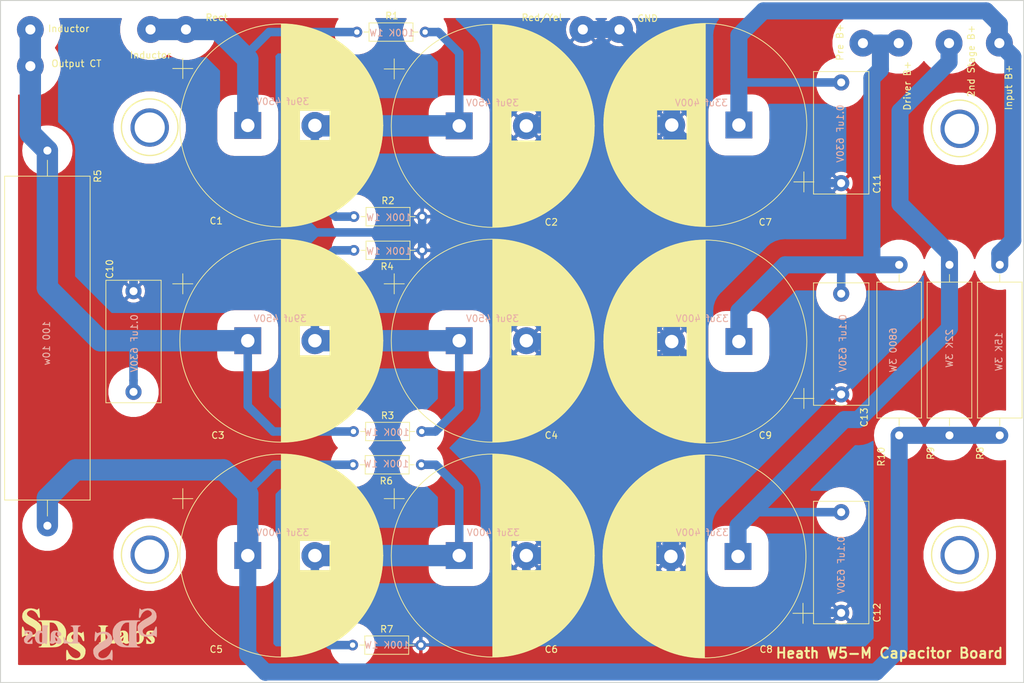
<source format=kicad_pcb>
(kicad_pcb (version 20171130) (host pcbnew "(5.0.1-3-g963ef8bb5)")

  (general
    (thickness 1.6)
    (drawings 13)
    (tracks 127)
    (zones 0)
    (modules 39)
    (nets 11)
  )

  (page USLetter)
  (title_block
    (title "Heath W5-M Power Supply Capboard")
    (date 2020-03-25)
    (company "SDS Labs")
  )

  (layers
    (0 F.Cu signal)
    (31 B.Cu signal)
    (32 B.Adhes user)
    (33 F.Adhes user)
    (34 B.Paste user)
    (35 F.Paste user)
    (36 B.SilkS user)
    (37 F.SilkS user)
    (38 B.Mask user)
    (39 F.Mask user)
    (40 Dwgs.User user)
    (41 Cmts.User user)
    (42 Eco1.User user)
    (43 Eco2.User user)
    (44 Edge.Cuts user)
    (45 Margin user)
    (46 B.CrtYd user)
    (47 F.CrtYd user)
    (48 B.Fab user)
    (49 F.Fab user)
  )

  (setup
    (last_trace_width 1.27)
    (user_trace_width 0.254)
    (user_trace_width 0.508)
    (user_trace_width 1.27)
    (user_trace_width 1.905)
    (user_trace_width 2.54)
    (user_trace_width 3.175)
    (user_trace_width 3.81)
    (trace_clearance 0.2)
    (zone_clearance 2.54)
    (zone_45_only no)
    (trace_min 0.2)
    (segment_width 0.2)
    (edge_width 0.15)
    (via_size 0.8)
    (via_drill 0.4)
    (via_min_size 0.4)
    (via_min_drill 0.3)
    (uvia_size 0.3)
    (uvia_drill 0.1)
    (uvias_allowed no)
    (uvia_min_size 0.2)
    (uvia_min_drill 0.1)
    (pcb_text_width 0.3)
    (pcb_text_size 1.5 1.5)
    (mod_edge_width 0.15)
    (mod_text_size 1 1)
    (mod_text_width 0.15)
    (pad_size 5.715 5.715)
    (pad_drill 4.4958)
    (pad_to_mask_clearance 0.051)
    (solder_mask_min_width 0.25)
    (aux_axis_origin 0 0)
    (visible_elements FFFFFF7F)
    (pcbplotparams
      (layerselection 0x010fc_ffffffff)
      (usegerberextensions false)
      (usegerberattributes false)
      (usegerberadvancedattributes false)
      (creategerberjobfile false)
      (excludeedgelayer true)
      (linewidth 0.100000)
      (plotframeref false)
      (viasonmask false)
      (mode 1)
      (useauxorigin false)
      (hpglpennumber 1)
      (hpglpenspeed 20)
      (hpglpendiameter 15.000000)
      (psnegative false)
      (psa4output false)
      (plotreference true)
      (plotvalue true)
      (plotinvisibletext false)
      (padsonsilk false)
      (subtractmaskfromsilk false)
      (outputformat 1)
      (mirror false)
      (drillshape 1)
      (scaleselection 1)
      (outputdirectory ""))
  )

  (net 0 "")
  (net 1 "Net-(C1-Pad1)")
  (net 2 "Net-(C1-Pad2)")
  (net 3 GND)
  (net 4 "Net-(C10-Pad1)")
  (net 5 "Net-(C3-Pad2)")
  (net 6 "Net-(C5-Pad1)")
  (net 7 "Net-(C5-Pad2)")
  (net 8 "Net-(C11-Pad1)")
  (net 9 "Net-(C12-Pad1)")
  (net 10 "Net-(C13-Pad1)")

  (net_class Default "This is the default net class."
    (clearance 0.2)
    (trace_width 0.25)
    (via_dia 0.8)
    (via_drill 0.4)
    (uvia_dia 0.3)
    (uvia_drill 0.1)
    (add_net GND)
    (add_net "Net-(C1-Pad1)")
    (add_net "Net-(C1-Pad2)")
    (add_net "Net-(C10-Pad1)")
    (add_net "Net-(C11-Pad1)")
    (add_net "Net-(C12-Pad1)")
    (add_net "Net-(C13-Pad1)")
    (add_net "Net-(C3-Pad2)")
    (add_net "Net-(C5-Pad1)")
    (add_net "Net-(C5-Pad2)")
  )

  (module Connector_Wire:SolderWirePad_1x01_Drill2mm (layer F.Cu) (tedit 5E7F7243) (tstamp 5E807F4C)
    (at 196.215 141.0335)
    (descr "Wire solder connection")
    (tags connector)
    (attr virtual)
    (fp_text reference REF** (at 0 -3.81) (layer F.SilkS) hide
      (effects (font (size 1 1) (thickness 0.15)))
    )
    (fp_text value SolderWirePad_1x01_Drill2mm (at 0 3.81) (layer F.Fab) hide
      (effects (font (size 1 1) (thickness 0.15)))
    )
    (fp_text user %R (at 0 0) (layer F.Fab)
      (effects (font (size 1 1) (thickness 0.15)))
    )
    (fp_line (start -2.75 -2.75) (end 2.75 -2.75) (layer F.CrtYd) (width 0.05))
    (fp_line (start -2.75 -2.75) (end -2.75 2.75) (layer F.CrtYd) (width 0.05))
    (fp_line (start 2.75 2.75) (end 2.75 -2.75) (layer F.CrtYd) (width 0.05))
    (fp_line (start 2.75 2.75) (end -2.75 2.75) (layer F.CrtYd) (width 0.05))
    (pad 1 thru_hole circle (at 0 0) (size 5.715 5.715) (drill 4.4958) (layers *.Cu *.Mask))
  )

  (module Connector_Wire:SolderWirePad_1x01_Drill2mm (layer F.Cu) (tedit 5E7F723C) (tstamp 5E807F4C)
    (at 196.215 77.5335)
    (descr "Wire solder connection")
    (tags connector)
    (attr virtual)
    (fp_text reference REF** (at 0 -3.81) (layer F.SilkS) hide
      (effects (font (size 1 1) (thickness 0.15)))
    )
    (fp_text value SolderWirePad_1x01_Drill2mm (at 0 3.81) (layer F.Fab) hide
      (effects (font (size 1 1) (thickness 0.15)))
    )
    (fp_text user %R (at 0 0) (layer F.Fab)
      (effects (font (size 1 1) (thickness 0.15)))
    )
    (fp_line (start -2.75 -2.75) (end 2.75 -2.75) (layer F.CrtYd) (width 0.05))
    (fp_line (start -2.75 -2.75) (end -2.75 2.75) (layer F.CrtYd) (width 0.05))
    (fp_line (start 2.75 2.75) (end 2.75 -2.75) (layer F.CrtYd) (width 0.05))
    (fp_line (start 2.75 2.75) (end -2.75 2.75) (layer F.CrtYd) (width 0.05))
    (pad 1 thru_hole circle (at 0 0) (size 5.715 5.715) (drill 4.4958) (layers *.Cu *.Mask))
  )

  (module Connector_Wire:SolderWirePad_1x01_Drill2mm (layer F.Cu) (tedit 5E7F7229) (tstamp 5E807F4C)
    (at 75.565 77.343)
    (descr "Wire solder connection")
    (tags connector)
    (attr virtual)
    (fp_text reference REF** (at 0 -3.81) (layer F.SilkS) hide
      (effects (font (size 1 1) (thickness 0.15)))
    )
    (fp_text value SolderWirePad_1x01_Drill2mm (at 0 3.81) (layer F.Fab) hide
      (effects (font (size 1 1) (thickness 0.15)))
    )
    (fp_text user %R (at 0 0) (layer F.Fab)
      (effects (font (size 1 1) (thickness 0.15)))
    )
    (fp_line (start -2.75 -2.75) (end 2.75 -2.75) (layer F.CrtYd) (width 0.05))
    (fp_line (start -2.75 -2.75) (end -2.75 2.75) (layer F.CrtYd) (width 0.05))
    (fp_line (start 2.75 2.75) (end 2.75 -2.75) (layer F.CrtYd) (width 0.05))
    (fp_line (start 2.75 2.75) (end -2.75 2.75) (layer F.CrtYd) (width 0.05))
    (pad 1 thru_hole circle (at 0 0) (size 5.715 5.715) (drill 4.4958) (layers *.Cu *.Mask))
  )

  (module Capacitor_THT:CP_Radial_D30.0mm_P10.00mm_SnapIn (layer F.Cu) (tedit 5E7F618F) (tstamp 5E806C6C)
    (at 90.17 77.0255)
    (descr "CP, Radial series, Radial, pin pitch=10.00mm, , diameter=30mm, Electrolytic Capacitor, , http://www.vishay.com/docs/28342/058059pll-si.pdf")
    (tags "CP Radial series Radial pin pitch 10.00mm  diameter 30mm Electrolytic Capacitor")
    (path /5E7C17AF)
    (fp_text reference C1 (at -4.699 14.224) (layer F.SilkS)
      (effects (font (size 1 1) (thickness 0.15)))
    )
    (fp_text value "39uf 450V" (at 5.207 -3.556) (layer B.SilkS)
      (effects (font (size 1 1) (thickness 0.15)) (justify mirror))
    )
    (fp_circle (center 5 0) (end 20 0) (layer F.Fab) (width 0.1))
    (fp_circle (center 5 0) (end 20.12 0) (layer F.SilkS) (width 0.12))
    (fp_circle (center 5 0) (end 20.25 0) (layer F.CrtYd) (width 0.05))
    (fp_line (start -7.909885 -6.5875) (end -4.909885 -6.5875) (layer F.Fab) (width 0.1))
    (fp_line (start -6.409885 -8.0875) (end -6.409885 -5.0875) (layer F.Fab) (width 0.1))
    (fp_line (start 5 -15.081) (end 5 15.081) (layer F.SilkS) (width 0.12))
    (fp_line (start 5.04 -15.08) (end 5.04 15.08) (layer F.SilkS) (width 0.12))
    (fp_line (start 5.08 -15.08) (end 5.08 15.08) (layer F.SilkS) (width 0.12))
    (fp_line (start 5.12 -15.08) (end 5.12 15.08) (layer F.SilkS) (width 0.12))
    (fp_line (start 5.16 -15.08) (end 5.16 15.08) (layer F.SilkS) (width 0.12))
    (fp_line (start 5.2 -15.079) (end 5.2 15.079) (layer F.SilkS) (width 0.12))
    (fp_line (start 5.24 -15.079) (end 5.24 15.079) (layer F.SilkS) (width 0.12))
    (fp_line (start 5.28 -15.078) (end 5.28 15.078) (layer F.SilkS) (width 0.12))
    (fp_line (start 5.32 -15.077) (end 5.32 15.077) (layer F.SilkS) (width 0.12))
    (fp_line (start 5.36 -15.076) (end 5.36 15.076) (layer F.SilkS) (width 0.12))
    (fp_line (start 5.4 -15.075) (end 5.4 15.075) (layer F.SilkS) (width 0.12))
    (fp_line (start 5.44 -15.074) (end 5.44 15.074) (layer F.SilkS) (width 0.12))
    (fp_line (start 5.48 -15.073) (end 5.48 15.073) (layer F.SilkS) (width 0.12))
    (fp_line (start 5.52 -15.072) (end 5.52 15.072) (layer F.SilkS) (width 0.12))
    (fp_line (start 5.56 -15.07) (end 5.56 15.07) (layer F.SilkS) (width 0.12))
    (fp_line (start 5.6 -15.069) (end 5.6 15.069) (layer F.SilkS) (width 0.12))
    (fp_line (start 5.64 -15.067) (end 5.64 15.067) (layer F.SilkS) (width 0.12))
    (fp_line (start 5.68 -15.065) (end 5.68 15.065) (layer F.SilkS) (width 0.12))
    (fp_line (start 5.721 -15.063) (end 5.721 15.063) (layer F.SilkS) (width 0.12))
    (fp_line (start 5.761 -15.061) (end 5.761 15.061) (layer F.SilkS) (width 0.12))
    (fp_line (start 5.801 -15.059) (end 5.801 15.059) (layer F.SilkS) (width 0.12))
    (fp_line (start 5.841 -15.057) (end 5.841 15.057) (layer F.SilkS) (width 0.12))
    (fp_line (start 5.881 -15.055) (end 5.881 15.055) (layer F.SilkS) (width 0.12))
    (fp_line (start 5.921 -15.052) (end 5.921 15.052) (layer F.SilkS) (width 0.12))
    (fp_line (start 5.961 -15.05) (end 5.961 15.05) (layer F.SilkS) (width 0.12))
    (fp_line (start 6.001 -15.047) (end 6.001 15.047) (layer F.SilkS) (width 0.12))
    (fp_line (start 6.041 -15.045) (end 6.041 15.045) (layer F.SilkS) (width 0.12))
    (fp_line (start 6.081 -15.042) (end 6.081 15.042) (layer F.SilkS) (width 0.12))
    (fp_line (start 6.121 -15.039) (end 6.121 15.039) (layer F.SilkS) (width 0.12))
    (fp_line (start 6.161 -15.036) (end 6.161 15.036) (layer F.SilkS) (width 0.12))
    (fp_line (start 6.201 -15.033) (end 6.201 15.033) (layer F.SilkS) (width 0.12))
    (fp_line (start 6.241 -15.03) (end 6.241 15.03) (layer F.SilkS) (width 0.12))
    (fp_line (start 6.281 -15.026) (end 6.281 15.026) (layer F.SilkS) (width 0.12))
    (fp_line (start 6.321 -15.023) (end 6.321 15.023) (layer F.SilkS) (width 0.12))
    (fp_line (start 6.361 -15.019) (end 6.361 15.019) (layer F.SilkS) (width 0.12))
    (fp_line (start 6.401 -15.016) (end 6.401 15.016) (layer F.SilkS) (width 0.12))
    (fp_line (start 6.441 -15.012) (end 6.441 15.012) (layer F.SilkS) (width 0.12))
    (fp_line (start 6.481 -15.008) (end 6.481 15.008) (layer F.SilkS) (width 0.12))
    (fp_line (start 6.521 -15.004) (end 6.521 15.004) (layer F.SilkS) (width 0.12))
    (fp_line (start 6.561 -15) (end 6.561 15) (layer F.SilkS) (width 0.12))
    (fp_line (start 6.601 -14.996) (end 6.601 14.996) (layer F.SilkS) (width 0.12))
    (fp_line (start 6.641 -14.991) (end 6.641 14.991) (layer F.SilkS) (width 0.12))
    (fp_line (start 6.681 -14.987) (end 6.681 14.987) (layer F.SilkS) (width 0.12))
    (fp_line (start 6.721 -14.982) (end 6.721 14.982) (layer F.SilkS) (width 0.12))
    (fp_line (start 6.761 -14.978) (end 6.761 14.978) (layer F.SilkS) (width 0.12))
    (fp_line (start 6.801 -14.973) (end 6.801 14.973) (layer F.SilkS) (width 0.12))
    (fp_line (start 6.841 -14.968) (end 6.841 14.968) (layer F.SilkS) (width 0.12))
    (fp_line (start 6.881 -14.963) (end 6.881 14.963) (layer F.SilkS) (width 0.12))
    (fp_line (start 6.921 -14.958) (end 6.921 14.958) (layer F.SilkS) (width 0.12))
    (fp_line (start 6.961 -14.953) (end 6.961 14.953) (layer F.SilkS) (width 0.12))
    (fp_line (start 7.001 -14.948) (end 7.001 14.948) (layer F.SilkS) (width 0.12))
    (fp_line (start 7.041 -14.942) (end 7.041 14.942) (layer F.SilkS) (width 0.12))
    (fp_line (start 7.081 -14.937) (end 7.081 14.937) (layer F.SilkS) (width 0.12))
    (fp_line (start 7.121 -14.931) (end 7.121 14.931) (layer F.SilkS) (width 0.12))
    (fp_line (start 7.161 -14.925) (end 7.161 14.925) (layer F.SilkS) (width 0.12))
    (fp_line (start 7.201 -14.92) (end 7.201 14.92) (layer F.SilkS) (width 0.12))
    (fp_line (start 7.241 -14.914) (end 7.241 14.914) (layer F.SilkS) (width 0.12))
    (fp_line (start 7.281 -14.908) (end 7.281 14.908) (layer F.SilkS) (width 0.12))
    (fp_line (start 7.321 -14.901) (end 7.321 14.901) (layer F.SilkS) (width 0.12))
    (fp_line (start 7.361 -14.895) (end 7.361 14.895) (layer F.SilkS) (width 0.12))
    (fp_line (start 7.401 -14.889) (end 7.401 14.889) (layer F.SilkS) (width 0.12))
    (fp_line (start 7.441 -14.882) (end 7.441 14.882) (layer F.SilkS) (width 0.12))
    (fp_line (start 7.481 -14.876) (end 7.481 14.876) (layer F.SilkS) (width 0.12))
    (fp_line (start 7.521 -14.869) (end 7.521 14.869) (layer F.SilkS) (width 0.12))
    (fp_line (start 7.561 -14.862) (end 7.561 14.862) (layer F.SilkS) (width 0.12))
    (fp_line (start 7.601 -14.855) (end 7.601 14.855) (layer F.SilkS) (width 0.12))
    (fp_line (start 7.641 -14.848) (end 7.641 14.848) (layer F.SilkS) (width 0.12))
    (fp_line (start 7.681 -14.841) (end 7.681 14.841) (layer F.SilkS) (width 0.12))
    (fp_line (start 7.721 -14.834) (end 7.721 14.834) (layer F.SilkS) (width 0.12))
    (fp_line (start 7.761 -14.826) (end 7.761 -2.24) (layer F.SilkS) (width 0.12))
    (fp_line (start 7.761 2.24) (end 7.761 14.826) (layer F.SilkS) (width 0.12))
    (fp_line (start 7.801 -14.819) (end 7.801 -2.24) (layer F.SilkS) (width 0.12))
    (fp_line (start 7.801 2.24) (end 7.801 14.819) (layer F.SilkS) (width 0.12))
    (fp_line (start 7.841 -14.811) (end 7.841 -2.24) (layer F.SilkS) (width 0.12))
    (fp_line (start 7.841 2.24) (end 7.841 14.811) (layer F.SilkS) (width 0.12))
    (fp_line (start 7.881 -14.804) (end 7.881 -2.24) (layer F.SilkS) (width 0.12))
    (fp_line (start 7.881 2.24) (end 7.881 14.804) (layer F.SilkS) (width 0.12))
    (fp_line (start 7.921 -14.796) (end 7.921 -2.24) (layer F.SilkS) (width 0.12))
    (fp_line (start 7.921 2.24) (end 7.921 14.796) (layer F.SilkS) (width 0.12))
    (fp_line (start 7.961 -14.788) (end 7.961 -2.24) (layer F.SilkS) (width 0.12))
    (fp_line (start 7.961 2.24) (end 7.961 14.788) (layer F.SilkS) (width 0.12))
    (fp_line (start 8.001 -14.78) (end 8.001 -2.24) (layer F.SilkS) (width 0.12))
    (fp_line (start 8.001 2.24) (end 8.001 14.78) (layer F.SilkS) (width 0.12))
    (fp_line (start 8.041 -14.772) (end 8.041 -2.24) (layer F.SilkS) (width 0.12))
    (fp_line (start 8.041 2.24) (end 8.041 14.772) (layer F.SilkS) (width 0.12))
    (fp_line (start 8.081 -14.763) (end 8.081 -2.24) (layer F.SilkS) (width 0.12))
    (fp_line (start 8.081 2.24) (end 8.081 14.763) (layer F.SilkS) (width 0.12))
    (fp_line (start 8.121 -14.755) (end 8.121 -2.24) (layer F.SilkS) (width 0.12))
    (fp_line (start 8.121 2.24) (end 8.121 14.755) (layer F.SilkS) (width 0.12))
    (fp_line (start 8.161 -14.747) (end 8.161 -2.24) (layer F.SilkS) (width 0.12))
    (fp_line (start 8.161 2.24) (end 8.161 14.747) (layer F.SilkS) (width 0.12))
    (fp_line (start 8.201 -14.738) (end 8.201 -2.24) (layer F.SilkS) (width 0.12))
    (fp_line (start 8.201 2.24) (end 8.201 14.738) (layer F.SilkS) (width 0.12))
    (fp_line (start 8.241 -14.729) (end 8.241 -2.24) (layer F.SilkS) (width 0.12))
    (fp_line (start 8.241 2.24) (end 8.241 14.729) (layer F.SilkS) (width 0.12))
    (fp_line (start 8.281 -14.72) (end 8.281 -2.24) (layer F.SilkS) (width 0.12))
    (fp_line (start 8.281 2.24) (end 8.281 14.72) (layer F.SilkS) (width 0.12))
    (fp_line (start 8.321 -14.711) (end 8.321 -2.24) (layer F.SilkS) (width 0.12))
    (fp_line (start 8.321 2.24) (end 8.321 14.711) (layer F.SilkS) (width 0.12))
    (fp_line (start 8.361 -14.702) (end 8.361 -2.24) (layer F.SilkS) (width 0.12))
    (fp_line (start 8.361 2.24) (end 8.361 14.702) (layer F.SilkS) (width 0.12))
    (fp_line (start 8.401 -14.693) (end 8.401 -2.24) (layer F.SilkS) (width 0.12))
    (fp_line (start 8.401 2.24) (end 8.401 14.693) (layer F.SilkS) (width 0.12))
    (fp_line (start 8.441 -14.684) (end 8.441 -2.24) (layer F.SilkS) (width 0.12))
    (fp_line (start 8.441 2.24) (end 8.441 14.684) (layer F.SilkS) (width 0.12))
    (fp_line (start 8.481 -14.675) (end 8.481 -2.24) (layer F.SilkS) (width 0.12))
    (fp_line (start 8.481 2.24) (end 8.481 14.675) (layer F.SilkS) (width 0.12))
    (fp_line (start 8.521 -14.665) (end 8.521 -2.24) (layer F.SilkS) (width 0.12))
    (fp_line (start 8.521 2.24) (end 8.521 14.665) (layer F.SilkS) (width 0.12))
    (fp_line (start 8.561 -14.655) (end 8.561 -2.24) (layer F.SilkS) (width 0.12))
    (fp_line (start 8.561 2.24) (end 8.561 14.655) (layer F.SilkS) (width 0.12))
    (fp_line (start 8.601 -14.646) (end 8.601 -2.24) (layer F.SilkS) (width 0.12))
    (fp_line (start 8.601 2.24) (end 8.601 14.646) (layer F.SilkS) (width 0.12))
    (fp_line (start 8.641 -14.636) (end 8.641 -2.24) (layer F.SilkS) (width 0.12))
    (fp_line (start 8.641 2.24) (end 8.641 14.636) (layer F.SilkS) (width 0.12))
    (fp_line (start 8.681 -14.626) (end 8.681 -2.24) (layer F.SilkS) (width 0.12))
    (fp_line (start 8.681 2.24) (end 8.681 14.626) (layer F.SilkS) (width 0.12))
    (fp_line (start 8.721 -14.616) (end 8.721 -2.24) (layer F.SilkS) (width 0.12))
    (fp_line (start 8.721 2.24) (end 8.721 14.616) (layer F.SilkS) (width 0.12))
    (fp_line (start 8.761 -14.606) (end 8.761 -2.24) (layer F.SilkS) (width 0.12))
    (fp_line (start 8.761 2.24) (end 8.761 14.606) (layer F.SilkS) (width 0.12))
    (fp_line (start 8.801 -14.595) (end 8.801 -2.24) (layer F.SilkS) (width 0.12))
    (fp_line (start 8.801 2.24) (end 8.801 14.595) (layer F.SilkS) (width 0.12))
    (fp_line (start 8.841 -14.585) (end 8.841 -2.24) (layer F.SilkS) (width 0.12))
    (fp_line (start 8.841 2.24) (end 8.841 14.585) (layer F.SilkS) (width 0.12))
    (fp_line (start 8.881 -14.574) (end 8.881 -2.24) (layer F.SilkS) (width 0.12))
    (fp_line (start 8.881 2.24) (end 8.881 14.574) (layer F.SilkS) (width 0.12))
    (fp_line (start 8.921 -14.564) (end 8.921 -2.24) (layer F.SilkS) (width 0.12))
    (fp_line (start 8.921 2.24) (end 8.921 14.564) (layer F.SilkS) (width 0.12))
    (fp_line (start 8.961 -14.553) (end 8.961 -2.24) (layer F.SilkS) (width 0.12))
    (fp_line (start 8.961 2.24) (end 8.961 14.553) (layer F.SilkS) (width 0.12))
    (fp_line (start 9.001 -14.542) (end 9.001 -2.24) (layer F.SilkS) (width 0.12))
    (fp_line (start 9.001 2.24) (end 9.001 14.542) (layer F.SilkS) (width 0.12))
    (fp_line (start 9.041 -14.531) (end 9.041 -2.24) (layer F.SilkS) (width 0.12))
    (fp_line (start 9.041 2.24) (end 9.041 14.531) (layer F.SilkS) (width 0.12))
    (fp_line (start 9.081 -14.52) (end 9.081 -2.24) (layer F.SilkS) (width 0.12))
    (fp_line (start 9.081 2.24) (end 9.081 14.52) (layer F.SilkS) (width 0.12))
    (fp_line (start 9.121 -14.508) (end 9.121 -2.24) (layer F.SilkS) (width 0.12))
    (fp_line (start 9.121 2.24) (end 9.121 14.508) (layer F.SilkS) (width 0.12))
    (fp_line (start 9.161 -14.497) (end 9.161 -2.24) (layer F.SilkS) (width 0.12))
    (fp_line (start 9.161 2.24) (end 9.161 14.497) (layer F.SilkS) (width 0.12))
    (fp_line (start 9.201 -14.485) (end 9.201 -2.24) (layer F.SilkS) (width 0.12))
    (fp_line (start 9.201 2.24) (end 9.201 14.485) (layer F.SilkS) (width 0.12))
    (fp_line (start 9.241 -14.474) (end 9.241 -2.24) (layer F.SilkS) (width 0.12))
    (fp_line (start 9.241 2.24) (end 9.241 14.474) (layer F.SilkS) (width 0.12))
    (fp_line (start 9.281 -14.462) (end 9.281 -2.24) (layer F.SilkS) (width 0.12))
    (fp_line (start 9.281 2.24) (end 9.281 14.462) (layer F.SilkS) (width 0.12))
    (fp_line (start 9.321 -14.45) (end 9.321 -2.24) (layer F.SilkS) (width 0.12))
    (fp_line (start 9.321 2.24) (end 9.321 14.45) (layer F.SilkS) (width 0.12))
    (fp_line (start 9.361 -14.438) (end 9.361 -2.24) (layer F.SilkS) (width 0.12))
    (fp_line (start 9.361 2.24) (end 9.361 14.438) (layer F.SilkS) (width 0.12))
    (fp_line (start 9.401 -14.426) (end 9.401 -2.24) (layer F.SilkS) (width 0.12))
    (fp_line (start 9.401 2.24) (end 9.401 14.426) (layer F.SilkS) (width 0.12))
    (fp_line (start 9.441 -14.414) (end 9.441 -2.24) (layer F.SilkS) (width 0.12))
    (fp_line (start 9.441 2.24) (end 9.441 14.414) (layer F.SilkS) (width 0.12))
    (fp_line (start 9.481 -14.402) (end 9.481 -2.24) (layer F.SilkS) (width 0.12))
    (fp_line (start 9.481 2.24) (end 9.481 14.402) (layer F.SilkS) (width 0.12))
    (fp_line (start 9.521 -14.389) (end 9.521 -2.24) (layer F.SilkS) (width 0.12))
    (fp_line (start 9.521 2.24) (end 9.521 14.389) (layer F.SilkS) (width 0.12))
    (fp_line (start 9.561 -14.376) (end 9.561 -2.24) (layer F.SilkS) (width 0.12))
    (fp_line (start 9.561 2.24) (end 9.561 14.376) (layer F.SilkS) (width 0.12))
    (fp_line (start 9.601 -14.364) (end 9.601 -2.24) (layer F.SilkS) (width 0.12))
    (fp_line (start 9.601 2.24) (end 9.601 14.364) (layer F.SilkS) (width 0.12))
    (fp_line (start 9.641 -14.351) (end 9.641 -2.24) (layer F.SilkS) (width 0.12))
    (fp_line (start 9.641 2.24) (end 9.641 14.351) (layer F.SilkS) (width 0.12))
    (fp_line (start 9.681 -14.338) (end 9.681 -2.24) (layer F.SilkS) (width 0.12))
    (fp_line (start 9.681 2.24) (end 9.681 14.338) (layer F.SilkS) (width 0.12))
    (fp_line (start 9.721 -14.325) (end 9.721 -2.24) (layer F.SilkS) (width 0.12))
    (fp_line (start 9.721 2.24) (end 9.721 14.325) (layer F.SilkS) (width 0.12))
    (fp_line (start 9.761 -14.312) (end 9.761 -2.24) (layer F.SilkS) (width 0.12))
    (fp_line (start 9.761 2.24) (end 9.761 14.312) (layer F.SilkS) (width 0.12))
    (fp_line (start 9.801 -14.298) (end 9.801 -2.24) (layer F.SilkS) (width 0.12))
    (fp_line (start 9.801 2.24) (end 9.801 14.298) (layer F.SilkS) (width 0.12))
    (fp_line (start 9.841 -14.285) (end 9.841 -2.24) (layer F.SilkS) (width 0.12))
    (fp_line (start 9.841 2.24) (end 9.841 14.285) (layer F.SilkS) (width 0.12))
    (fp_line (start 9.881 -14.271) (end 9.881 -2.24) (layer F.SilkS) (width 0.12))
    (fp_line (start 9.881 2.24) (end 9.881 14.271) (layer F.SilkS) (width 0.12))
    (fp_line (start 9.921 -14.258) (end 9.921 -2.24) (layer F.SilkS) (width 0.12))
    (fp_line (start 9.921 2.24) (end 9.921 14.258) (layer F.SilkS) (width 0.12))
    (fp_line (start 9.961 -14.244) (end 9.961 -2.24) (layer F.SilkS) (width 0.12))
    (fp_line (start 9.961 2.24) (end 9.961 14.244) (layer F.SilkS) (width 0.12))
    (fp_line (start 10.001 -14.23) (end 10.001 -2.24) (layer F.SilkS) (width 0.12))
    (fp_line (start 10.001 2.24) (end 10.001 14.23) (layer F.SilkS) (width 0.12))
    (fp_line (start 10.041 -14.216) (end 10.041 -2.24) (layer F.SilkS) (width 0.12))
    (fp_line (start 10.041 2.24) (end 10.041 14.216) (layer F.SilkS) (width 0.12))
    (fp_line (start 10.081 -14.202) (end 10.081 -2.24) (layer F.SilkS) (width 0.12))
    (fp_line (start 10.081 2.24) (end 10.081 14.202) (layer F.SilkS) (width 0.12))
    (fp_line (start 10.121 -14.187) (end 10.121 -2.24) (layer F.SilkS) (width 0.12))
    (fp_line (start 10.121 2.24) (end 10.121 14.187) (layer F.SilkS) (width 0.12))
    (fp_line (start 10.161 -14.173) (end 10.161 -2.24) (layer F.SilkS) (width 0.12))
    (fp_line (start 10.161 2.24) (end 10.161 14.173) (layer F.SilkS) (width 0.12))
    (fp_line (start 10.201 -14.158) (end 10.201 -2.24) (layer F.SilkS) (width 0.12))
    (fp_line (start 10.201 2.24) (end 10.201 14.158) (layer F.SilkS) (width 0.12))
    (fp_line (start 10.241 -14.143) (end 10.241 -2.24) (layer F.SilkS) (width 0.12))
    (fp_line (start 10.241 2.24) (end 10.241 14.143) (layer F.SilkS) (width 0.12))
    (fp_line (start 10.281 -14.129) (end 10.281 -2.24) (layer F.SilkS) (width 0.12))
    (fp_line (start 10.281 2.24) (end 10.281 14.129) (layer F.SilkS) (width 0.12))
    (fp_line (start 10.321 -14.114) (end 10.321 -2.24) (layer F.SilkS) (width 0.12))
    (fp_line (start 10.321 2.24) (end 10.321 14.114) (layer F.SilkS) (width 0.12))
    (fp_line (start 10.361 -14.099) (end 10.361 -2.24) (layer F.SilkS) (width 0.12))
    (fp_line (start 10.361 2.24) (end 10.361 14.099) (layer F.SilkS) (width 0.12))
    (fp_line (start 10.401 -14.083) (end 10.401 -2.24) (layer F.SilkS) (width 0.12))
    (fp_line (start 10.401 2.24) (end 10.401 14.083) (layer F.SilkS) (width 0.12))
    (fp_line (start 10.441 -14.068) (end 10.441 -2.24) (layer F.SilkS) (width 0.12))
    (fp_line (start 10.441 2.24) (end 10.441 14.068) (layer F.SilkS) (width 0.12))
    (fp_line (start 10.481 -14.052) (end 10.481 -2.24) (layer F.SilkS) (width 0.12))
    (fp_line (start 10.481 2.24) (end 10.481 14.052) (layer F.SilkS) (width 0.12))
    (fp_line (start 10.521 -14.037) (end 10.521 -2.24) (layer F.SilkS) (width 0.12))
    (fp_line (start 10.521 2.24) (end 10.521 14.037) (layer F.SilkS) (width 0.12))
    (fp_line (start 10.561 -14.021) (end 10.561 -2.24) (layer F.SilkS) (width 0.12))
    (fp_line (start 10.561 2.24) (end 10.561 14.021) (layer F.SilkS) (width 0.12))
    (fp_line (start 10.601 -14.005) (end 10.601 -2.24) (layer F.SilkS) (width 0.12))
    (fp_line (start 10.601 2.24) (end 10.601 14.005) (layer F.SilkS) (width 0.12))
    (fp_line (start 10.641 -13.989) (end 10.641 -2.24) (layer F.SilkS) (width 0.12))
    (fp_line (start 10.641 2.24) (end 10.641 13.989) (layer F.SilkS) (width 0.12))
    (fp_line (start 10.681 -13.973) (end 10.681 -2.24) (layer F.SilkS) (width 0.12))
    (fp_line (start 10.681 2.24) (end 10.681 13.973) (layer F.SilkS) (width 0.12))
    (fp_line (start 10.721 -13.957) (end 10.721 -2.24) (layer F.SilkS) (width 0.12))
    (fp_line (start 10.721 2.24) (end 10.721 13.957) (layer F.SilkS) (width 0.12))
    (fp_line (start 10.761 -13.94) (end 10.761 -2.24) (layer F.SilkS) (width 0.12))
    (fp_line (start 10.761 2.24) (end 10.761 13.94) (layer F.SilkS) (width 0.12))
    (fp_line (start 10.801 -13.924) (end 10.801 -2.24) (layer F.SilkS) (width 0.12))
    (fp_line (start 10.801 2.24) (end 10.801 13.924) (layer F.SilkS) (width 0.12))
    (fp_line (start 10.841 -13.907) (end 10.841 -2.24) (layer F.SilkS) (width 0.12))
    (fp_line (start 10.841 2.24) (end 10.841 13.907) (layer F.SilkS) (width 0.12))
    (fp_line (start 10.881 -13.89) (end 10.881 -2.24) (layer F.SilkS) (width 0.12))
    (fp_line (start 10.881 2.24) (end 10.881 13.89) (layer F.SilkS) (width 0.12))
    (fp_line (start 10.921 -13.873) (end 10.921 -2.24) (layer F.SilkS) (width 0.12))
    (fp_line (start 10.921 2.24) (end 10.921 13.873) (layer F.SilkS) (width 0.12))
    (fp_line (start 10.961 -13.856) (end 10.961 -2.24) (layer F.SilkS) (width 0.12))
    (fp_line (start 10.961 2.24) (end 10.961 13.856) (layer F.SilkS) (width 0.12))
    (fp_line (start 11.001 -13.839) (end 11.001 -2.24) (layer F.SilkS) (width 0.12))
    (fp_line (start 11.001 2.24) (end 11.001 13.839) (layer F.SilkS) (width 0.12))
    (fp_line (start 11.041 -13.822) (end 11.041 -2.24) (layer F.SilkS) (width 0.12))
    (fp_line (start 11.041 2.24) (end 11.041 13.822) (layer F.SilkS) (width 0.12))
    (fp_line (start 11.081 -13.804) (end 11.081 -2.24) (layer F.SilkS) (width 0.12))
    (fp_line (start 11.081 2.24) (end 11.081 13.804) (layer F.SilkS) (width 0.12))
    (fp_line (start 11.121 -13.787) (end 11.121 -2.24) (layer F.SilkS) (width 0.12))
    (fp_line (start 11.121 2.24) (end 11.121 13.787) (layer F.SilkS) (width 0.12))
    (fp_line (start 11.161 -13.769) (end 11.161 -2.24) (layer F.SilkS) (width 0.12))
    (fp_line (start 11.161 2.24) (end 11.161 13.769) (layer F.SilkS) (width 0.12))
    (fp_line (start 11.201 -13.751) (end 11.201 -2.24) (layer F.SilkS) (width 0.12))
    (fp_line (start 11.201 2.24) (end 11.201 13.751) (layer F.SilkS) (width 0.12))
    (fp_line (start 11.241 -13.733) (end 11.241 -2.24) (layer F.SilkS) (width 0.12))
    (fp_line (start 11.241 2.24) (end 11.241 13.733) (layer F.SilkS) (width 0.12))
    (fp_line (start 11.281 -13.715) (end 11.281 -2.24) (layer F.SilkS) (width 0.12))
    (fp_line (start 11.281 2.24) (end 11.281 13.715) (layer F.SilkS) (width 0.12))
    (fp_line (start 11.321 -13.696) (end 11.321 -2.24) (layer F.SilkS) (width 0.12))
    (fp_line (start 11.321 2.24) (end 11.321 13.696) (layer F.SilkS) (width 0.12))
    (fp_line (start 11.361 -13.678) (end 11.361 -2.24) (layer F.SilkS) (width 0.12))
    (fp_line (start 11.361 2.24) (end 11.361 13.678) (layer F.SilkS) (width 0.12))
    (fp_line (start 11.401 -13.659) (end 11.401 -2.24) (layer F.SilkS) (width 0.12))
    (fp_line (start 11.401 2.24) (end 11.401 13.659) (layer F.SilkS) (width 0.12))
    (fp_line (start 11.441 -13.64) (end 11.441 -2.24) (layer F.SilkS) (width 0.12))
    (fp_line (start 11.441 2.24) (end 11.441 13.64) (layer F.SilkS) (width 0.12))
    (fp_line (start 11.481 -13.622) (end 11.481 -2.24) (layer F.SilkS) (width 0.12))
    (fp_line (start 11.481 2.24) (end 11.481 13.622) (layer F.SilkS) (width 0.12))
    (fp_line (start 11.521 -13.602) (end 11.521 -2.24) (layer F.SilkS) (width 0.12))
    (fp_line (start 11.521 2.24) (end 11.521 13.602) (layer F.SilkS) (width 0.12))
    (fp_line (start 11.561 -13.583) (end 11.561 -2.24) (layer F.SilkS) (width 0.12))
    (fp_line (start 11.561 2.24) (end 11.561 13.583) (layer F.SilkS) (width 0.12))
    (fp_line (start 11.601 -13.564) (end 11.601 -2.24) (layer F.SilkS) (width 0.12))
    (fp_line (start 11.601 2.24) (end 11.601 13.564) (layer F.SilkS) (width 0.12))
    (fp_line (start 11.641 -13.544) (end 11.641 -2.24) (layer F.SilkS) (width 0.12))
    (fp_line (start 11.641 2.24) (end 11.641 13.544) (layer F.SilkS) (width 0.12))
    (fp_line (start 11.681 -13.525) (end 11.681 -2.24) (layer F.SilkS) (width 0.12))
    (fp_line (start 11.681 2.24) (end 11.681 13.525) (layer F.SilkS) (width 0.12))
    (fp_line (start 11.721 -13.505) (end 11.721 -2.24) (layer F.SilkS) (width 0.12))
    (fp_line (start 11.721 2.24) (end 11.721 13.505) (layer F.SilkS) (width 0.12))
    (fp_line (start 11.761 -13.485) (end 11.761 -2.24) (layer F.SilkS) (width 0.12))
    (fp_line (start 11.761 2.24) (end 11.761 13.485) (layer F.SilkS) (width 0.12))
    (fp_line (start 11.801 -13.465) (end 11.801 -2.24) (layer F.SilkS) (width 0.12))
    (fp_line (start 11.801 2.24) (end 11.801 13.465) (layer F.SilkS) (width 0.12))
    (fp_line (start 11.841 -13.445) (end 11.841 -2.24) (layer F.SilkS) (width 0.12))
    (fp_line (start 11.841 2.24) (end 11.841 13.445) (layer F.SilkS) (width 0.12))
    (fp_line (start 11.881 -13.425) (end 11.881 -2.24) (layer F.SilkS) (width 0.12))
    (fp_line (start 11.881 2.24) (end 11.881 13.425) (layer F.SilkS) (width 0.12))
    (fp_line (start 11.921 -13.404) (end 11.921 -2.24) (layer F.SilkS) (width 0.12))
    (fp_line (start 11.921 2.24) (end 11.921 13.404) (layer F.SilkS) (width 0.12))
    (fp_line (start 11.961 -13.383) (end 11.961 -2.24) (layer F.SilkS) (width 0.12))
    (fp_line (start 11.961 2.24) (end 11.961 13.383) (layer F.SilkS) (width 0.12))
    (fp_line (start 12.001 -13.363) (end 12.001 -2.24) (layer F.SilkS) (width 0.12))
    (fp_line (start 12.001 2.24) (end 12.001 13.363) (layer F.SilkS) (width 0.12))
    (fp_line (start 12.041 -13.342) (end 12.041 -2.24) (layer F.SilkS) (width 0.12))
    (fp_line (start 12.041 2.24) (end 12.041 13.342) (layer F.SilkS) (width 0.12))
    (fp_line (start 12.081 -13.32) (end 12.081 -2.24) (layer F.SilkS) (width 0.12))
    (fp_line (start 12.081 2.24) (end 12.081 13.32) (layer F.SilkS) (width 0.12))
    (fp_line (start 12.121 -13.299) (end 12.121 -2.24) (layer F.SilkS) (width 0.12))
    (fp_line (start 12.121 2.24) (end 12.121 13.299) (layer F.SilkS) (width 0.12))
    (fp_line (start 12.161 -13.278) (end 12.161 -2.24) (layer F.SilkS) (width 0.12))
    (fp_line (start 12.161 2.24) (end 12.161 13.278) (layer F.SilkS) (width 0.12))
    (fp_line (start 12.201 -13.256) (end 12.201 -2.24) (layer F.SilkS) (width 0.12))
    (fp_line (start 12.201 2.24) (end 12.201 13.256) (layer F.SilkS) (width 0.12))
    (fp_line (start 12.241 -13.234) (end 12.241 13.234) (layer F.SilkS) (width 0.12))
    (fp_line (start 12.281 -13.213) (end 12.281 13.213) (layer F.SilkS) (width 0.12))
    (fp_line (start 12.321 -13.19) (end 12.321 13.19) (layer F.SilkS) (width 0.12))
    (fp_line (start 12.361 -13.168) (end 12.361 13.168) (layer F.SilkS) (width 0.12))
    (fp_line (start 12.401 -13.146) (end 12.401 13.146) (layer F.SilkS) (width 0.12))
    (fp_line (start 12.441 -13.123) (end 12.441 13.123) (layer F.SilkS) (width 0.12))
    (fp_line (start 12.481 -13.101) (end 12.481 13.101) (layer F.SilkS) (width 0.12))
    (fp_line (start 12.521 -13.078) (end 12.521 13.078) (layer F.SilkS) (width 0.12))
    (fp_line (start 12.561 -13.055) (end 12.561 13.055) (layer F.SilkS) (width 0.12))
    (fp_line (start 12.601 -13.032) (end 12.601 13.032) (layer F.SilkS) (width 0.12))
    (fp_line (start 12.641 -13.008) (end 12.641 13.008) (layer F.SilkS) (width 0.12))
    (fp_line (start 12.681 -12.985) (end 12.681 12.985) (layer F.SilkS) (width 0.12))
    (fp_line (start 12.721 -12.961) (end 12.721 12.961) (layer F.SilkS) (width 0.12))
    (fp_line (start 12.761 -12.937) (end 12.761 12.937) (layer F.SilkS) (width 0.12))
    (fp_line (start 12.801 -12.913) (end 12.801 12.913) (layer F.SilkS) (width 0.12))
    (fp_line (start 12.841 -12.889) (end 12.841 12.889) (layer F.SilkS) (width 0.12))
    (fp_line (start 12.881 -12.865) (end 12.881 12.865) (layer F.SilkS) (width 0.12))
    (fp_line (start 12.921 -12.84) (end 12.921 12.84) (layer F.SilkS) (width 0.12))
    (fp_line (start 12.961 -12.816) (end 12.961 12.816) (layer F.SilkS) (width 0.12))
    (fp_line (start 13.001 -12.791) (end 13.001 12.791) (layer F.SilkS) (width 0.12))
    (fp_line (start 13.041 -12.766) (end 13.041 12.766) (layer F.SilkS) (width 0.12))
    (fp_line (start 13.081 -12.74) (end 13.081 12.74) (layer F.SilkS) (width 0.12))
    (fp_line (start 13.121 -12.715) (end 13.121 12.715) (layer F.SilkS) (width 0.12))
    (fp_line (start 13.161 -12.69) (end 13.161 12.69) (layer F.SilkS) (width 0.12))
    (fp_line (start 13.2 -12.664) (end 13.2 12.664) (layer F.SilkS) (width 0.12))
    (fp_line (start 13.24 -12.638) (end 13.24 12.638) (layer F.SilkS) (width 0.12))
    (fp_line (start 13.28 -12.612) (end 13.28 12.612) (layer F.SilkS) (width 0.12))
    (fp_line (start 13.32 -12.586) (end 13.32 12.586) (layer F.SilkS) (width 0.12))
    (fp_line (start 13.36 -12.559) (end 13.36 12.559) (layer F.SilkS) (width 0.12))
    (fp_line (start 13.4 -12.532) (end 13.4 12.532) (layer F.SilkS) (width 0.12))
    (fp_line (start 13.44 -12.506) (end 13.44 12.506) (layer F.SilkS) (width 0.12))
    (fp_line (start 13.48 -12.479) (end 13.48 12.479) (layer F.SilkS) (width 0.12))
    (fp_line (start 13.52 -12.451) (end 13.52 12.451) (layer F.SilkS) (width 0.12))
    (fp_line (start 13.56 -12.424) (end 13.56 12.424) (layer F.SilkS) (width 0.12))
    (fp_line (start 13.6 -12.397) (end 13.6 12.397) (layer F.SilkS) (width 0.12))
    (fp_line (start 13.64 -12.369) (end 13.64 12.369) (layer F.SilkS) (width 0.12))
    (fp_line (start 13.68 -12.341) (end 13.68 12.341) (layer F.SilkS) (width 0.12))
    (fp_line (start 13.72 -12.313) (end 13.72 12.313) (layer F.SilkS) (width 0.12))
    (fp_line (start 13.76 -12.284) (end 13.76 12.284) (layer F.SilkS) (width 0.12))
    (fp_line (start 13.8 -12.256) (end 13.8 12.256) (layer F.SilkS) (width 0.12))
    (fp_line (start 13.84 -12.227) (end 13.84 12.227) (layer F.SilkS) (width 0.12))
    (fp_line (start 13.88 -12.198) (end 13.88 12.198) (layer F.SilkS) (width 0.12))
    (fp_line (start 13.92 -12.169) (end 13.92 12.169) (layer F.SilkS) (width 0.12))
    (fp_line (start 13.96 -12.14) (end 13.96 12.14) (layer F.SilkS) (width 0.12))
    (fp_line (start 14 -12.11) (end 14 12.11) (layer F.SilkS) (width 0.12))
    (fp_line (start 14.04 -12.08) (end 14.04 12.08) (layer F.SilkS) (width 0.12))
    (fp_line (start 14.08 -12.05) (end 14.08 12.05) (layer F.SilkS) (width 0.12))
    (fp_line (start 14.12 -12.02) (end 14.12 12.02) (layer F.SilkS) (width 0.12))
    (fp_line (start 14.16 -11.99) (end 14.16 11.99) (layer F.SilkS) (width 0.12))
    (fp_line (start 14.2 -11.959) (end 14.2 11.959) (layer F.SilkS) (width 0.12))
    (fp_line (start 14.24 -11.929) (end 14.24 11.929) (layer F.SilkS) (width 0.12))
    (fp_line (start 14.28 -11.898) (end 14.28 11.898) (layer F.SilkS) (width 0.12))
    (fp_line (start 14.32 -11.866) (end 14.32 11.866) (layer F.SilkS) (width 0.12))
    (fp_line (start 14.36 -11.835) (end 14.36 11.835) (layer F.SilkS) (width 0.12))
    (fp_line (start 14.4 -11.803) (end 14.4 11.803) (layer F.SilkS) (width 0.12))
    (fp_line (start 14.44 -11.772) (end 14.44 11.772) (layer F.SilkS) (width 0.12))
    (fp_line (start 14.48 -11.739) (end 14.48 11.739) (layer F.SilkS) (width 0.12))
    (fp_line (start 14.52 -11.707) (end 14.52 11.707) (layer F.SilkS) (width 0.12))
    (fp_line (start 14.56 -11.675) (end 14.56 11.675) (layer F.SilkS) (width 0.12))
    (fp_line (start 14.6 -11.642) (end 14.6 11.642) (layer F.SilkS) (width 0.12))
    (fp_line (start 14.64 -11.609) (end 14.64 11.609) (layer F.SilkS) (width 0.12))
    (fp_line (start 14.68 -11.576) (end 14.68 11.576) (layer F.SilkS) (width 0.12))
    (fp_line (start 14.72 -11.542) (end 14.72 11.542) (layer F.SilkS) (width 0.12))
    (fp_line (start 14.76 -11.509) (end 14.76 11.509) (layer F.SilkS) (width 0.12))
    (fp_line (start 14.8 -11.475) (end 14.8 11.475) (layer F.SilkS) (width 0.12))
    (fp_line (start 14.84 -11.44) (end 14.84 11.44) (layer F.SilkS) (width 0.12))
    (fp_line (start 14.88 -11.406) (end 14.88 11.406) (layer F.SilkS) (width 0.12))
    (fp_line (start 14.92 -11.371) (end 14.92 11.371) (layer F.SilkS) (width 0.12))
    (fp_line (start 14.96 -11.336) (end 14.96 11.336) (layer F.SilkS) (width 0.12))
    (fp_line (start 15 -11.301) (end 15 11.301) (layer F.SilkS) (width 0.12))
    (fp_line (start 15.04 -11.266) (end 15.04 11.266) (layer F.SilkS) (width 0.12))
    (fp_line (start 15.08 -11.23) (end 15.08 11.23) (layer F.SilkS) (width 0.12))
    (fp_line (start 15.12 -11.194) (end 15.12 11.194) (layer F.SilkS) (width 0.12))
    (fp_line (start 15.16 -11.158) (end 15.16 11.158) (layer F.SilkS) (width 0.12))
    (fp_line (start 15.2 -11.122) (end 15.2 11.122) (layer F.SilkS) (width 0.12))
    (fp_line (start 15.24 -11.085) (end 15.24 11.085) (layer F.SilkS) (width 0.12))
    (fp_line (start 15.28 -11.048) (end 15.28 11.048) (layer F.SilkS) (width 0.12))
    (fp_line (start 15.32 -11.011) (end 15.32 11.011) (layer F.SilkS) (width 0.12))
    (fp_line (start 15.36 -10.973) (end 15.36 10.973) (layer F.SilkS) (width 0.12))
    (fp_line (start 15.4 -10.936) (end 15.4 10.936) (layer F.SilkS) (width 0.12))
    (fp_line (start 15.44 -10.898) (end 15.44 10.898) (layer F.SilkS) (width 0.12))
    (fp_line (start 15.48 -10.859) (end 15.48 10.859) (layer F.SilkS) (width 0.12))
    (fp_line (start 15.52 -10.821) (end 15.52 10.821) (layer F.SilkS) (width 0.12))
    (fp_line (start 15.56 -10.782) (end 15.56 10.782) (layer F.SilkS) (width 0.12))
    (fp_line (start 15.6 -10.743) (end 15.6 10.743) (layer F.SilkS) (width 0.12))
    (fp_line (start 15.64 -10.703) (end 15.64 10.703) (layer F.SilkS) (width 0.12))
    (fp_line (start 15.68 -10.663) (end 15.68 10.663) (layer F.SilkS) (width 0.12))
    (fp_line (start 15.72 -10.623) (end 15.72 10.623) (layer F.SilkS) (width 0.12))
    (fp_line (start 15.76 -10.583) (end 15.76 10.583) (layer F.SilkS) (width 0.12))
    (fp_line (start 15.8 -10.542) (end 15.8 10.542) (layer F.SilkS) (width 0.12))
    (fp_line (start 15.84 -10.501) (end 15.84 10.501) (layer F.SilkS) (width 0.12))
    (fp_line (start 15.88 -10.46) (end 15.88 10.46) (layer F.SilkS) (width 0.12))
    (fp_line (start 15.92 -10.418) (end 15.92 10.418) (layer F.SilkS) (width 0.12))
    (fp_line (start 15.96 -10.376) (end 15.96 10.376) (layer F.SilkS) (width 0.12))
    (fp_line (start 16 -10.334) (end 16 10.334) (layer F.SilkS) (width 0.12))
    (fp_line (start 16.04 -10.292) (end 16.04 10.292) (layer F.SilkS) (width 0.12))
    (fp_line (start 16.08 -10.249) (end 16.08 10.249) (layer F.SilkS) (width 0.12))
    (fp_line (start 16.12 -10.205) (end 16.12 10.205) (layer F.SilkS) (width 0.12))
    (fp_line (start 16.16 -10.162) (end 16.16 10.162) (layer F.SilkS) (width 0.12))
    (fp_line (start 16.2 -10.118) (end 16.2 10.118) (layer F.SilkS) (width 0.12))
    (fp_line (start 16.24 -10.074) (end 16.24 10.074) (layer F.SilkS) (width 0.12))
    (fp_line (start 16.28 -10.029) (end 16.28 10.029) (layer F.SilkS) (width 0.12))
    (fp_line (start 16.32 -9.984) (end 16.32 9.984) (layer F.SilkS) (width 0.12))
    (fp_line (start 16.36 -9.939) (end 16.36 9.939) (layer F.SilkS) (width 0.12))
    (fp_line (start 16.4 -9.893) (end 16.4 9.893) (layer F.SilkS) (width 0.12))
    (fp_line (start 16.44 -9.847) (end 16.44 9.847) (layer F.SilkS) (width 0.12))
    (fp_line (start 16.48 -9.8) (end 16.48 9.8) (layer F.SilkS) (width 0.12))
    (fp_line (start 16.52 -9.754) (end 16.52 9.754) (layer F.SilkS) (width 0.12))
    (fp_line (start 16.56 -9.706) (end 16.56 9.706) (layer F.SilkS) (width 0.12))
    (fp_line (start 16.6 -9.659) (end 16.6 9.659) (layer F.SilkS) (width 0.12))
    (fp_line (start 16.64 -9.611) (end 16.64 9.611) (layer F.SilkS) (width 0.12))
    (fp_line (start 16.68 -9.562) (end 16.68 9.562) (layer F.SilkS) (width 0.12))
    (fp_line (start 16.72 -9.513) (end 16.72 9.513) (layer F.SilkS) (width 0.12))
    (fp_line (start 16.76 -9.464) (end 16.76 9.464) (layer F.SilkS) (width 0.12))
    (fp_line (start 16.8 -9.414) (end 16.8 9.414) (layer F.SilkS) (width 0.12))
    (fp_line (start 16.84 -9.364) (end 16.84 9.364) (layer F.SilkS) (width 0.12))
    (fp_line (start 16.88 -9.314) (end 16.88 9.314) (layer F.SilkS) (width 0.12))
    (fp_line (start 16.92 -9.263) (end 16.92 9.263) (layer F.SilkS) (width 0.12))
    (fp_line (start 16.96 -9.211) (end 16.96 9.211) (layer F.SilkS) (width 0.12))
    (fp_line (start 17 -9.159) (end 17 9.159) (layer F.SilkS) (width 0.12))
    (fp_line (start 17.04 -9.107) (end 17.04 9.107) (layer F.SilkS) (width 0.12))
    (fp_line (start 17.08 -9.054) (end 17.08 9.054) (layer F.SilkS) (width 0.12))
    (fp_line (start 17.12 -9) (end 17.12 9) (layer F.SilkS) (width 0.12))
    (fp_line (start 17.16 -8.947) (end 17.16 8.947) (layer F.SilkS) (width 0.12))
    (fp_line (start 17.2 -8.892) (end 17.2 8.892) (layer F.SilkS) (width 0.12))
    (fp_line (start 17.24 -8.837) (end 17.24 8.837) (layer F.SilkS) (width 0.12))
    (fp_line (start 17.28 -8.782) (end 17.28 8.782) (layer F.SilkS) (width 0.12))
    (fp_line (start 17.32 -8.726) (end 17.32 8.726) (layer F.SilkS) (width 0.12))
    (fp_line (start 17.36 -8.669) (end 17.36 8.669) (layer F.SilkS) (width 0.12))
    (fp_line (start 17.4 -8.612) (end 17.4 8.612) (layer F.SilkS) (width 0.12))
    (fp_line (start 17.44 -8.555) (end 17.44 8.555) (layer F.SilkS) (width 0.12))
    (fp_line (start 17.48 -8.497) (end 17.48 8.497) (layer F.SilkS) (width 0.12))
    (fp_line (start 17.52 -8.438) (end 17.52 8.438) (layer F.SilkS) (width 0.12))
    (fp_line (start 17.56 -8.378) (end 17.56 8.378) (layer F.SilkS) (width 0.12))
    (fp_line (start 17.6 -8.318) (end 17.6 8.318) (layer F.SilkS) (width 0.12))
    (fp_line (start 17.64 -8.258) (end 17.64 8.258) (layer F.SilkS) (width 0.12))
    (fp_line (start 17.68 -8.197) (end 17.68 8.197) (layer F.SilkS) (width 0.12))
    (fp_line (start 17.72 -8.135) (end 17.72 8.135) (layer F.SilkS) (width 0.12))
    (fp_line (start 17.76 -8.072) (end 17.76 8.072) (layer F.SilkS) (width 0.12))
    (fp_line (start 17.8 -8.009) (end 17.8 8.009) (layer F.SilkS) (width 0.12))
    (fp_line (start 17.84 -7.945) (end 17.84 7.945) (layer F.SilkS) (width 0.12))
    (fp_line (start 17.88 -7.88) (end 17.88 7.88) (layer F.SilkS) (width 0.12))
    (fp_line (start 17.92 -7.815) (end 17.92 7.815) (layer F.SilkS) (width 0.12))
    (fp_line (start 17.96 -7.748) (end 17.96 7.748) (layer F.SilkS) (width 0.12))
    (fp_line (start 18 -7.682) (end 18 7.682) (layer F.SilkS) (width 0.12))
    (fp_line (start 18.04 -7.614) (end 18.04 7.614) (layer F.SilkS) (width 0.12))
    (fp_line (start 18.08 -7.545) (end 18.08 7.545) (layer F.SilkS) (width 0.12))
    (fp_line (start 18.12 -7.476) (end 18.12 7.476) (layer F.SilkS) (width 0.12))
    (fp_line (start 18.16 -7.406) (end 18.16 7.406) (layer F.SilkS) (width 0.12))
    (fp_line (start 18.2 -7.334) (end 18.2 7.334) (layer F.SilkS) (width 0.12))
    (fp_line (start 18.24 -7.262) (end 18.24 7.262) (layer F.SilkS) (width 0.12))
    (fp_line (start 18.28 -7.189) (end 18.28 7.189) (layer F.SilkS) (width 0.12))
    (fp_line (start 18.32 -7.115) (end 18.32 7.115) (layer F.SilkS) (width 0.12))
    (fp_line (start 18.36 -7.04) (end 18.36 7.04) (layer F.SilkS) (width 0.12))
    (fp_line (start 18.4 -6.964) (end 18.4 6.964) (layer F.SilkS) (width 0.12))
    (fp_line (start 18.44 -6.887) (end 18.44 6.887) (layer F.SilkS) (width 0.12))
    (fp_line (start 18.48 -6.809) (end 18.48 6.809) (layer F.SilkS) (width 0.12))
    (fp_line (start 18.52 -6.73) (end 18.52 6.73) (layer F.SilkS) (width 0.12))
    (fp_line (start 18.56 -6.649) (end 18.56 6.649) (layer F.SilkS) (width 0.12))
    (fp_line (start 18.6 -6.568) (end 18.6 6.568) (layer F.SilkS) (width 0.12))
    (fp_line (start 18.64 -6.485) (end 18.64 6.485) (layer F.SilkS) (width 0.12))
    (fp_line (start 18.68 -6.4) (end 18.68 6.4) (layer F.SilkS) (width 0.12))
    (fp_line (start 18.72 -6.315) (end 18.72 6.315) (layer F.SilkS) (width 0.12))
    (fp_line (start 18.76 -6.228) (end 18.76 6.228) (layer F.SilkS) (width 0.12))
    (fp_line (start 18.8 -6.139) (end 18.8 6.139) (layer F.SilkS) (width 0.12))
    (fp_line (start 18.84 -6.049) (end 18.84 6.049) (layer F.SilkS) (width 0.12))
    (fp_line (start 18.88 -5.957) (end 18.88 5.957) (layer F.SilkS) (width 0.12))
    (fp_line (start 18.92 -5.864) (end 18.92 5.864) (layer F.SilkS) (width 0.12))
    (fp_line (start 18.96 -5.768) (end 18.96 5.768) (layer F.SilkS) (width 0.12))
    (fp_line (start 19 -5.671) (end 19 5.671) (layer F.SilkS) (width 0.12))
    (fp_line (start 19.04 -5.572) (end 19.04 5.572) (layer F.SilkS) (width 0.12))
    (fp_line (start 19.08 -5.471) (end 19.08 5.471) (layer F.SilkS) (width 0.12))
    (fp_line (start 19.12 -5.368) (end 19.12 5.368) (layer F.SilkS) (width 0.12))
    (fp_line (start 19.16 -5.262) (end 19.16 5.262) (layer F.SilkS) (width 0.12))
    (fp_line (start 19.2 -5.154) (end 19.2 5.154) (layer F.SilkS) (width 0.12))
    (fp_line (start 19.24 -5.043) (end 19.24 5.043) (layer F.SilkS) (width 0.12))
    (fp_line (start 19.28 -4.93) (end 19.28 4.93) (layer F.SilkS) (width 0.12))
    (fp_line (start 19.32 -4.814) (end 19.32 4.814) (layer F.SilkS) (width 0.12))
    (fp_line (start 19.36 -4.694) (end 19.36 4.694) (layer F.SilkS) (width 0.12))
    (fp_line (start 19.4 -4.571) (end 19.4 4.571) (layer F.SilkS) (width 0.12))
    (fp_line (start 19.44 -4.444) (end 19.44 4.444) (layer F.SilkS) (width 0.12))
    (fp_line (start 19.48 -4.313) (end 19.48 4.313) (layer F.SilkS) (width 0.12))
    (fp_line (start 19.52 -4.178) (end 19.52 4.178) (layer F.SilkS) (width 0.12))
    (fp_line (start 19.56 -4.037) (end 19.56 4.037) (layer F.SilkS) (width 0.12))
    (fp_line (start 19.6 -3.892) (end 19.6 3.892) (layer F.SilkS) (width 0.12))
    (fp_line (start 19.64 -3.74) (end 19.64 3.74) (layer F.SilkS) (width 0.12))
    (fp_line (start 19.68 -3.582) (end 19.68 3.582) (layer F.SilkS) (width 0.12))
    (fp_line (start 19.72 -3.415) (end 19.72 3.415) (layer F.SilkS) (width 0.12))
    (fp_line (start 19.76 -3.24) (end 19.76 3.24) (layer F.SilkS) (width 0.12))
    (fp_line (start 19.8 -3.055) (end 19.8 3.055) (layer F.SilkS) (width 0.12))
    (fp_line (start 19.84 -2.857) (end 19.84 2.857) (layer F.SilkS) (width 0.12))
    (fp_line (start 19.88 -2.644) (end 19.88 2.644) (layer F.SilkS) (width 0.12))
    (fp_line (start 19.92 -2.412) (end 19.92 2.412) (layer F.SilkS) (width 0.12))
    (fp_line (start 19.96 -2.154) (end 19.96 2.154) (layer F.SilkS) (width 0.12))
    (fp_line (start 20 -1.862) (end 20 1.862) (layer F.SilkS) (width 0.12))
    (fp_line (start 20.04 -1.514) (end 20.04 1.514) (layer F.SilkS) (width 0.12))
    (fp_line (start 20.08 -1.06) (end 20.08 1.06) (layer F.SilkS) (width 0.12))
    (fp_line (start 20.12 -0.04) (end 20.12 0.04) (layer F.SilkS) (width 0.12))
    (fp_line (start -11.179131 -8.475) (end -8.179131 -8.475) (layer F.SilkS) (width 0.12))
    (fp_line (start -9.679131 -9.975) (end -9.679131 -6.975) (layer F.SilkS) (width 0.12))
    (fp_text user %R (at 5 0) (layer F.Fab)
      (effects (font (size 1 1) (thickness 0.15)))
    )
    (pad 1 thru_hole rect (at 0 0) (size 4 4) (drill 2) (layers *.Cu *.Mask)
      (net 1 "Net-(C1-Pad1)"))
    (pad 2 thru_hole circle (at 10 0) (size 4 4) (drill 2) (layers *.Cu *.Mask)
      (net 2 "Net-(C1-Pad2)"))
    (model ${KISYS3DMOD}/Capacitor_THT.3dshapes/CP_Radial_D30.0mm_P10.00mm_SnapIn.wrl
      (at (xyz 0 0 0))
      (scale (xyz 1 1 1))
      (rotate (xyz 0 0 0))
    )
  )

  (module Capacitor_THT:CP_Radial_D30.0mm_P10.00mm_SnapIn (layer F.Cu) (tedit 5E7F60B0) (tstamp 5E7CD3C6)
    (at 121.666 77.089)
    (descr "CP, Radial series, Radial, pin pitch=10.00mm, , diameter=30mm, Electrolytic Capacitor, , http://www.vishay.com/docs/28342/058059pll-si.pdf")
    (tags "CP Radial series Radial pin pitch 10.00mm  diameter 30mm Electrolytic Capacitor")
    (path /5E7C1D95)
    (fp_text reference C2 (at 13.716 14.351) (layer F.SilkS)
      (effects (font (size 1 1) (thickness 0.15)))
    )
    (fp_text value "39uf 450V" (at 4.953 -3.429) (layer B.SilkS)
      (effects (font (size 1 1) (thickness 0.15)) (justify mirror))
    )
    (fp_text user %R (at 5 0) (layer F.Fab)
      (effects (font (size 1 1) (thickness 0.15)))
    )
    (fp_line (start -9.679131 -9.975) (end -9.679131 -6.975) (layer F.SilkS) (width 0.12))
    (fp_line (start -11.179131 -8.475) (end -8.179131 -8.475) (layer F.SilkS) (width 0.12))
    (fp_line (start 20.12 -0.04) (end 20.12 0.04) (layer F.SilkS) (width 0.12))
    (fp_line (start 20.08 -1.06) (end 20.08 1.06) (layer F.SilkS) (width 0.12))
    (fp_line (start 20.04 -1.514) (end 20.04 1.514) (layer F.SilkS) (width 0.12))
    (fp_line (start 20 -1.862) (end 20 1.862) (layer F.SilkS) (width 0.12))
    (fp_line (start 19.96 -2.154) (end 19.96 2.154) (layer F.SilkS) (width 0.12))
    (fp_line (start 19.92 -2.412) (end 19.92 2.412) (layer F.SilkS) (width 0.12))
    (fp_line (start 19.88 -2.644) (end 19.88 2.644) (layer F.SilkS) (width 0.12))
    (fp_line (start 19.84 -2.857) (end 19.84 2.857) (layer F.SilkS) (width 0.12))
    (fp_line (start 19.8 -3.055) (end 19.8 3.055) (layer F.SilkS) (width 0.12))
    (fp_line (start 19.76 -3.24) (end 19.76 3.24) (layer F.SilkS) (width 0.12))
    (fp_line (start 19.72 -3.415) (end 19.72 3.415) (layer F.SilkS) (width 0.12))
    (fp_line (start 19.68 -3.582) (end 19.68 3.582) (layer F.SilkS) (width 0.12))
    (fp_line (start 19.64 -3.74) (end 19.64 3.74) (layer F.SilkS) (width 0.12))
    (fp_line (start 19.6 -3.892) (end 19.6 3.892) (layer F.SilkS) (width 0.12))
    (fp_line (start 19.56 -4.037) (end 19.56 4.037) (layer F.SilkS) (width 0.12))
    (fp_line (start 19.52 -4.178) (end 19.52 4.178) (layer F.SilkS) (width 0.12))
    (fp_line (start 19.48 -4.313) (end 19.48 4.313) (layer F.SilkS) (width 0.12))
    (fp_line (start 19.44 -4.444) (end 19.44 4.444) (layer F.SilkS) (width 0.12))
    (fp_line (start 19.4 -4.571) (end 19.4 4.571) (layer F.SilkS) (width 0.12))
    (fp_line (start 19.36 -4.694) (end 19.36 4.694) (layer F.SilkS) (width 0.12))
    (fp_line (start 19.32 -4.814) (end 19.32 4.814) (layer F.SilkS) (width 0.12))
    (fp_line (start 19.28 -4.93) (end 19.28 4.93) (layer F.SilkS) (width 0.12))
    (fp_line (start 19.24 -5.043) (end 19.24 5.043) (layer F.SilkS) (width 0.12))
    (fp_line (start 19.2 -5.154) (end 19.2 5.154) (layer F.SilkS) (width 0.12))
    (fp_line (start 19.16 -5.262) (end 19.16 5.262) (layer F.SilkS) (width 0.12))
    (fp_line (start 19.12 -5.368) (end 19.12 5.368) (layer F.SilkS) (width 0.12))
    (fp_line (start 19.08 -5.471) (end 19.08 5.471) (layer F.SilkS) (width 0.12))
    (fp_line (start 19.04 -5.572) (end 19.04 5.572) (layer F.SilkS) (width 0.12))
    (fp_line (start 19 -5.671) (end 19 5.671) (layer F.SilkS) (width 0.12))
    (fp_line (start 18.96 -5.768) (end 18.96 5.768) (layer F.SilkS) (width 0.12))
    (fp_line (start 18.92 -5.864) (end 18.92 5.864) (layer F.SilkS) (width 0.12))
    (fp_line (start 18.88 -5.957) (end 18.88 5.957) (layer F.SilkS) (width 0.12))
    (fp_line (start 18.84 -6.049) (end 18.84 6.049) (layer F.SilkS) (width 0.12))
    (fp_line (start 18.8 -6.139) (end 18.8 6.139) (layer F.SilkS) (width 0.12))
    (fp_line (start 18.76 -6.228) (end 18.76 6.228) (layer F.SilkS) (width 0.12))
    (fp_line (start 18.72 -6.315) (end 18.72 6.315) (layer F.SilkS) (width 0.12))
    (fp_line (start 18.68 -6.4) (end 18.68 6.4) (layer F.SilkS) (width 0.12))
    (fp_line (start 18.64 -6.485) (end 18.64 6.485) (layer F.SilkS) (width 0.12))
    (fp_line (start 18.6 -6.568) (end 18.6 6.568) (layer F.SilkS) (width 0.12))
    (fp_line (start 18.56 -6.649) (end 18.56 6.649) (layer F.SilkS) (width 0.12))
    (fp_line (start 18.52 -6.73) (end 18.52 6.73) (layer F.SilkS) (width 0.12))
    (fp_line (start 18.48 -6.809) (end 18.48 6.809) (layer F.SilkS) (width 0.12))
    (fp_line (start 18.44 -6.887) (end 18.44 6.887) (layer F.SilkS) (width 0.12))
    (fp_line (start 18.4 -6.964) (end 18.4 6.964) (layer F.SilkS) (width 0.12))
    (fp_line (start 18.36 -7.04) (end 18.36 7.04) (layer F.SilkS) (width 0.12))
    (fp_line (start 18.32 -7.115) (end 18.32 7.115) (layer F.SilkS) (width 0.12))
    (fp_line (start 18.28 -7.189) (end 18.28 7.189) (layer F.SilkS) (width 0.12))
    (fp_line (start 18.24 -7.262) (end 18.24 7.262) (layer F.SilkS) (width 0.12))
    (fp_line (start 18.2 -7.334) (end 18.2 7.334) (layer F.SilkS) (width 0.12))
    (fp_line (start 18.16 -7.406) (end 18.16 7.406) (layer F.SilkS) (width 0.12))
    (fp_line (start 18.12 -7.476) (end 18.12 7.476) (layer F.SilkS) (width 0.12))
    (fp_line (start 18.08 -7.545) (end 18.08 7.545) (layer F.SilkS) (width 0.12))
    (fp_line (start 18.04 -7.614) (end 18.04 7.614) (layer F.SilkS) (width 0.12))
    (fp_line (start 18 -7.682) (end 18 7.682) (layer F.SilkS) (width 0.12))
    (fp_line (start 17.96 -7.748) (end 17.96 7.748) (layer F.SilkS) (width 0.12))
    (fp_line (start 17.92 -7.815) (end 17.92 7.815) (layer F.SilkS) (width 0.12))
    (fp_line (start 17.88 -7.88) (end 17.88 7.88) (layer F.SilkS) (width 0.12))
    (fp_line (start 17.84 -7.945) (end 17.84 7.945) (layer F.SilkS) (width 0.12))
    (fp_line (start 17.8 -8.009) (end 17.8 8.009) (layer F.SilkS) (width 0.12))
    (fp_line (start 17.76 -8.072) (end 17.76 8.072) (layer F.SilkS) (width 0.12))
    (fp_line (start 17.72 -8.135) (end 17.72 8.135) (layer F.SilkS) (width 0.12))
    (fp_line (start 17.68 -8.197) (end 17.68 8.197) (layer F.SilkS) (width 0.12))
    (fp_line (start 17.64 -8.258) (end 17.64 8.258) (layer F.SilkS) (width 0.12))
    (fp_line (start 17.6 -8.318) (end 17.6 8.318) (layer F.SilkS) (width 0.12))
    (fp_line (start 17.56 -8.378) (end 17.56 8.378) (layer F.SilkS) (width 0.12))
    (fp_line (start 17.52 -8.438) (end 17.52 8.438) (layer F.SilkS) (width 0.12))
    (fp_line (start 17.48 -8.497) (end 17.48 8.497) (layer F.SilkS) (width 0.12))
    (fp_line (start 17.44 -8.555) (end 17.44 8.555) (layer F.SilkS) (width 0.12))
    (fp_line (start 17.4 -8.612) (end 17.4 8.612) (layer F.SilkS) (width 0.12))
    (fp_line (start 17.36 -8.669) (end 17.36 8.669) (layer F.SilkS) (width 0.12))
    (fp_line (start 17.32 -8.726) (end 17.32 8.726) (layer F.SilkS) (width 0.12))
    (fp_line (start 17.28 -8.782) (end 17.28 8.782) (layer F.SilkS) (width 0.12))
    (fp_line (start 17.24 -8.837) (end 17.24 8.837) (layer F.SilkS) (width 0.12))
    (fp_line (start 17.2 -8.892) (end 17.2 8.892) (layer F.SilkS) (width 0.12))
    (fp_line (start 17.16 -8.947) (end 17.16 8.947) (layer F.SilkS) (width 0.12))
    (fp_line (start 17.12 -9) (end 17.12 9) (layer F.SilkS) (width 0.12))
    (fp_line (start 17.08 -9.054) (end 17.08 9.054) (layer F.SilkS) (width 0.12))
    (fp_line (start 17.04 -9.107) (end 17.04 9.107) (layer F.SilkS) (width 0.12))
    (fp_line (start 17 -9.159) (end 17 9.159) (layer F.SilkS) (width 0.12))
    (fp_line (start 16.96 -9.211) (end 16.96 9.211) (layer F.SilkS) (width 0.12))
    (fp_line (start 16.92 -9.263) (end 16.92 9.263) (layer F.SilkS) (width 0.12))
    (fp_line (start 16.88 -9.314) (end 16.88 9.314) (layer F.SilkS) (width 0.12))
    (fp_line (start 16.84 -9.364) (end 16.84 9.364) (layer F.SilkS) (width 0.12))
    (fp_line (start 16.8 -9.414) (end 16.8 9.414) (layer F.SilkS) (width 0.12))
    (fp_line (start 16.76 -9.464) (end 16.76 9.464) (layer F.SilkS) (width 0.12))
    (fp_line (start 16.72 -9.513) (end 16.72 9.513) (layer F.SilkS) (width 0.12))
    (fp_line (start 16.68 -9.562) (end 16.68 9.562) (layer F.SilkS) (width 0.12))
    (fp_line (start 16.64 -9.611) (end 16.64 9.611) (layer F.SilkS) (width 0.12))
    (fp_line (start 16.6 -9.659) (end 16.6 9.659) (layer F.SilkS) (width 0.12))
    (fp_line (start 16.56 -9.706) (end 16.56 9.706) (layer F.SilkS) (width 0.12))
    (fp_line (start 16.52 -9.754) (end 16.52 9.754) (layer F.SilkS) (width 0.12))
    (fp_line (start 16.48 -9.8) (end 16.48 9.8) (layer F.SilkS) (width 0.12))
    (fp_line (start 16.44 -9.847) (end 16.44 9.847) (layer F.SilkS) (width 0.12))
    (fp_line (start 16.4 -9.893) (end 16.4 9.893) (layer F.SilkS) (width 0.12))
    (fp_line (start 16.36 -9.939) (end 16.36 9.939) (layer F.SilkS) (width 0.12))
    (fp_line (start 16.32 -9.984) (end 16.32 9.984) (layer F.SilkS) (width 0.12))
    (fp_line (start 16.28 -10.029) (end 16.28 10.029) (layer F.SilkS) (width 0.12))
    (fp_line (start 16.24 -10.074) (end 16.24 10.074) (layer F.SilkS) (width 0.12))
    (fp_line (start 16.2 -10.118) (end 16.2 10.118) (layer F.SilkS) (width 0.12))
    (fp_line (start 16.16 -10.162) (end 16.16 10.162) (layer F.SilkS) (width 0.12))
    (fp_line (start 16.12 -10.205) (end 16.12 10.205) (layer F.SilkS) (width 0.12))
    (fp_line (start 16.08 -10.249) (end 16.08 10.249) (layer F.SilkS) (width 0.12))
    (fp_line (start 16.04 -10.292) (end 16.04 10.292) (layer F.SilkS) (width 0.12))
    (fp_line (start 16 -10.334) (end 16 10.334) (layer F.SilkS) (width 0.12))
    (fp_line (start 15.96 -10.376) (end 15.96 10.376) (layer F.SilkS) (width 0.12))
    (fp_line (start 15.92 -10.418) (end 15.92 10.418) (layer F.SilkS) (width 0.12))
    (fp_line (start 15.88 -10.46) (end 15.88 10.46) (layer F.SilkS) (width 0.12))
    (fp_line (start 15.84 -10.501) (end 15.84 10.501) (layer F.SilkS) (width 0.12))
    (fp_line (start 15.8 -10.542) (end 15.8 10.542) (layer F.SilkS) (width 0.12))
    (fp_line (start 15.76 -10.583) (end 15.76 10.583) (layer F.SilkS) (width 0.12))
    (fp_line (start 15.72 -10.623) (end 15.72 10.623) (layer F.SilkS) (width 0.12))
    (fp_line (start 15.68 -10.663) (end 15.68 10.663) (layer F.SilkS) (width 0.12))
    (fp_line (start 15.64 -10.703) (end 15.64 10.703) (layer F.SilkS) (width 0.12))
    (fp_line (start 15.6 -10.743) (end 15.6 10.743) (layer F.SilkS) (width 0.12))
    (fp_line (start 15.56 -10.782) (end 15.56 10.782) (layer F.SilkS) (width 0.12))
    (fp_line (start 15.52 -10.821) (end 15.52 10.821) (layer F.SilkS) (width 0.12))
    (fp_line (start 15.48 -10.859) (end 15.48 10.859) (layer F.SilkS) (width 0.12))
    (fp_line (start 15.44 -10.898) (end 15.44 10.898) (layer F.SilkS) (width 0.12))
    (fp_line (start 15.4 -10.936) (end 15.4 10.936) (layer F.SilkS) (width 0.12))
    (fp_line (start 15.36 -10.973) (end 15.36 10.973) (layer F.SilkS) (width 0.12))
    (fp_line (start 15.32 -11.011) (end 15.32 11.011) (layer F.SilkS) (width 0.12))
    (fp_line (start 15.28 -11.048) (end 15.28 11.048) (layer F.SilkS) (width 0.12))
    (fp_line (start 15.24 -11.085) (end 15.24 11.085) (layer F.SilkS) (width 0.12))
    (fp_line (start 15.2 -11.122) (end 15.2 11.122) (layer F.SilkS) (width 0.12))
    (fp_line (start 15.16 -11.158) (end 15.16 11.158) (layer F.SilkS) (width 0.12))
    (fp_line (start 15.12 -11.194) (end 15.12 11.194) (layer F.SilkS) (width 0.12))
    (fp_line (start 15.08 -11.23) (end 15.08 11.23) (layer F.SilkS) (width 0.12))
    (fp_line (start 15.04 -11.266) (end 15.04 11.266) (layer F.SilkS) (width 0.12))
    (fp_line (start 15 -11.301) (end 15 11.301) (layer F.SilkS) (width 0.12))
    (fp_line (start 14.96 -11.336) (end 14.96 11.336) (layer F.SilkS) (width 0.12))
    (fp_line (start 14.92 -11.371) (end 14.92 11.371) (layer F.SilkS) (width 0.12))
    (fp_line (start 14.88 -11.406) (end 14.88 11.406) (layer F.SilkS) (width 0.12))
    (fp_line (start 14.84 -11.44) (end 14.84 11.44) (layer F.SilkS) (width 0.12))
    (fp_line (start 14.8 -11.475) (end 14.8 11.475) (layer F.SilkS) (width 0.12))
    (fp_line (start 14.76 -11.509) (end 14.76 11.509) (layer F.SilkS) (width 0.12))
    (fp_line (start 14.72 -11.542) (end 14.72 11.542) (layer F.SilkS) (width 0.12))
    (fp_line (start 14.68 -11.576) (end 14.68 11.576) (layer F.SilkS) (width 0.12))
    (fp_line (start 14.64 -11.609) (end 14.64 11.609) (layer F.SilkS) (width 0.12))
    (fp_line (start 14.6 -11.642) (end 14.6 11.642) (layer F.SilkS) (width 0.12))
    (fp_line (start 14.56 -11.675) (end 14.56 11.675) (layer F.SilkS) (width 0.12))
    (fp_line (start 14.52 -11.707) (end 14.52 11.707) (layer F.SilkS) (width 0.12))
    (fp_line (start 14.48 -11.739) (end 14.48 11.739) (layer F.SilkS) (width 0.12))
    (fp_line (start 14.44 -11.772) (end 14.44 11.772) (layer F.SilkS) (width 0.12))
    (fp_line (start 14.4 -11.803) (end 14.4 11.803) (layer F.SilkS) (width 0.12))
    (fp_line (start 14.36 -11.835) (end 14.36 11.835) (layer F.SilkS) (width 0.12))
    (fp_line (start 14.32 -11.866) (end 14.32 11.866) (layer F.SilkS) (width 0.12))
    (fp_line (start 14.28 -11.898) (end 14.28 11.898) (layer F.SilkS) (width 0.12))
    (fp_line (start 14.24 -11.929) (end 14.24 11.929) (layer F.SilkS) (width 0.12))
    (fp_line (start 14.2 -11.959) (end 14.2 11.959) (layer F.SilkS) (width 0.12))
    (fp_line (start 14.16 -11.99) (end 14.16 11.99) (layer F.SilkS) (width 0.12))
    (fp_line (start 14.12 -12.02) (end 14.12 12.02) (layer F.SilkS) (width 0.12))
    (fp_line (start 14.08 -12.05) (end 14.08 12.05) (layer F.SilkS) (width 0.12))
    (fp_line (start 14.04 -12.08) (end 14.04 12.08) (layer F.SilkS) (width 0.12))
    (fp_line (start 14 -12.11) (end 14 12.11) (layer F.SilkS) (width 0.12))
    (fp_line (start 13.96 -12.14) (end 13.96 12.14) (layer F.SilkS) (width 0.12))
    (fp_line (start 13.92 -12.169) (end 13.92 12.169) (layer F.SilkS) (width 0.12))
    (fp_line (start 13.88 -12.198) (end 13.88 12.198) (layer F.SilkS) (width 0.12))
    (fp_line (start 13.84 -12.227) (end 13.84 12.227) (layer F.SilkS) (width 0.12))
    (fp_line (start 13.8 -12.256) (end 13.8 12.256) (layer F.SilkS) (width 0.12))
    (fp_line (start 13.76 -12.284) (end 13.76 12.284) (layer F.SilkS) (width 0.12))
    (fp_line (start 13.72 -12.313) (end 13.72 12.313) (layer F.SilkS) (width 0.12))
    (fp_line (start 13.68 -12.341) (end 13.68 12.341) (layer F.SilkS) (width 0.12))
    (fp_line (start 13.64 -12.369) (end 13.64 12.369) (layer F.SilkS) (width 0.12))
    (fp_line (start 13.6 -12.397) (end 13.6 12.397) (layer F.SilkS) (width 0.12))
    (fp_line (start 13.56 -12.424) (end 13.56 12.424) (layer F.SilkS) (width 0.12))
    (fp_line (start 13.52 -12.451) (end 13.52 12.451) (layer F.SilkS) (width 0.12))
    (fp_line (start 13.48 -12.479) (end 13.48 12.479) (layer F.SilkS) (width 0.12))
    (fp_line (start 13.44 -12.506) (end 13.44 12.506) (layer F.SilkS) (width 0.12))
    (fp_line (start 13.4 -12.532) (end 13.4 12.532) (layer F.SilkS) (width 0.12))
    (fp_line (start 13.36 -12.559) (end 13.36 12.559) (layer F.SilkS) (width 0.12))
    (fp_line (start 13.32 -12.586) (end 13.32 12.586) (layer F.SilkS) (width 0.12))
    (fp_line (start 13.28 -12.612) (end 13.28 12.612) (layer F.SilkS) (width 0.12))
    (fp_line (start 13.24 -12.638) (end 13.24 12.638) (layer F.SilkS) (width 0.12))
    (fp_line (start 13.2 -12.664) (end 13.2 12.664) (layer F.SilkS) (width 0.12))
    (fp_line (start 13.161 -12.69) (end 13.161 12.69) (layer F.SilkS) (width 0.12))
    (fp_line (start 13.121 -12.715) (end 13.121 12.715) (layer F.SilkS) (width 0.12))
    (fp_line (start 13.081 -12.74) (end 13.081 12.74) (layer F.SilkS) (width 0.12))
    (fp_line (start 13.041 -12.766) (end 13.041 12.766) (layer F.SilkS) (width 0.12))
    (fp_line (start 13.001 -12.791) (end 13.001 12.791) (layer F.SilkS) (width 0.12))
    (fp_line (start 12.961 -12.816) (end 12.961 12.816) (layer F.SilkS) (width 0.12))
    (fp_line (start 12.921 -12.84) (end 12.921 12.84) (layer F.SilkS) (width 0.12))
    (fp_line (start 12.881 -12.865) (end 12.881 12.865) (layer F.SilkS) (width 0.12))
    (fp_line (start 12.841 -12.889) (end 12.841 12.889) (layer F.SilkS) (width 0.12))
    (fp_line (start 12.801 -12.913) (end 12.801 12.913) (layer F.SilkS) (width 0.12))
    (fp_line (start 12.761 -12.937) (end 12.761 12.937) (layer F.SilkS) (width 0.12))
    (fp_line (start 12.721 -12.961) (end 12.721 12.961) (layer F.SilkS) (width 0.12))
    (fp_line (start 12.681 -12.985) (end 12.681 12.985) (layer F.SilkS) (width 0.12))
    (fp_line (start 12.641 -13.008) (end 12.641 13.008) (layer F.SilkS) (width 0.12))
    (fp_line (start 12.601 -13.032) (end 12.601 13.032) (layer F.SilkS) (width 0.12))
    (fp_line (start 12.561 -13.055) (end 12.561 13.055) (layer F.SilkS) (width 0.12))
    (fp_line (start 12.521 -13.078) (end 12.521 13.078) (layer F.SilkS) (width 0.12))
    (fp_line (start 12.481 -13.101) (end 12.481 13.101) (layer F.SilkS) (width 0.12))
    (fp_line (start 12.441 -13.123) (end 12.441 13.123) (layer F.SilkS) (width 0.12))
    (fp_line (start 12.401 -13.146) (end 12.401 13.146) (layer F.SilkS) (width 0.12))
    (fp_line (start 12.361 -13.168) (end 12.361 13.168) (layer F.SilkS) (width 0.12))
    (fp_line (start 12.321 -13.19) (end 12.321 13.19) (layer F.SilkS) (width 0.12))
    (fp_line (start 12.281 -13.213) (end 12.281 13.213) (layer F.SilkS) (width 0.12))
    (fp_line (start 12.241 -13.234) (end 12.241 13.234) (layer F.SilkS) (width 0.12))
    (fp_line (start 12.201 2.24) (end 12.201 13.256) (layer F.SilkS) (width 0.12))
    (fp_line (start 12.201 -13.256) (end 12.201 -2.24) (layer F.SilkS) (width 0.12))
    (fp_line (start 12.161 2.24) (end 12.161 13.278) (layer F.SilkS) (width 0.12))
    (fp_line (start 12.161 -13.278) (end 12.161 -2.24) (layer F.SilkS) (width 0.12))
    (fp_line (start 12.121 2.24) (end 12.121 13.299) (layer F.SilkS) (width 0.12))
    (fp_line (start 12.121 -13.299) (end 12.121 -2.24) (layer F.SilkS) (width 0.12))
    (fp_line (start 12.081 2.24) (end 12.081 13.32) (layer F.SilkS) (width 0.12))
    (fp_line (start 12.081 -13.32) (end 12.081 -2.24) (layer F.SilkS) (width 0.12))
    (fp_line (start 12.041 2.24) (end 12.041 13.342) (layer F.SilkS) (width 0.12))
    (fp_line (start 12.041 -13.342) (end 12.041 -2.24) (layer F.SilkS) (width 0.12))
    (fp_line (start 12.001 2.24) (end 12.001 13.363) (layer F.SilkS) (width 0.12))
    (fp_line (start 12.001 -13.363) (end 12.001 -2.24) (layer F.SilkS) (width 0.12))
    (fp_line (start 11.961 2.24) (end 11.961 13.383) (layer F.SilkS) (width 0.12))
    (fp_line (start 11.961 -13.383) (end 11.961 -2.24) (layer F.SilkS) (width 0.12))
    (fp_line (start 11.921 2.24) (end 11.921 13.404) (layer F.SilkS) (width 0.12))
    (fp_line (start 11.921 -13.404) (end 11.921 -2.24) (layer F.SilkS) (width 0.12))
    (fp_line (start 11.881 2.24) (end 11.881 13.425) (layer F.SilkS) (width 0.12))
    (fp_line (start 11.881 -13.425) (end 11.881 -2.24) (layer F.SilkS) (width 0.12))
    (fp_line (start 11.841 2.24) (end 11.841 13.445) (layer F.SilkS) (width 0.12))
    (fp_line (start 11.841 -13.445) (end 11.841 -2.24) (layer F.SilkS) (width 0.12))
    (fp_line (start 11.801 2.24) (end 11.801 13.465) (layer F.SilkS) (width 0.12))
    (fp_line (start 11.801 -13.465) (end 11.801 -2.24) (layer F.SilkS) (width 0.12))
    (fp_line (start 11.761 2.24) (end 11.761 13.485) (layer F.SilkS) (width 0.12))
    (fp_line (start 11.761 -13.485) (end 11.761 -2.24) (layer F.SilkS) (width 0.12))
    (fp_line (start 11.721 2.24) (end 11.721 13.505) (layer F.SilkS) (width 0.12))
    (fp_line (start 11.721 -13.505) (end 11.721 -2.24) (layer F.SilkS) (width 0.12))
    (fp_line (start 11.681 2.24) (end 11.681 13.525) (layer F.SilkS) (width 0.12))
    (fp_line (start 11.681 -13.525) (end 11.681 -2.24) (layer F.SilkS) (width 0.12))
    (fp_line (start 11.641 2.24) (end 11.641 13.544) (layer F.SilkS) (width 0.12))
    (fp_line (start 11.641 -13.544) (end 11.641 -2.24) (layer F.SilkS) (width 0.12))
    (fp_line (start 11.601 2.24) (end 11.601 13.564) (layer F.SilkS) (width 0.12))
    (fp_line (start 11.601 -13.564) (end 11.601 -2.24) (layer F.SilkS) (width 0.12))
    (fp_line (start 11.561 2.24) (end 11.561 13.583) (layer F.SilkS) (width 0.12))
    (fp_line (start 11.561 -13.583) (end 11.561 -2.24) (layer F.SilkS) (width 0.12))
    (fp_line (start 11.521 2.24) (end 11.521 13.602) (layer F.SilkS) (width 0.12))
    (fp_line (start 11.521 -13.602) (end 11.521 -2.24) (layer F.SilkS) (width 0.12))
    (fp_line (start 11.481 2.24) (end 11.481 13.622) (layer F.SilkS) (width 0.12))
    (fp_line (start 11.481 -13.622) (end 11.481 -2.24) (layer F.SilkS) (width 0.12))
    (fp_line (start 11.441 2.24) (end 11.441 13.64) (layer F.SilkS) (width 0.12))
    (fp_line (start 11.441 -13.64) (end 11.441 -2.24) (layer F.SilkS) (width 0.12))
    (fp_line (start 11.401 2.24) (end 11.401 13.659) (layer F.SilkS) (width 0.12))
    (fp_line (start 11.401 -13.659) (end 11.401 -2.24) (layer F.SilkS) (width 0.12))
    (fp_line (start 11.361 2.24) (end 11.361 13.678) (layer F.SilkS) (width 0.12))
    (fp_line (start 11.361 -13.678) (end 11.361 -2.24) (layer F.SilkS) (width 0.12))
    (fp_line (start 11.321 2.24) (end 11.321 13.696) (layer F.SilkS) (width 0.12))
    (fp_line (start 11.321 -13.696) (end 11.321 -2.24) (layer F.SilkS) (width 0.12))
    (fp_line (start 11.281 2.24) (end 11.281 13.715) (layer F.SilkS) (width 0.12))
    (fp_line (start 11.281 -13.715) (end 11.281 -2.24) (layer F.SilkS) (width 0.12))
    (fp_line (start 11.241 2.24) (end 11.241 13.733) (layer F.SilkS) (width 0.12))
    (fp_line (start 11.241 -13.733) (end 11.241 -2.24) (layer F.SilkS) (width 0.12))
    (fp_line (start 11.201 2.24) (end 11.201 13.751) (layer F.SilkS) (width 0.12))
    (fp_line (start 11.201 -13.751) (end 11.201 -2.24) (layer F.SilkS) (width 0.12))
    (fp_line (start 11.161 2.24) (end 11.161 13.769) (layer F.SilkS) (width 0.12))
    (fp_line (start 11.161 -13.769) (end 11.161 -2.24) (layer F.SilkS) (width 0.12))
    (fp_line (start 11.121 2.24) (end 11.121 13.787) (layer F.SilkS) (width 0.12))
    (fp_line (start 11.121 -13.787) (end 11.121 -2.24) (layer F.SilkS) (width 0.12))
    (fp_line (start 11.081 2.24) (end 11.081 13.804) (layer F.SilkS) (width 0.12))
    (fp_line (start 11.081 -13.804) (end 11.081 -2.24) (layer F.SilkS) (width 0.12))
    (fp_line (start 11.041 2.24) (end 11.041 13.822) (layer F.SilkS) (width 0.12))
    (fp_line (start 11.041 -13.822) (end 11.041 -2.24) (layer F.SilkS) (width 0.12))
    (fp_line (start 11.001 2.24) (end 11.001 13.839) (layer F.SilkS) (width 0.12))
    (fp_line (start 11.001 -13.839) (end 11.001 -2.24) (layer F.SilkS) (width 0.12))
    (fp_line (start 10.961 2.24) (end 10.961 13.856) (layer F.SilkS) (width 0.12))
    (fp_line (start 10.961 -13.856) (end 10.961 -2.24) (layer F.SilkS) (width 0.12))
    (fp_line (start 10.921 2.24) (end 10.921 13.873) (layer F.SilkS) (width 0.12))
    (fp_line (start 10.921 -13.873) (end 10.921 -2.24) (layer F.SilkS) (width 0.12))
    (fp_line (start 10.881 2.24) (end 10.881 13.89) (layer F.SilkS) (width 0.12))
    (fp_line (start 10.881 -13.89) (end 10.881 -2.24) (layer F.SilkS) (width 0.12))
    (fp_line (start 10.841 2.24) (end 10.841 13.907) (layer F.SilkS) (width 0.12))
    (fp_line (start 10.841 -13.907) (end 10.841 -2.24) (layer F.SilkS) (width 0.12))
    (fp_line (start 10.801 2.24) (end 10.801 13.924) (layer F.SilkS) (width 0.12))
    (fp_line (start 10.801 -13.924) (end 10.801 -2.24) (layer F.SilkS) (width 0.12))
    (fp_line (start 10.761 2.24) (end 10.761 13.94) (layer F.SilkS) (width 0.12))
    (fp_line (start 10.761 -13.94) (end 10.761 -2.24) (layer F.SilkS) (width 0.12))
    (fp_line (start 10.721 2.24) (end 10.721 13.957) (layer F.SilkS) (width 0.12))
    (fp_line (start 10.721 -13.957) (end 10.721 -2.24) (layer F.SilkS) (width 0.12))
    (fp_line (start 10.681 2.24) (end 10.681 13.973) (layer F.SilkS) (width 0.12))
    (fp_line (start 10.681 -13.973) (end 10.681 -2.24) (layer F.SilkS) (width 0.12))
    (fp_line (start 10.641 2.24) (end 10.641 13.989) (layer F.SilkS) (width 0.12))
    (fp_line (start 10.641 -13.989) (end 10.641 -2.24) (layer F.SilkS) (width 0.12))
    (fp_line (start 10.601 2.24) (end 10.601 14.005) (layer F.SilkS) (width 0.12))
    (fp_line (start 10.601 -14.005) (end 10.601 -2.24) (layer F.SilkS) (width 0.12))
    (fp_line (start 10.561 2.24) (end 10.561 14.021) (layer F.SilkS) (width 0.12))
    (fp_line (start 10.561 -14.021) (end 10.561 -2.24) (layer F.SilkS) (width 0.12))
    (fp_line (start 10.521 2.24) (end 10.521 14.037) (layer F.SilkS) (width 0.12))
    (fp_line (start 10.521 -14.037) (end 10.521 -2.24) (layer F.SilkS) (width 0.12))
    (fp_line (start 10.481 2.24) (end 10.481 14.052) (layer F.SilkS) (width 0.12))
    (fp_line (start 10.481 -14.052) (end 10.481 -2.24) (layer F.SilkS) (width 0.12))
    (fp_line (start 10.441 2.24) (end 10.441 14.068) (layer F.SilkS) (width 0.12))
    (fp_line (start 10.441 -14.068) (end 10.441 -2.24) (layer F.SilkS) (width 0.12))
    (fp_line (start 10.401 2.24) (end 10.401 14.083) (layer F.SilkS) (width 0.12))
    (fp_line (start 10.401 -14.083) (end 10.401 -2.24) (layer F.SilkS) (width 0.12))
    (fp_line (start 10.361 2.24) (end 10.361 14.099) (layer F.SilkS) (width 0.12))
    (fp_line (start 10.361 -14.099) (end 10.361 -2.24) (layer F.SilkS) (width 0.12))
    (fp_line (start 10.321 2.24) (end 10.321 14.114) (layer F.SilkS) (width 0.12))
    (fp_line (start 10.321 -14.114) (end 10.321 -2.24) (layer F.SilkS) (width 0.12))
    (fp_line (start 10.281 2.24) (end 10.281 14.129) (layer F.SilkS) (width 0.12))
    (fp_line (start 10.281 -14.129) (end 10.281 -2.24) (layer F.SilkS) (width 0.12))
    (fp_line (start 10.241 2.24) (end 10.241 14.143) (layer F.SilkS) (width 0.12))
    (fp_line (start 10.241 -14.143) (end 10.241 -2.24) (layer F.SilkS) (width 0.12))
    (fp_line (start 10.201 2.24) (end 10.201 14.158) (layer F.SilkS) (width 0.12))
    (fp_line (start 10.201 -14.158) (end 10.201 -2.24) (layer F.SilkS) (width 0.12))
    (fp_line (start 10.161 2.24) (end 10.161 14.173) (layer F.SilkS) (width 0.12))
    (fp_line (start 10.161 -14.173) (end 10.161 -2.24) (layer F.SilkS) (width 0.12))
    (fp_line (start 10.121 2.24) (end 10.121 14.187) (layer F.SilkS) (width 0.12))
    (fp_line (start 10.121 -14.187) (end 10.121 -2.24) (layer F.SilkS) (width 0.12))
    (fp_line (start 10.081 2.24) (end 10.081 14.202) (layer F.SilkS) (width 0.12))
    (fp_line (start 10.081 -14.202) (end 10.081 -2.24) (layer F.SilkS) (width 0.12))
    (fp_line (start 10.041 2.24) (end 10.041 14.216) (layer F.SilkS) (width 0.12))
    (fp_line (start 10.041 -14.216) (end 10.041 -2.24) (layer F.SilkS) (width 0.12))
    (fp_line (start 10.001 2.24) (end 10.001 14.23) (layer F.SilkS) (width 0.12))
    (fp_line (start 10.001 -14.23) (end 10.001 -2.24) (layer F.SilkS) (width 0.12))
    (fp_line (start 9.961 2.24) (end 9.961 14.244) (layer F.SilkS) (width 0.12))
    (fp_line (start 9.961 -14.244) (end 9.961 -2.24) (layer F.SilkS) (width 0.12))
    (fp_line (start 9.921 2.24) (end 9.921 14.258) (layer F.SilkS) (width 0.12))
    (fp_line (start 9.921 -14.258) (end 9.921 -2.24) (layer F.SilkS) (width 0.12))
    (fp_line (start 9.881 2.24) (end 9.881 14.271) (layer F.SilkS) (width 0.12))
    (fp_line (start 9.881 -14.271) (end 9.881 -2.24) (layer F.SilkS) (width 0.12))
    (fp_line (start 9.841 2.24) (end 9.841 14.285) (layer F.SilkS) (width 0.12))
    (fp_line (start 9.841 -14.285) (end 9.841 -2.24) (layer F.SilkS) (width 0.12))
    (fp_line (start 9.801 2.24) (end 9.801 14.298) (layer F.SilkS) (width 0.12))
    (fp_line (start 9.801 -14.298) (end 9.801 -2.24) (layer F.SilkS) (width 0.12))
    (fp_line (start 9.761 2.24) (end 9.761 14.312) (layer F.SilkS) (width 0.12))
    (fp_line (start 9.761 -14.312) (end 9.761 -2.24) (layer F.SilkS) (width 0.12))
    (fp_line (start 9.721 2.24) (end 9.721 14.325) (layer F.SilkS) (width 0.12))
    (fp_line (start 9.721 -14.325) (end 9.721 -2.24) (layer F.SilkS) (width 0.12))
    (fp_line (start 9.681 2.24) (end 9.681 14.338) (layer F.SilkS) (width 0.12))
    (fp_line (start 9.681 -14.338) (end 9.681 -2.24) (layer F.SilkS) (width 0.12))
    (fp_line (start 9.641 2.24) (end 9.641 14.351) (layer F.SilkS) (width 0.12))
    (fp_line (start 9.641 -14.351) (end 9.641 -2.24) (layer F.SilkS) (width 0.12))
    (fp_line (start 9.601 2.24) (end 9.601 14.364) (layer F.SilkS) (width 0.12))
    (fp_line (start 9.601 -14.364) (end 9.601 -2.24) (layer F.SilkS) (width 0.12))
    (fp_line (start 9.561 2.24) (end 9.561 14.376) (layer F.SilkS) (width 0.12))
    (fp_line (start 9.561 -14.376) (end 9.561 -2.24) (layer F.SilkS) (width 0.12))
    (fp_line (start 9.521 2.24) (end 9.521 14.389) (layer F.SilkS) (width 0.12))
    (fp_line (start 9.521 -14.389) (end 9.521 -2.24) (layer F.SilkS) (width 0.12))
    (fp_line (start 9.481 2.24) (end 9.481 14.402) (layer F.SilkS) (width 0.12))
    (fp_line (start 9.481 -14.402) (end 9.481 -2.24) (layer F.SilkS) (width 0.12))
    (fp_line (start 9.441 2.24) (end 9.441 14.414) (layer F.SilkS) (width 0.12))
    (fp_line (start 9.441 -14.414) (end 9.441 -2.24) (layer F.SilkS) (width 0.12))
    (fp_line (start 9.401 2.24) (end 9.401 14.426) (layer F.SilkS) (width 0.12))
    (fp_line (start 9.401 -14.426) (end 9.401 -2.24) (layer F.SilkS) (width 0.12))
    (fp_line (start 9.361 2.24) (end 9.361 14.438) (layer F.SilkS) (width 0.12))
    (fp_line (start 9.361 -14.438) (end 9.361 -2.24) (layer F.SilkS) (width 0.12))
    (fp_line (start 9.321 2.24) (end 9.321 14.45) (layer F.SilkS) (width 0.12))
    (fp_line (start 9.321 -14.45) (end 9.321 -2.24) (layer F.SilkS) (width 0.12))
    (fp_line (start 9.281 2.24) (end 9.281 14.462) (layer F.SilkS) (width 0.12))
    (fp_line (start 9.281 -14.462) (end 9.281 -2.24) (layer F.SilkS) (width 0.12))
    (fp_line (start 9.241 2.24) (end 9.241 14.474) (layer F.SilkS) (width 0.12))
    (fp_line (start 9.241 -14.474) (end 9.241 -2.24) (layer F.SilkS) (width 0.12))
    (fp_line (start 9.201 2.24) (end 9.201 14.485) (layer F.SilkS) (width 0.12))
    (fp_line (start 9.201 -14.485) (end 9.201 -2.24) (layer F.SilkS) (width 0.12))
    (fp_line (start 9.161 2.24) (end 9.161 14.497) (layer F.SilkS) (width 0.12))
    (fp_line (start 9.161 -14.497) (end 9.161 -2.24) (layer F.SilkS) (width 0.12))
    (fp_line (start 9.121 2.24) (end 9.121 14.508) (layer F.SilkS) (width 0.12))
    (fp_line (start 9.121 -14.508) (end 9.121 -2.24) (layer F.SilkS) (width 0.12))
    (fp_line (start 9.081 2.24) (end 9.081 14.52) (layer F.SilkS) (width 0.12))
    (fp_line (start 9.081 -14.52) (end 9.081 -2.24) (layer F.SilkS) (width 0.12))
    (fp_line (start 9.041 2.24) (end 9.041 14.531) (layer F.SilkS) (width 0.12))
    (fp_line (start 9.041 -14.531) (end 9.041 -2.24) (layer F.SilkS) (width 0.12))
    (fp_line (start 9.001 2.24) (end 9.001 14.542) (layer F.SilkS) (width 0.12))
    (fp_line (start 9.001 -14.542) (end 9.001 -2.24) (layer F.SilkS) (width 0.12))
    (fp_line (start 8.961 2.24) (end 8.961 14.553) (layer F.SilkS) (width 0.12))
    (fp_line (start 8.961 -14.553) (end 8.961 -2.24) (layer F.SilkS) (width 0.12))
    (fp_line (start 8.921 2.24) (end 8.921 14.564) (layer F.SilkS) (width 0.12))
    (fp_line (start 8.921 -14.564) (end 8.921 -2.24) (layer F.SilkS) (width 0.12))
    (fp_line (start 8.881 2.24) (end 8.881 14.574) (layer F.SilkS) (width 0.12))
    (fp_line (start 8.881 -14.574) (end 8.881 -2.24) (layer F.SilkS) (width 0.12))
    (fp_line (start 8.841 2.24) (end 8.841 14.585) (layer F.SilkS) (width 0.12))
    (fp_line (start 8.841 -14.585) (end 8.841 -2.24) (layer F.SilkS) (width 0.12))
    (fp_line (start 8.801 2.24) (end 8.801 14.595) (layer F.SilkS) (width 0.12))
    (fp_line (start 8.801 -14.595) (end 8.801 -2.24) (layer F.SilkS) (width 0.12))
    (fp_line (start 8.761 2.24) (end 8.761 14.606) (layer F.SilkS) (width 0.12))
    (fp_line (start 8.761 -14.606) (end 8.761 -2.24) (layer F.SilkS) (width 0.12))
    (fp_line (start 8.721 2.24) (end 8.721 14.616) (layer F.SilkS) (width 0.12))
    (fp_line (start 8.721 -14.616) (end 8.721 -2.24) (layer F.SilkS) (width 0.12))
    (fp_line (start 8.681 2.24) (end 8.681 14.626) (layer F.SilkS) (width 0.12))
    (fp_line (start 8.681 -14.626) (end 8.681 -2.24) (layer F.SilkS) (width 0.12))
    (fp_line (start 8.641 2.24) (end 8.641 14.636) (layer F.SilkS) (width 0.12))
    (fp_line (start 8.641 -14.636) (end 8.641 -2.24) (layer F.SilkS) (width 0.12))
    (fp_line (start 8.601 2.24) (end 8.601 14.646) (layer F.SilkS) (width 0.12))
    (fp_line (start 8.601 -14.646) (end 8.601 -2.24) (layer F.SilkS) (width 0.12))
    (fp_line (start 8.561 2.24) (end 8.561 14.655) (layer F.SilkS) (width 0.12))
    (fp_line (start 8.561 -14.655) (end 8.561 -2.24) (layer F.SilkS) (width 0.12))
    (fp_line (start 8.521 2.24) (end 8.521 14.665) (layer F.SilkS) (width 0.12))
    (fp_line (start 8.521 -14.665) (end 8.521 -2.24) (layer F.SilkS) (width 0.12))
    (fp_line (start 8.481 2.24) (end 8.481 14.675) (layer F.SilkS) (width 0.12))
    (fp_line (start 8.481 -14.675) (end 8.481 -2.24) (layer F.SilkS) (width 0.12))
    (fp_line (start 8.441 2.24) (end 8.441 14.684) (layer F.SilkS) (width 0.12))
    (fp_line (start 8.441 -14.684) (end 8.441 -2.24) (layer F.SilkS) (width 0.12))
    (fp_line (start 8.401 2.24) (end 8.401 14.693) (layer F.SilkS) (width 0.12))
    (fp_line (start 8.401 -14.693) (end 8.401 -2.24) (layer F.SilkS) (width 0.12))
    (fp_line (start 8.361 2.24) (end 8.361 14.702) (layer F.SilkS) (width 0.12))
    (fp_line (start 8.361 -14.702) (end 8.361 -2.24) (layer F.SilkS) (width 0.12))
    (fp_line (start 8.321 2.24) (end 8.321 14.711) (layer F.SilkS) (width 0.12))
    (fp_line (start 8.321 -14.711) (end 8.321 -2.24) (layer F.SilkS) (width 0.12))
    (fp_line (start 8.281 2.24) (end 8.281 14.72) (layer F.SilkS) (width 0.12))
    (fp_line (start 8.281 -14.72) (end 8.281 -2.24) (layer F.SilkS) (width 0.12))
    (fp_line (start 8.241 2.24) (end 8.241 14.729) (layer F.SilkS) (width 0.12))
    (fp_line (start 8.241 -14.729) (end 8.241 -2.24) (layer F.SilkS) (width 0.12))
    (fp_line (start 8.201 2.24) (end 8.201 14.738) (layer F.SilkS) (width 0.12))
    (fp_line (start 8.201 -14.738) (end 8.201 -2.24) (layer F.SilkS) (width 0.12))
    (fp_line (start 8.161 2.24) (end 8.161 14.747) (layer F.SilkS) (width 0.12))
    (fp_line (start 8.161 -14.747) (end 8.161 -2.24) (layer F.SilkS) (width 0.12))
    (fp_line (start 8.121 2.24) (end 8.121 14.755) (layer F.SilkS) (width 0.12))
    (fp_line (start 8.121 -14.755) (end 8.121 -2.24) (layer F.SilkS) (width 0.12))
    (fp_line (start 8.081 2.24) (end 8.081 14.763) (layer F.SilkS) (width 0.12))
    (fp_line (start 8.081 -14.763) (end 8.081 -2.24) (layer F.SilkS) (width 0.12))
    (fp_line (start 8.041 2.24) (end 8.041 14.772) (layer F.SilkS) (width 0.12))
    (fp_line (start 8.041 -14.772) (end 8.041 -2.24) (layer F.SilkS) (width 0.12))
    (fp_line (start 8.001 2.24) (end 8.001 14.78) (layer F.SilkS) (width 0.12))
    (fp_line (start 8.001 -14.78) (end 8.001 -2.24) (layer F.SilkS) (width 0.12))
    (fp_line (start 7.961 2.24) (end 7.961 14.788) (layer F.SilkS) (width 0.12))
    (fp_line (start 7.961 -14.788) (end 7.961 -2.24) (layer F.SilkS) (width 0.12))
    (fp_line (start 7.921 2.24) (end 7.921 14.796) (layer F.SilkS) (width 0.12))
    (fp_line (start 7.921 -14.796) (end 7.921 -2.24) (layer F.SilkS) (width 0.12))
    (fp_line (start 7.881 2.24) (end 7.881 14.804) (layer F.SilkS) (width 0.12))
    (fp_line (start 7.881 -14.804) (end 7.881 -2.24) (layer F.SilkS) (width 0.12))
    (fp_line (start 7.841 2.24) (end 7.841 14.811) (layer F.SilkS) (width 0.12))
    (fp_line (start 7.841 -14.811) (end 7.841 -2.24) (layer F.SilkS) (width 0.12))
    (fp_line (start 7.801 2.24) (end 7.801 14.819) (layer F.SilkS) (width 0.12))
    (fp_line (start 7.801 -14.819) (end 7.801 -2.24) (layer F.SilkS) (width 0.12))
    (fp_line (start 7.761 2.24) (end 7.761 14.826) (layer F.SilkS) (width 0.12))
    (fp_line (start 7.761 -14.826) (end 7.761 -2.24) (layer F.SilkS) (width 0.12))
    (fp_line (start 7.721 -14.834) (end 7.721 14.834) (layer F.SilkS) (width 0.12))
    (fp_line (start 7.681 -14.841) (end 7.681 14.841) (layer F.SilkS) (width 0.12))
    (fp_line (start 7.641 -14.848) (end 7.641 14.848) (layer F.SilkS) (width 0.12))
    (fp_line (start 7.601 -14.855) (end 7.601 14.855) (layer F.SilkS) (width 0.12))
    (fp_line (start 7.561 -14.862) (end 7.561 14.862) (layer F.SilkS) (width 0.12))
    (fp_line (start 7.521 -14.869) (end 7.521 14.869) (layer F.SilkS) (width 0.12))
    (fp_line (start 7.481 -14.876) (end 7.481 14.876) (layer F.SilkS) (width 0.12))
    (fp_line (start 7.441 -14.882) (end 7.441 14.882) (layer F.SilkS) (width 0.12))
    (fp_line (start 7.401 -14.889) (end 7.401 14.889) (layer F.SilkS) (width 0.12))
    (fp_line (start 7.361 -14.895) (end 7.361 14.895) (layer F.SilkS) (width 0.12))
    (fp_line (start 7.321 -14.901) (end 7.321 14.901) (layer F.SilkS) (width 0.12))
    (fp_line (start 7.281 -14.908) (end 7.281 14.908) (layer F.SilkS) (width 0.12))
    (fp_line (start 7.241 -14.914) (end 7.241 14.914) (layer F.SilkS) (width 0.12))
    (fp_line (start 7.201 -14.92) (end 7.201 14.92) (layer F.SilkS) (width 0.12))
    (fp_line (start 7.161 -14.925) (end 7.161 14.925) (layer F.SilkS) (width 0.12))
    (fp_line (start 7.121 -14.931) (end 7.121 14.931) (layer F.SilkS) (width 0.12))
    (fp_line (start 7.081 -14.937) (end 7.081 14.937) (layer F.SilkS) (width 0.12))
    (fp_line (start 7.041 -14.942) (end 7.041 14.942) (layer F.SilkS) (width 0.12))
    (fp_line (start 7.001 -14.948) (end 7.001 14.948) (layer F.SilkS) (width 0.12))
    (fp_line (start 6.961 -14.953) (end 6.961 14.953) (layer F.SilkS) (width 0.12))
    (fp_line (start 6.921 -14.958) (end 6.921 14.958) (layer F.SilkS) (width 0.12))
    (fp_line (start 6.881 -14.963) (end 6.881 14.963) (layer F.SilkS) (width 0.12))
    (fp_line (start 6.841 -14.968) (end 6.841 14.968) (layer F.SilkS) (width 0.12))
    (fp_line (start 6.801 -14.973) (end 6.801 14.973) (layer F.SilkS) (width 0.12))
    (fp_line (start 6.761 -14.978) (end 6.761 14.978) (layer F.SilkS) (width 0.12))
    (fp_line (start 6.721 -14.982) (end 6.721 14.982) (layer F.SilkS) (width 0.12))
    (fp_line (start 6.681 -14.987) (end 6.681 14.987) (layer F.SilkS) (width 0.12))
    (fp_line (start 6.641 -14.991) (end 6.641 14.991) (layer F.SilkS) (width 0.12))
    (fp_line (start 6.601 -14.996) (end 6.601 14.996) (layer F.SilkS) (width 0.12))
    (fp_line (start 6.561 -15) (end 6.561 15) (layer F.SilkS) (width 0.12))
    (fp_line (start 6.521 -15.004) (end 6.521 15.004) (layer F.SilkS) (width 0.12))
    (fp_line (start 6.481 -15.008) (end 6.481 15.008) (layer F.SilkS) (width 0.12))
    (fp_line (start 6.441 -15.012) (end 6.441 15.012) (layer F.SilkS) (width 0.12))
    (fp_line (start 6.401 -15.016) (end 6.401 15.016) (layer F.SilkS) (width 0.12))
    (fp_line (start 6.361 -15.019) (end 6.361 15.019) (layer F.SilkS) (width 0.12))
    (fp_line (start 6.321 -15.023) (end 6.321 15.023) (layer F.SilkS) (width 0.12))
    (fp_line (start 6.281 -15.026) (end 6.281 15.026) (layer F.SilkS) (width 0.12))
    (fp_line (start 6.241 -15.03) (end 6.241 15.03) (layer F.SilkS) (width 0.12))
    (fp_line (start 6.201 -15.033) (end 6.201 15.033) (layer F.SilkS) (width 0.12))
    (fp_line (start 6.161 -15.036) (end 6.161 15.036) (layer F.SilkS) (width 0.12))
    (fp_line (start 6.121 -15.039) (end 6.121 15.039) (layer F.SilkS) (width 0.12))
    (fp_line (start 6.081 -15.042) (end 6.081 15.042) (layer F.SilkS) (width 0.12))
    (fp_line (start 6.041 -15.045) (end 6.041 15.045) (layer F.SilkS) (width 0.12))
    (fp_line (start 6.001 -15.047) (end 6.001 15.047) (layer F.SilkS) (width 0.12))
    (fp_line (start 5.961 -15.05) (end 5.961 15.05) (layer F.SilkS) (width 0.12))
    (fp_line (start 5.921 -15.052) (end 5.921 15.052) (layer F.SilkS) (width 0.12))
    (fp_line (start 5.881 -15.055) (end 5.881 15.055) (layer F.SilkS) (width 0.12))
    (fp_line (start 5.841 -15.057) (end 5.841 15.057) (layer F.SilkS) (width 0.12))
    (fp_line (start 5.801 -15.059) (end 5.801 15.059) (layer F.SilkS) (width 0.12))
    (fp_line (start 5.761 -15.061) (end 5.761 15.061) (layer F.SilkS) (width 0.12))
    (fp_line (start 5.721 -15.063) (end 5.721 15.063) (layer F.SilkS) (width 0.12))
    (fp_line (start 5.68 -15.065) (end 5.68 15.065) (layer F.SilkS) (width 0.12))
    (fp_line (start 5.64 -15.067) (end 5.64 15.067) (layer F.SilkS) (width 0.12))
    (fp_line (start 5.6 -15.069) (end 5.6 15.069) (layer F.SilkS) (width 0.12))
    (fp_line (start 5.56 -15.07) (end 5.56 15.07) (layer F.SilkS) (width 0.12))
    (fp_line (start 5.52 -15.072) (end 5.52 15.072) (layer F.SilkS) (width 0.12))
    (fp_line (start 5.48 -15.073) (end 5.48 15.073) (layer F.SilkS) (width 0.12))
    (fp_line (start 5.44 -15.074) (end 5.44 15.074) (layer F.SilkS) (width 0.12))
    (fp_line (start 5.4 -15.075) (end 5.4 15.075) (layer F.SilkS) (width 0.12))
    (fp_line (start 5.36 -15.076) (end 5.36 15.076) (layer F.SilkS) (width 0.12))
    (fp_line (start 5.32 -15.077) (end 5.32 15.077) (layer F.SilkS) (width 0.12))
    (fp_line (start 5.28 -15.078) (end 5.28 15.078) (layer F.SilkS) (width 0.12))
    (fp_line (start 5.24 -15.079) (end 5.24 15.079) (layer F.SilkS) (width 0.12))
    (fp_line (start 5.2 -15.079) (end 5.2 15.079) (layer F.SilkS) (width 0.12))
    (fp_line (start 5.16 -15.08) (end 5.16 15.08) (layer F.SilkS) (width 0.12))
    (fp_line (start 5.12 -15.08) (end 5.12 15.08) (layer F.SilkS) (width 0.12))
    (fp_line (start 5.08 -15.08) (end 5.08 15.08) (layer F.SilkS) (width 0.12))
    (fp_line (start 5.04 -15.08) (end 5.04 15.08) (layer F.SilkS) (width 0.12))
    (fp_line (start 5 -15.081) (end 5 15.081) (layer F.SilkS) (width 0.12))
    (fp_line (start -6.409885 -8.0875) (end -6.409885 -5.0875) (layer F.Fab) (width 0.1))
    (fp_line (start -7.909885 -6.5875) (end -4.909885 -6.5875) (layer F.Fab) (width 0.1))
    (fp_circle (center 5 0) (end 20.25 0) (layer F.CrtYd) (width 0.05))
    (fp_circle (center 5 0) (end 20.12 0) (layer F.SilkS) (width 0.12))
    (fp_circle (center 5 0) (end 20 0) (layer F.Fab) (width 0.1))
    (pad 2 thru_hole circle (at 10 0) (size 4 4) (drill 2) (layers *.Cu *.Mask)
      (net 3 GND))
    (pad 1 thru_hole rect (at 0 0) (size 4 4) (drill 2) (layers *.Cu *.Mask)
      (net 2 "Net-(C1-Pad2)"))
    (model ${KISYS3DMOD}/Capacitor_THT.3dshapes/CP_Radial_D30.0mm_P10.00mm_SnapIn.wrl
      (at (xyz 0 0 0))
      (scale (xyz 1 1 1))
      (rotate (xyz 0 0 0))
    )
  )

  (module Capacitor_THT:CP_Radial_D30.0mm_P10.00mm_SnapIn (layer F.Cu) (tedit 5E7F617A) (tstamp 5E7CD5BF)
    (at 90.17 109.093)
    (descr "CP, Radial series, Radial, pin pitch=10.00mm, , diameter=30mm, Electrolytic Capacitor, , http://www.vishay.com/docs/28342/058059pll-si.pdf")
    (tags "CP Radial series Radial pin pitch 10.00mm  diameter 30mm Electrolytic Capacitor")
    (path /5E7C3E0A)
    (fp_text reference C3 (at -4.445 14.097) (layer F.SilkS)
      (effects (font (size 1 1) (thickness 0.15)))
    )
    (fp_text value "39uf 450V" (at 4.826 -3.302) (layer B.SilkS)
      (effects (font (size 1 1) (thickness 0.15)) (justify mirror))
    )
    (fp_circle (center 5 0) (end 20 0) (layer F.Fab) (width 0.1))
    (fp_circle (center 5 0) (end 20.12 0) (layer F.SilkS) (width 0.12))
    (fp_circle (center 5 0) (end 20.25 0) (layer F.CrtYd) (width 0.05))
    (fp_line (start -7.909885 -6.5875) (end -4.909885 -6.5875) (layer F.Fab) (width 0.1))
    (fp_line (start -6.409885 -8.0875) (end -6.409885 -5.0875) (layer F.Fab) (width 0.1))
    (fp_line (start 5 -15.081) (end 5 15.081) (layer F.SilkS) (width 0.12))
    (fp_line (start 5.04 -15.08) (end 5.04 15.08) (layer F.SilkS) (width 0.12))
    (fp_line (start 5.08 -15.08) (end 5.08 15.08) (layer F.SilkS) (width 0.12))
    (fp_line (start 5.12 -15.08) (end 5.12 15.08) (layer F.SilkS) (width 0.12))
    (fp_line (start 5.16 -15.08) (end 5.16 15.08) (layer F.SilkS) (width 0.12))
    (fp_line (start 5.2 -15.079) (end 5.2 15.079) (layer F.SilkS) (width 0.12))
    (fp_line (start 5.24 -15.079) (end 5.24 15.079) (layer F.SilkS) (width 0.12))
    (fp_line (start 5.28 -15.078) (end 5.28 15.078) (layer F.SilkS) (width 0.12))
    (fp_line (start 5.32 -15.077) (end 5.32 15.077) (layer F.SilkS) (width 0.12))
    (fp_line (start 5.36 -15.076) (end 5.36 15.076) (layer F.SilkS) (width 0.12))
    (fp_line (start 5.4 -15.075) (end 5.4 15.075) (layer F.SilkS) (width 0.12))
    (fp_line (start 5.44 -15.074) (end 5.44 15.074) (layer F.SilkS) (width 0.12))
    (fp_line (start 5.48 -15.073) (end 5.48 15.073) (layer F.SilkS) (width 0.12))
    (fp_line (start 5.52 -15.072) (end 5.52 15.072) (layer F.SilkS) (width 0.12))
    (fp_line (start 5.56 -15.07) (end 5.56 15.07) (layer F.SilkS) (width 0.12))
    (fp_line (start 5.6 -15.069) (end 5.6 15.069) (layer F.SilkS) (width 0.12))
    (fp_line (start 5.64 -15.067) (end 5.64 15.067) (layer F.SilkS) (width 0.12))
    (fp_line (start 5.68 -15.065) (end 5.68 15.065) (layer F.SilkS) (width 0.12))
    (fp_line (start 5.721 -15.063) (end 5.721 15.063) (layer F.SilkS) (width 0.12))
    (fp_line (start 5.761 -15.061) (end 5.761 15.061) (layer F.SilkS) (width 0.12))
    (fp_line (start 5.801 -15.059) (end 5.801 15.059) (layer F.SilkS) (width 0.12))
    (fp_line (start 5.841 -15.057) (end 5.841 15.057) (layer F.SilkS) (width 0.12))
    (fp_line (start 5.881 -15.055) (end 5.881 15.055) (layer F.SilkS) (width 0.12))
    (fp_line (start 5.921 -15.052) (end 5.921 15.052) (layer F.SilkS) (width 0.12))
    (fp_line (start 5.961 -15.05) (end 5.961 15.05) (layer F.SilkS) (width 0.12))
    (fp_line (start 6.001 -15.047) (end 6.001 15.047) (layer F.SilkS) (width 0.12))
    (fp_line (start 6.041 -15.045) (end 6.041 15.045) (layer F.SilkS) (width 0.12))
    (fp_line (start 6.081 -15.042) (end 6.081 15.042) (layer F.SilkS) (width 0.12))
    (fp_line (start 6.121 -15.039) (end 6.121 15.039) (layer F.SilkS) (width 0.12))
    (fp_line (start 6.161 -15.036) (end 6.161 15.036) (layer F.SilkS) (width 0.12))
    (fp_line (start 6.201 -15.033) (end 6.201 15.033) (layer F.SilkS) (width 0.12))
    (fp_line (start 6.241 -15.03) (end 6.241 15.03) (layer F.SilkS) (width 0.12))
    (fp_line (start 6.281 -15.026) (end 6.281 15.026) (layer F.SilkS) (width 0.12))
    (fp_line (start 6.321 -15.023) (end 6.321 15.023) (layer F.SilkS) (width 0.12))
    (fp_line (start 6.361 -15.019) (end 6.361 15.019) (layer F.SilkS) (width 0.12))
    (fp_line (start 6.401 -15.016) (end 6.401 15.016) (layer F.SilkS) (width 0.12))
    (fp_line (start 6.441 -15.012) (end 6.441 15.012) (layer F.SilkS) (width 0.12))
    (fp_line (start 6.481 -15.008) (end 6.481 15.008) (layer F.SilkS) (width 0.12))
    (fp_line (start 6.521 -15.004) (end 6.521 15.004) (layer F.SilkS) (width 0.12))
    (fp_line (start 6.561 -15) (end 6.561 15) (layer F.SilkS) (width 0.12))
    (fp_line (start 6.601 -14.996) (end 6.601 14.996) (layer F.SilkS) (width 0.12))
    (fp_line (start 6.641 -14.991) (end 6.641 14.991) (layer F.SilkS) (width 0.12))
    (fp_line (start 6.681 -14.987) (end 6.681 14.987) (layer F.SilkS) (width 0.12))
    (fp_line (start 6.721 -14.982) (end 6.721 14.982) (layer F.SilkS) (width 0.12))
    (fp_line (start 6.761 -14.978) (end 6.761 14.978) (layer F.SilkS) (width 0.12))
    (fp_line (start 6.801 -14.973) (end 6.801 14.973) (layer F.SilkS) (width 0.12))
    (fp_line (start 6.841 -14.968) (end 6.841 14.968) (layer F.SilkS) (width 0.12))
    (fp_line (start 6.881 -14.963) (end 6.881 14.963) (layer F.SilkS) (width 0.12))
    (fp_line (start 6.921 -14.958) (end 6.921 14.958) (layer F.SilkS) (width 0.12))
    (fp_line (start 6.961 -14.953) (end 6.961 14.953) (layer F.SilkS) (width 0.12))
    (fp_line (start 7.001 -14.948) (end 7.001 14.948) (layer F.SilkS) (width 0.12))
    (fp_line (start 7.041 -14.942) (end 7.041 14.942) (layer F.SilkS) (width 0.12))
    (fp_line (start 7.081 -14.937) (end 7.081 14.937) (layer F.SilkS) (width 0.12))
    (fp_line (start 7.121 -14.931) (end 7.121 14.931) (layer F.SilkS) (width 0.12))
    (fp_line (start 7.161 -14.925) (end 7.161 14.925) (layer F.SilkS) (width 0.12))
    (fp_line (start 7.201 -14.92) (end 7.201 14.92) (layer F.SilkS) (width 0.12))
    (fp_line (start 7.241 -14.914) (end 7.241 14.914) (layer F.SilkS) (width 0.12))
    (fp_line (start 7.281 -14.908) (end 7.281 14.908) (layer F.SilkS) (width 0.12))
    (fp_line (start 7.321 -14.901) (end 7.321 14.901) (layer F.SilkS) (width 0.12))
    (fp_line (start 7.361 -14.895) (end 7.361 14.895) (layer F.SilkS) (width 0.12))
    (fp_line (start 7.401 -14.889) (end 7.401 14.889) (layer F.SilkS) (width 0.12))
    (fp_line (start 7.441 -14.882) (end 7.441 14.882) (layer F.SilkS) (width 0.12))
    (fp_line (start 7.481 -14.876) (end 7.481 14.876) (layer F.SilkS) (width 0.12))
    (fp_line (start 7.521 -14.869) (end 7.521 14.869) (layer F.SilkS) (width 0.12))
    (fp_line (start 7.561 -14.862) (end 7.561 14.862) (layer F.SilkS) (width 0.12))
    (fp_line (start 7.601 -14.855) (end 7.601 14.855) (layer F.SilkS) (width 0.12))
    (fp_line (start 7.641 -14.848) (end 7.641 14.848) (layer F.SilkS) (width 0.12))
    (fp_line (start 7.681 -14.841) (end 7.681 14.841) (layer F.SilkS) (width 0.12))
    (fp_line (start 7.721 -14.834) (end 7.721 14.834) (layer F.SilkS) (width 0.12))
    (fp_line (start 7.761 -14.826) (end 7.761 -2.24) (layer F.SilkS) (width 0.12))
    (fp_line (start 7.761 2.24) (end 7.761 14.826) (layer F.SilkS) (width 0.12))
    (fp_line (start 7.801 -14.819) (end 7.801 -2.24) (layer F.SilkS) (width 0.12))
    (fp_line (start 7.801 2.24) (end 7.801 14.819) (layer F.SilkS) (width 0.12))
    (fp_line (start 7.841 -14.811) (end 7.841 -2.24) (layer F.SilkS) (width 0.12))
    (fp_line (start 7.841 2.24) (end 7.841 14.811) (layer F.SilkS) (width 0.12))
    (fp_line (start 7.881 -14.804) (end 7.881 -2.24) (layer F.SilkS) (width 0.12))
    (fp_line (start 7.881 2.24) (end 7.881 14.804) (layer F.SilkS) (width 0.12))
    (fp_line (start 7.921 -14.796) (end 7.921 -2.24) (layer F.SilkS) (width 0.12))
    (fp_line (start 7.921 2.24) (end 7.921 14.796) (layer F.SilkS) (width 0.12))
    (fp_line (start 7.961 -14.788) (end 7.961 -2.24) (layer F.SilkS) (width 0.12))
    (fp_line (start 7.961 2.24) (end 7.961 14.788) (layer F.SilkS) (width 0.12))
    (fp_line (start 8.001 -14.78) (end 8.001 -2.24) (layer F.SilkS) (width 0.12))
    (fp_line (start 8.001 2.24) (end 8.001 14.78) (layer F.SilkS) (width 0.12))
    (fp_line (start 8.041 -14.772) (end 8.041 -2.24) (layer F.SilkS) (width 0.12))
    (fp_line (start 8.041 2.24) (end 8.041 14.772) (layer F.SilkS) (width 0.12))
    (fp_line (start 8.081 -14.763) (end 8.081 -2.24) (layer F.SilkS) (width 0.12))
    (fp_line (start 8.081 2.24) (end 8.081 14.763) (layer F.SilkS) (width 0.12))
    (fp_line (start 8.121 -14.755) (end 8.121 -2.24) (layer F.SilkS) (width 0.12))
    (fp_line (start 8.121 2.24) (end 8.121 14.755) (layer F.SilkS) (width 0.12))
    (fp_line (start 8.161 -14.747) (end 8.161 -2.24) (layer F.SilkS) (width 0.12))
    (fp_line (start 8.161 2.24) (end 8.161 14.747) (layer F.SilkS) (width 0.12))
    (fp_line (start 8.201 -14.738) (end 8.201 -2.24) (layer F.SilkS) (width 0.12))
    (fp_line (start 8.201 2.24) (end 8.201 14.738) (layer F.SilkS) (width 0.12))
    (fp_line (start 8.241 -14.729) (end 8.241 -2.24) (layer F.SilkS) (width 0.12))
    (fp_line (start 8.241 2.24) (end 8.241 14.729) (layer F.SilkS) (width 0.12))
    (fp_line (start 8.281 -14.72) (end 8.281 -2.24) (layer F.SilkS) (width 0.12))
    (fp_line (start 8.281 2.24) (end 8.281 14.72) (layer F.SilkS) (width 0.12))
    (fp_line (start 8.321 -14.711) (end 8.321 -2.24) (layer F.SilkS) (width 0.12))
    (fp_line (start 8.321 2.24) (end 8.321 14.711) (layer F.SilkS) (width 0.12))
    (fp_line (start 8.361 -14.702) (end 8.361 -2.24) (layer F.SilkS) (width 0.12))
    (fp_line (start 8.361 2.24) (end 8.361 14.702) (layer F.SilkS) (width 0.12))
    (fp_line (start 8.401 -14.693) (end 8.401 -2.24) (layer F.SilkS) (width 0.12))
    (fp_line (start 8.401 2.24) (end 8.401 14.693) (layer F.SilkS) (width 0.12))
    (fp_line (start 8.441 -14.684) (end 8.441 -2.24) (layer F.SilkS) (width 0.12))
    (fp_line (start 8.441 2.24) (end 8.441 14.684) (layer F.SilkS) (width 0.12))
    (fp_line (start 8.481 -14.675) (end 8.481 -2.24) (layer F.SilkS) (width 0.12))
    (fp_line (start 8.481 2.24) (end 8.481 14.675) (layer F.SilkS) (width 0.12))
    (fp_line (start 8.521 -14.665) (end 8.521 -2.24) (layer F.SilkS) (width 0.12))
    (fp_line (start 8.521 2.24) (end 8.521 14.665) (layer F.SilkS) (width 0.12))
    (fp_line (start 8.561 -14.655) (end 8.561 -2.24) (layer F.SilkS) (width 0.12))
    (fp_line (start 8.561 2.24) (end 8.561 14.655) (layer F.SilkS) (width 0.12))
    (fp_line (start 8.601 -14.646) (end 8.601 -2.24) (layer F.SilkS) (width 0.12))
    (fp_line (start 8.601 2.24) (end 8.601 14.646) (layer F.SilkS) (width 0.12))
    (fp_line (start 8.641 -14.636) (end 8.641 -2.24) (layer F.SilkS) (width 0.12))
    (fp_line (start 8.641 2.24) (end 8.641 14.636) (layer F.SilkS) (width 0.12))
    (fp_line (start 8.681 -14.626) (end 8.681 -2.24) (layer F.SilkS) (width 0.12))
    (fp_line (start 8.681 2.24) (end 8.681 14.626) (layer F.SilkS) (width 0.12))
    (fp_line (start 8.721 -14.616) (end 8.721 -2.24) (layer F.SilkS) (width 0.12))
    (fp_line (start 8.721 2.24) (end 8.721 14.616) (layer F.SilkS) (width 0.12))
    (fp_line (start 8.761 -14.606) (end 8.761 -2.24) (layer F.SilkS) (width 0.12))
    (fp_line (start 8.761 2.24) (end 8.761 14.606) (layer F.SilkS) (width 0.12))
    (fp_line (start 8.801 -14.595) (end 8.801 -2.24) (layer F.SilkS) (width 0.12))
    (fp_line (start 8.801 2.24) (end 8.801 14.595) (layer F.SilkS) (width 0.12))
    (fp_line (start 8.841 -14.585) (end 8.841 -2.24) (layer F.SilkS) (width 0.12))
    (fp_line (start 8.841 2.24) (end 8.841 14.585) (layer F.SilkS) (width 0.12))
    (fp_line (start 8.881 -14.574) (end 8.881 -2.24) (layer F.SilkS) (width 0.12))
    (fp_line (start 8.881 2.24) (end 8.881 14.574) (layer F.SilkS) (width 0.12))
    (fp_line (start 8.921 -14.564) (end 8.921 -2.24) (layer F.SilkS) (width 0.12))
    (fp_line (start 8.921 2.24) (end 8.921 14.564) (layer F.SilkS) (width 0.12))
    (fp_line (start 8.961 -14.553) (end 8.961 -2.24) (layer F.SilkS) (width 0.12))
    (fp_line (start 8.961 2.24) (end 8.961 14.553) (layer F.SilkS) (width 0.12))
    (fp_line (start 9.001 -14.542) (end 9.001 -2.24) (layer F.SilkS) (width 0.12))
    (fp_line (start 9.001 2.24) (end 9.001 14.542) (layer F.SilkS) (width 0.12))
    (fp_line (start 9.041 -14.531) (end 9.041 -2.24) (layer F.SilkS) (width 0.12))
    (fp_line (start 9.041 2.24) (end 9.041 14.531) (layer F.SilkS) (width 0.12))
    (fp_line (start 9.081 -14.52) (end 9.081 -2.24) (layer F.SilkS) (width 0.12))
    (fp_line (start 9.081 2.24) (end 9.081 14.52) (layer F.SilkS) (width 0.12))
    (fp_line (start 9.121 -14.508) (end 9.121 -2.24) (layer F.SilkS) (width 0.12))
    (fp_line (start 9.121 2.24) (end 9.121 14.508) (layer F.SilkS) (width 0.12))
    (fp_line (start 9.161 -14.497) (end 9.161 -2.24) (layer F.SilkS) (width 0.12))
    (fp_line (start 9.161 2.24) (end 9.161 14.497) (layer F.SilkS) (width 0.12))
    (fp_line (start 9.201 -14.485) (end 9.201 -2.24) (layer F.SilkS) (width 0.12))
    (fp_line (start 9.201 2.24) (end 9.201 14.485) (layer F.SilkS) (width 0.12))
    (fp_line (start 9.241 -14.474) (end 9.241 -2.24) (layer F.SilkS) (width 0.12))
    (fp_line (start 9.241 2.24) (end 9.241 14.474) (layer F.SilkS) (width 0.12))
    (fp_line (start 9.281 -14.462) (end 9.281 -2.24) (layer F.SilkS) (width 0.12))
    (fp_line (start 9.281 2.24) (end 9.281 14.462) (layer F.SilkS) (width 0.12))
    (fp_line (start 9.321 -14.45) (end 9.321 -2.24) (layer F.SilkS) (width 0.12))
    (fp_line (start 9.321 2.24) (end 9.321 14.45) (layer F.SilkS) (width 0.12))
    (fp_line (start 9.361 -14.438) (end 9.361 -2.24) (layer F.SilkS) (width 0.12))
    (fp_line (start 9.361 2.24) (end 9.361 14.438) (layer F.SilkS) (width 0.12))
    (fp_line (start 9.401 -14.426) (end 9.401 -2.24) (layer F.SilkS) (width 0.12))
    (fp_line (start 9.401 2.24) (end 9.401 14.426) (layer F.SilkS) (width 0.12))
    (fp_line (start 9.441 -14.414) (end 9.441 -2.24) (layer F.SilkS) (width 0.12))
    (fp_line (start 9.441 2.24) (end 9.441 14.414) (layer F.SilkS) (width 0.12))
    (fp_line (start 9.481 -14.402) (end 9.481 -2.24) (layer F.SilkS) (width 0.12))
    (fp_line (start 9.481 2.24) (end 9.481 14.402) (layer F.SilkS) (width 0.12))
    (fp_line (start 9.521 -14.389) (end 9.521 -2.24) (layer F.SilkS) (width 0.12))
    (fp_line (start 9.521 2.24) (end 9.521 14.389) (layer F.SilkS) (width 0.12))
    (fp_line (start 9.561 -14.376) (end 9.561 -2.24) (layer F.SilkS) (width 0.12))
    (fp_line (start 9.561 2.24) (end 9.561 14.376) (layer F.SilkS) (width 0.12))
    (fp_line (start 9.601 -14.364) (end 9.601 -2.24) (layer F.SilkS) (width 0.12))
    (fp_line (start 9.601 2.24) (end 9.601 14.364) (layer F.SilkS) (width 0.12))
    (fp_line (start 9.641 -14.351) (end 9.641 -2.24) (layer F.SilkS) (width 0.12))
    (fp_line (start 9.641 2.24) (end 9.641 14.351) (layer F.SilkS) (width 0.12))
    (fp_line (start 9.681 -14.338) (end 9.681 -2.24) (layer F.SilkS) (width 0.12))
    (fp_line (start 9.681 2.24) (end 9.681 14.338) (layer F.SilkS) (width 0.12))
    (fp_line (start 9.721 -14.325) (end 9.721 -2.24) (layer F.SilkS) (width 0.12))
    (fp_line (start 9.721 2.24) (end 9.721 14.325) (layer F.SilkS) (width 0.12))
    (fp_line (start 9.761 -14.312) (end 9.761 -2.24) (layer F.SilkS) (width 0.12))
    (fp_line (start 9.761 2.24) (end 9.761 14.312) (layer F.SilkS) (width 0.12))
    (fp_line (start 9.801 -14.298) (end 9.801 -2.24) (layer F.SilkS) (width 0.12))
    (fp_line (start 9.801 2.24) (end 9.801 14.298) (layer F.SilkS) (width 0.12))
    (fp_line (start 9.841 -14.285) (end 9.841 -2.24) (layer F.SilkS) (width 0.12))
    (fp_line (start 9.841 2.24) (end 9.841 14.285) (layer F.SilkS) (width 0.12))
    (fp_line (start 9.881 -14.271) (end 9.881 -2.24) (layer F.SilkS) (width 0.12))
    (fp_line (start 9.881 2.24) (end 9.881 14.271) (layer F.SilkS) (width 0.12))
    (fp_line (start 9.921 -14.258) (end 9.921 -2.24) (layer F.SilkS) (width 0.12))
    (fp_line (start 9.921 2.24) (end 9.921 14.258) (layer F.SilkS) (width 0.12))
    (fp_line (start 9.961 -14.244) (end 9.961 -2.24) (layer F.SilkS) (width 0.12))
    (fp_line (start 9.961 2.24) (end 9.961 14.244) (layer F.SilkS) (width 0.12))
    (fp_line (start 10.001 -14.23) (end 10.001 -2.24) (layer F.SilkS) (width 0.12))
    (fp_line (start 10.001 2.24) (end 10.001 14.23) (layer F.SilkS) (width 0.12))
    (fp_line (start 10.041 -14.216) (end 10.041 -2.24) (layer F.SilkS) (width 0.12))
    (fp_line (start 10.041 2.24) (end 10.041 14.216) (layer F.SilkS) (width 0.12))
    (fp_line (start 10.081 -14.202) (end 10.081 -2.24) (layer F.SilkS) (width 0.12))
    (fp_line (start 10.081 2.24) (end 10.081 14.202) (layer F.SilkS) (width 0.12))
    (fp_line (start 10.121 -14.187) (end 10.121 -2.24) (layer F.SilkS) (width 0.12))
    (fp_line (start 10.121 2.24) (end 10.121 14.187) (layer F.SilkS) (width 0.12))
    (fp_line (start 10.161 -14.173) (end 10.161 -2.24) (layer F.SilkS) (width 0.12))
    (fp_line (start 10.161 2.24) (end 10.161 14.173) (layer F.SilkS) (width 0.12))
    (fp_line (start 10.201 -14.158) (end 10.201 -2.24) (layer F.SilkS) (width 0.12))
    (fp_line (start 10.201 2.24) (end 10.201 14.158) (layer F.SilkS) (width 0.12))
    (fp_line (start 10.241 -14.143) (end 10.241 -2.24) (layer F.SilkS) (width 0.12))
    (fp_line (start 10.241 2.24) (end 10.241 14.143) (layer F.SilkS) (width 0.12))
    (fp_line (start 10.281 -14.129) (end 10.281 -2.24) (layer F.SilkS) (width 0.12))
    (fp_line (start 10.281 2.24) (end 10.281 14.129) (layer F.SilkS) (width 0.12))
    (fp_line (start 10.321 -14.114) (end 10.321 -2.24) (layer F.SilkS) (width 0.12))
    (fp_line (start 10.321 2.24) (end 10.321 14.114) (layer F.SilkS) (width 0.12))
    (fp_line (start 10.361 -14.099) (end 10.361 -2.24) (layer F.SilkS) (width 0.12))
    (fp_line (start 10.361 2.24) (end 10.361 14.099) (layer F.SilkS) (width 0.12))
    (fp_line (start 10.401 -14.083) (end 10.401 -2.24) (layer F.SilkS) (width 0.12))
    (fp_line (start 10.401 2.24) (end 10.401 14.083) (layer F.SilkS) (width 0.12))
    (fp_line (start 10.441 -14.068) (end 10.441 -2.24) (layer F.SilkS) (width 0.12))
    (fp_line (start 10.441 2.24) (end 10.441 14.068) (layer F.SilkS) (width 0.12))
    (fp_line (start 10.481 -14.052) (end 10.481 -2.24) (layer F.SilkS) (width 0.12))
    (fp_line (start 10.481 2.24) (end 10.481 14.052) (layer F.SilkS) (width 0.12))
    (fp_line (start 10.521 -14.037) (end 10.521 -2.24) (layer F.SilkS) (width 0.12))
    (fp_line (start 10.521 2.24) (end 10.521 14.037) (layer F.SilkS) (width 0.12))
    (fp_line (start 10.561 -14.021) (end 10.561 -2.24) (layer F.SilkS) (width 0.12))
    (fp_line (start 10.561 2.24) (end 10.561 14.021) (layer F.SilkS) (width 0.12))
    (fp_line (start 10.601 -14.005) (end 10.601 -2.24) (layer F.SilkS) (width 0.12))
    (fp_line (start 10.601 2.24) (end 10.601 14.005) (layer F.SilkS) (width 0.12))
    (fp_line (start 10.641 -13.989) (end 10.641 -2.24) (layer F.SilkS) (width 0.12))
    (fp_line (start 10.641 2.24) (end 10.641 13.989) (layer F.SilkS) (width 0.12))
    (fp_line (start 10.681 -13.973) (end 10.681 -2.24) (layer F.SilkS) (width 0.12))
    (fp_line (start 10.681 2.24) (end 10.681 13.973) (layer F.SilkS) (width 0.12))
    (fp_line (start 10.721 -13.957) (end 10.721 -2.24) (layer F.SilkS) (width 0.12))
    (fp_line (start 10.721 2.24) (end 10.721 13.957) (layer F.SilkS) (width 0.12))
    (fp_line (start 10.761 -13.94) (end 10.761 -2.24) (layer F.SilkS) (width 0.12))
    (fp_line (start 10.761 2.24) (end 10.761 13.94) (layer F.SilkS) (width 0.12))
    (fp_line (start 10.801 -13.924) (end 10.801 -2.24) (layer F.SilkS) (width 0.12))
    (fp_line (start 10.801 2.24) (end 10.801 13.924) (layer F.SilkS) (width 0.12))
    (fp_line (start 10.841 -13.907) (end 10.841 -2.24) (layer F.SilkS) (width 0.12))
    (fp_line (start 10.841 2.24) (end 10.841 13.907) (layer F.SilkS) (width 0.12))
    (fp_line (start 10.881 -13.89) (end 10.881 -2.24) (layer F.SilkS) (width 0.12))
    (fp_line (start 10.881 2.24) (end 10.881 13.89) (layer F.SilkS) (width 0.12))
    (fp_line (start 10.921 -13.873) (end 10.921 -2.24) (layer F.SilkS) (width 0.12))
    (fp_line (start 10.921 2.24) (end 10.921 13.873) (layer F.SilkS) (width 0.12))
    (fp_line (start 10.961 -13.856) (end 10.961 -2.24) (layer F.SilkS) (width 0.12))
    (fp_line (start 10.961 2.24) (end 10.961 13.856) (layer F.SilkS) (width 0.12))
    (fp_line (start 11.001 -13.839) (end 11.001 -2.24) (layer F.SilkS) (width 0.12))
    (fp_line (start 11.001 2.24) (end 11.001 13.839) (layer F.SilkS) (width 0.12))
    (fp_line (start 11.041 -13.822) (end 11.041 -2.24) (layer F.SilkS) (width 0.12))
    (fp_line (start 11.041 2.24) (end 11.041 13.822) (layer F.SilkS) (width 0.12))
    (fp_line (start 11.081 -13.804) (end 11.081 -2.24) (layer F.SilkS) (width 0.12))
    (fp_line (start 11.081 2.24) (end 11.081 13.804) (layer F.SilkS) (width 0.12))
    (fp_line (start 11.121 -13.787) (end 11.121 -2.24) (layer F.SilkS) (width 0.12))
    (fp_line (start 11.121 2.24) (end 11.121 13.787) (layer F.SilkS) (width 0.12))
    (fp_line (start 11.161 -13.769) (end 11.161 -2.24) (layer F.SilkS) (width 0.12))
    (fp_line (start 11.161 2.24) (end 11.161 13.769) (layer F.SilkS) (width 0.12))
    (fp_line (start 11.201 -13.751) (end 11.201 -2.24) (layer F.SilkS) (width 0.12))
    (fp_line (start 11.201 2.24) (end 11.201 13.751) (layer F.SilkS) (width 0.12))
    (fp_line (start 11.241 -13.733) (end 11.241 -2.24) (layer F.SilkS) (width 0.12))
    (fp_line (start 11.241 2.24) (end 11.241 13.733) (layer F.SilkS) (width 0.12))
    (fp_line (start 11.281 -13.715) (end 11.281 -2.24) (layer F.SilkS) (width 0.12))
    (fp_line (start 11.281 2.24) (end 11.281 13.715) (layer F.SilkS) (width 0.12))
    (fp_line (start 11.321 -13.696) (end 11.321 -2.24) (layer F.SilkS) (width 0.12))
    (fp_line (start 11.321 2.24) (end 11.321 13.696) (layer F.SilkS) (width 0.12))
    (fp_line (start 11.361 -13.678) (end 11.361 -2.24) (layer F.SilkS) (width 0.12))
    (fp_line (start 11.361 2.24) (end 11.361 13.678) (layer F.SilkS) (width 0.12))
    (fp_line (start 11.401 -13.659) (end 11.401 -2.24) (layer F.SilkS) (width 0.12))
    (fp_line (start 11.401 2.24) (end 11.401 13.659) (layer F.SilkS) (width 0.12))
    (fp_line (start 11.441 -13.64) (end 11.441 -2.24) (layer F.SilkS) (width 0.12))
    (fp_line (start 11.441 2.24) (end 11.441 13.64) (layer F.SilkS) (width 0.12))
    (fp_line (start 11.481 -13.622) (end 11.481 -2.24) (layer F.SilkS) (width 0.12))
    (fp_line (start 11.481 2.24) (end 11.481 13.622) (layer F.SilkS) (width 0.12))
    (fp_line (start 11.521 -13.602) (end 11.521 -2.24) (layer F.SilkS) (width 0.12))
    (fp_line (start 11.521 2.24) (end 11.521 13.602) (layer F.SilkS) (width 0.12))
    (fp_line (start 11.561 -13.583) (end 11.561 -2.24) (layer F.SilkS) (width 0.12))
    (fp_line (start 11.561 2.24) (end 11.561 13.583) (layer F.SilkS) (width 0.12))
    (fp_line (start 11.601 -13.564) (end 11.601 -2.24) (layer F.SilkS) (width 0.12))
    (fp_line (start 11.601 2.24) (end 11.601 13.564) (layer F.SilkS) (width 0.12))
    (fp_line (start 11.641 -13.544) (end 11.641 -2.24) (layer F.SilkS) (width 0.12))
    (fp_line (start 11.641 2.24) (end 11.641 13.544) (layer F.SilkS) (width 0.12))
    (fp_line (start 11.681 -13.525) (end 11.681 -2.24) (layer F.SilkS) (width 0.12))
    (fp_line (start 11.681 2.24) (end 11.681 13.525) (layer F.SilkS) (width 0.12))
    (fp_line (start 11.721 -13.505) (end 11.721 -2.24) (layer F.SilkS) (width 0.12))
    (fp_line (start 11.721 2.24) (end 11.721 13.505) (layer F.SilkS) (width 0.12))
    (fp_line (start 11.761 -13.485) (end 11.761 -2.24) (layer F.SilkS) (width 0.12))
    (fp_line (start 11.761 2.24) (end 11.761 13.485) (layer F.SilkS) (width 0.12))
    (fp_line (start 11.801 -13.465) (end 11.801 -2.24) (layer F.SilkS) (width 0.12))
    (fp_line (start 11.801 2.24) (end 11.801 13.465) (layer F.SilkS) (width 0.12))
    (fp_line (start 11.841 -13.445) (end 11.841 -2.24) (layer F.SilkS) (width 0.12))
    (fp_line (start 11.841 2.24) (end 11.841 13.445) (layer F.SilkS) (width 0.12))
    (fp_line (start 11.881 -13.425) (end 11.881 -2.24) (layer F.SilkS) (width 0.12))
    (fp_line (start 11.881 2.24) (end 11.881 13.425) (layer F.SilkS) (width 0.12))
    (fp_line (start 11.921 -13.404) (end 11.921 -2.24) (layer F.SilkS) (width 0.12))
    (fp_line (start 11.921 2.24) (end 11.921 13.404) (layer F.SilkS) (width 0.12))
    (fp_line (start 11.961 -13.383) (end 11.961 -2.24) (layer F.SilkS) (width 0.12))
    (fp_line (start 11.961 2.24) (end 11.961 13.383) (layer F.SilkS) (width 0.12))
    (fp_line (start 12.001 -13.363) (end 12.001 -2.24) (layer F.SilkS) (width 0.12))
    (fp_line (start 12.001 2.24) (end 12.001 13.363) (layer F.SilkS) (width 0.12))
    (fp_line (start 12.041 -13.342) (end 12.041 -2.24) (layer F.SilkS) (width 0.12))
    (fp_line (start 12.041 2.24) (end 12.041 13.342) (layer F.SilkS) (width 0.12))
    (fp_line (start 12.081 -13.32) (end 12.081 -2.24) (layer F.SilkS) (width 0.12))
    (fp_line (start 12.081 2.24) (end 12.081 13.32) (layer F.SilkS) (width 0.12))
    (fp_line (start 12.121 -13.299) (end 12.121 -2.24) (layer F.SilkS) (width 0.12))
    (fp_line (start 12.121 2.24) (end 12.121 13.299) (layer F.SilkS) (width 0.12))
    (fp_line (start 12.161 -13.278) (end 12.161 -2.24) (layer F.SilkS) (width 0.12))
    (fp_line (start 12.161 2.24) (end 12.161 13.278) (layer F.SilkS) (width 0.12))
    (fp_line (start 12.201 -13.256) (end 12.201 -2.24) (layer F.SilkS) (width 0.12))
    (fp_line (start 12.201 2.24) (end 12.201 13.256) (layer F.SilkS) (width 0.12))
    (fp_line (start 12.241 -13.234) (end 12.241 13.234) (layer F.SilkS) (width 0.12))
    (fp_line (start 12.281 -13.213) (end 12.281 13.213) (layer F.SilkS) (width 0.12))
    (fp_line (start 12.321 -13.19) (end 12.321 13.19) (layer F.SilkS) (width 0.12))
    (fp_line (start 12.361 -13.168) (end 12.361 13.168) (layer F.SilkS) (width 0.12))
    (fp_line (start 12.401 -13.146) (end 12.401 13.146) (layer F.SilkS) (width 0.12))
    (fp_line (start 12.441 -13.123) (end 12.441 13.123) (layer F.SilkS) (width 0.12))
    (fp_line (start 12.481 -13.101) (end 12.481 13.101) (layer F.SilkS) (width 0.12))
    (fp_line (start 12.521 -13.078) (end 12.521 13.078) (layer F.SilkS) (width 0.12))
    (fp_line (start 12.561 -13.055) (end 12.561 13.055) (layer F.SilkS) (width 0.12))
    (fp_line (start 12.601 -13.032) (end 12.601 13.032) (layer F.SilkS) (width 0.12))
    (fp_line (start 12.641 -13.008) (end 12.641 13.008) (layer F.SilkS) (width 0.12))
    (fp_line (start 12.681 -12.985) (end 12.681 12.985) (layer F.SilkS) (width 0.12))
    (fp_line (start 12.721 -12.961) (end 12.721 12.961) (layer F.SilkS) (width 0.12))
    (fp_line (start 12.761 -12.937) (end 12.761 12.937) (layer F.SilkS) (width 0.12))
    (fp_line (start 12.801 -12.913) (end 12.801 12.913) (layer F.SilkS) (width 0.12))
    (fp_line (start 12.841 -12.889) (end 12.841 12.889) (layer F.SilkS) (width 0.12))
    (fp_line (start 12.881 -12.865) (end 12.881 12.865) (layer F.SilkS) (width 0.12))
    (fp_line (start 12.921 -12.84) (end 12.921 12.84) (layer F.SilkS) (width 0.12))
    (fp_line (start 12.961 -12.816) (end 12.961 12.816) (layer F.SilkS) (width 0.12))
    (fp_line (start 13.001 -12.791) (end 13.001 12.791) (layer F.SilkS) (width 0.12))
    (fp_line (start 13.041 -12.766) (end 13.041 12.766) (layer F.SilkS) (width 0.12))
    (fp_line (start 13.081 -12.74) (end 13.081 12.74) (layer F.SilkS) (width 0.12))
    (fp_line (start 13.121 -12.715) (end 13.121 12.715) (layer F.SilkS) (width 0.12))
    (fp_line (start 13.161 -12.69) (end 13.161 12.69) (layer F.SilkS) (width 0.12))
    (fp_line (start 13.2 -12.664) (end 13.2 12.664) (layer F.SilkS) (width 0.12))
    (fp_line (start 13.24 -12.638) (end 13.24 12.638) (layer F.SilkS) (width 0.12))
    (fp_line (start 13.28 -12.612) (end 13.28 12.612) (layer F.SilkS) (width 0.12))
    (fp_line (start 13.32 -12.586) (end 13.32 12.586) (layer F.SilkS) (width 0.12))
    (fp_line (start 13.36 -12.559) (end 13.36 12.559) (layer F.SilkS) (width 0.12))
    (fp_line (start 13.4 -12.532) (end 13.4 12.532) (layer F.SilkS) (width 0.12))
    (fp_line (start 13.44 -12.506) (end 13.44 12.506) (layer F.SilkS) (width 0.12))
    (fp_line (start 13.48 -12.479) (end 13.48 12.479) (layer F.SilkS) (width 0.12))
    (fp_line (start 13.52 -12.451) (end 13.52 12.451) (layer F.SilkS) (width 0.12))
    (fp_line (start 13.56 -12.424) (end 13.56 12.424) (layer F.SilkS) (width 0.12))
    (fp_line (start 13.6 -12.397) (end 13.6 12.397) (layer F.SilkS) (width 0.12))
    (fp_line (start 13.64 -12.369) (end 13.64 12.369) (layer F.SilkS) (width 0.12))
    (fp_line (start 13.68 -12.341) (end 13.68 12.341) (layer F.SilkS) (width 0.12))
    (fp_line (start 13.72 -12.313) (end 13.72 12.313) (layer F.SilkS) (width 0.12))
    (fp_line (start 13.76 -12.284) (end 13.76 12.284) (layer F.SilkS) (width 0.12))
    (fp_line (start 13.8 -12.256) (end 13.8 12.256) (layer F.SilkS) (width 0.12))
    (fp_line (start 13.84 -12.227) (end 13.84 12.227) (layer F.SilkS) (width 0.12))
    (fp_line (start 13.88 -12.198) (end 13.88 12.198) (layer F.SilkS) (width 0.12))
    (fp_line (start 13.92 -12.169) (end 13.92 12.169) (layer F.SilkS) (width 0.12))
    (fp_line (start 13.96 -12.14) (end 13.96 12.14) (layer F.SilkS) (width 0.12))
    (fp_line (start 14 -12.11) (end 14 12.11) (layer F.SilkS) (width 0.12))
    (fp_line (start 14.04 -12.08) (end 14.04 12.08) (layer F.SilkS) (width 0.12))
    (fp_line (start 14.08 -12.05) (end 14.08 12.05) (layer F.SilkS) (width 0.12))
    (fp_line (start 14.12 -12.02) (end 14.12 12.02) (layer F.SilkS) (width 0.12))
    (fp_line (start 14.16 -11.99) (end 14.16 11.99) (layer F.SilkS) (width 0.12))
    (fp_line (start 14.2 -11.959) (end 14.2 11.959) (layer F.SilkS) (width 0.12))
    (fp_line (start 14.24 -11.929) (end 14.24 11.929) (layer F.SilkS) (width 0.12))
    (fp_line (start 14.28 -11.898) (end 14.28 11.898) (layer F.SilkS) (width 0.12))
    (fp_line (start 14.32 -11.866) (end 14.32 11.866) (layer F.SilkS) (width 0.12))
    (fp_line (start 14.36 -11.835) (end 14.36 11.835) (layer F.SilkS) (width 0.12))
    (fp_line (start 14.4 -11.803) (end 14.4 11.803) (layer F.SilkS) (width 0.12))
    (fp_line (start 14.44 -11.772) (end 14.44 11.772) (layer F.SilkS) (width 0.12))
    (fp_line (start 14.48 -11.739) (end 14.48 11.739) (layer F.SilkS) (width 0.12))
    (fp_line (start 14.52 -11.707) (end 14.52 11.707) (layer F.SilkS) (width 0.12))
    (fp_line (start 14.56 -11.675) (end 14.56 11.675) (layer F.SilkS) (width 0.12))
    (fp_line (start 14.6 -11.642) (end 14.6 11.642) (layer F.SilkS) (width 0.12))
    (fp_line (start 14.64 -11.609) (end 14.64 11.609) (layer F.SilkS) (width 0.12))
    (fp_line (start 14.68 -11.576) (end 14.68 11.576) (layer F.SilkS) (width 0.12))
    (fp_line (start 14.72 -11.542) (end 14.72 11.542) (layer F.SilkS) (width 0.12))
    (fp_line (start 14.76 -11.509) (end 14.76 11.509) (layer F.SilkS) (width 0.12))
    (fp_line (start 14.8 -11.475) (end 14.8 11.475) (layer F.SilkS) (width 0.12))
    (fp_line (start 14.84 -11.44) (end 14.84 11.44) (layer F.SilkS) (width 0.12))
    (fp_line (start 14.88 -11.406) (end 14.88 11.406) (layer F.SilkS) (width 0.12))
    (fp_line (start 14.92 -11.371) (end 14.92 11.371) (layer F.SilkS) (width 0.12))
    (fp_line (start 14.96 -11.336) (end 14.96 11.336) (layer F.SilkS) (width 0.12))
    (fp_line (start 15 -11.301) (end 15 11.301) (layer F.SilkS) (width 0.12))
    (fp_line (start 15.04 -11.266) (end 15.04 11.266) (layer F.SilkS) (width 0.12))
    (fp_line (start 15.08 -11.23) (end 15.08 11.23) (layer F.SilkS) (width 0.12))
    (fp_line (start 15.12 -11.194) (end 15.12 11.194) (layer F.SilkS) (width 0.12))
    (fp_line (start 15.16 -11.158) (end 15.16 11.158) (layer F.SilkS) (width 0.12))
    (fp_line (start 15.2 -11.122) (end 15.2 11.122) (layer F.SilkS) (width 0.12))
    (fp_line (start 15.24 -11.085) (end 15.24 11.085) (layer F.SilkS) (width 0.12))
    (fp_line (start 15.28 -11.048) (end 15.28 11.048) (layer F.SilkS) (width 0.12))
    (fp_line (start 15.32 -11.011) (end 15.32 11.011) (layer F.SilkS) (width 0.12))
    (fp_line (start 15.36 -10.973) (end 15.36 10.973) (layer F.SilkS) (width 0.12))
    (fp_line (start 15.4 -10.936) (end 15.4 10.936) (layer F.SilkS) (width 0.12))
    (fp_line (start 15.44 -10.898) (end 15.44 10.898) (layer F.SilkS) (width 0.12))
    (fp_line (start 15.48 -10.859) (end 15.48 10.859) (layer F.SilkS) (width 0.12))
    (fp_line (start 15.52 -10.821) (end 15.52 10.821) (layer F.SilkS) (width 0.12))
    (fp_line (start 15.56 -10.782) (end 15.56 10.782) (layer F.SilkS) (width 0.12))
    (fp_line (start 15.6 -10.743) (end 15.6 10.743) (layer F.SilkS) (width 0.12))
    (fp_line (start 15.64 -10.703) (end 15.64 10.703) (layer F.SilkS) (width 0.12))
    (fp_line (start 15.68 -10.663) (end 15.68 10.663) (layer F.SilkS) (width 0.12))
    (fp_line (start 15.72 -10.623) (end 15.72 10.623) (layer F.SilkS) (width 0.12))
    (fp_line (start 15.76 -10.583) (end 15.76 10.583) (layer F.SilkS) (width 0.12))
    (fp_line (start 15.8 -10.542) (end 15.8 10.542) (layer F.SilkS) (width 0.12))
    (fp_line (start 15.84 -10.501) (end 15.84 10.501) (layer F.SilkS) (width 0.12))
    (fp_line (start 15.88 -10.46) (end 15.88 10.46) (layer F.SilkS) (width 0.12))
    (fp_line (start 15.92 -10.418) (end 15.92 10.418) (layer F.SilkS) (width 0.12))
    (fp_line (start 15.96 -10.376) (end 15.96 10.376) (layer F.SilkS) (width 0.12))
    (fp_line (start 16 -10.334) (end 16 10.334) (layer F.SilkS) (width 0.12))
    (fp_line (start 16.04 -10.292) (end 16.04 10.292) (layer F.SilkS) (width 0.12))
    (fp_line (start 16.08 -10.249) (end 16.08 10.249) (layer F.SilkS) (width 0.12))
    (fp_line (start 16.12 -10.205) (end 16.12 10.205) (layer F.SilkS) (width 0.12))
    (fp_line (start 16.16 -10.162) (end 16.16 10.162) (layer F.SilkS) (width 0.12))
    (fp_line (start 16.2 -10.118) (end 16.2 10.118) (layer F.SilkS) (width 0.12))
    (fp_line (start 16.24 -10.074) (end 16.24 10.074) (layer F.SilkS) (width 0.12))
    (fp_line (start 16.28 -10.029) (end 16.28 10.029) (layer F.SilkS) (width 0.12))
    (fp_line (start 16.32 -9.984) (end 16.32 9.984) (layer F.SilkS) (width 0.12))
    (fp_line (start 16.36 -9.939) (end 16.36 9.939) (layer F.SilkS) (width 0.12))
    (fp_line (start 16.4 -9.893) (end 16.4 9.893) (layer F.SilkS) (width 0.12))
    (fp_line (start 16.44 -9.847) (end 16.44 9.847) (layer F.SilkS) (width 0.12))
    (fp_line (start 16.48 -9.8) (end 16.48 9.8) (layer F.SilkS) (width 0.12))
    (fp_line (start 16.52 -9.754) (end 16.52 9.754) (layer F.SilkS) (width 0.12))
    (fp_line (start 16.56 -9.706) (end 16.56 9.706) (layer F.SilkS) (width 0.12))
    (fp_line (start 16.6 -9.659) (end 16.6 9.659) (layer F.SilkS) (width 0.12))
    (fp_line (start 16.64 -9.611) (end 16.64 9.611) (layer F.SilkS) (width 0.12))
    (fp_line (start 16.68 -9.562) (end 16.68 9.562) (layer F.SilkS) (width 0.12))
    (fp_line (start 16.72 -9.513) (end 16.72 9.513) (layer F.SilkS) (width 0.12))
    (fp_line (start 16.76 -9.464) (end 16.76 9.464) (layer F.SilkS) (width 0.12))
    (fp_line (start 16.8 -9.414) (end 16.8 9.414) (layer F.SilkS) (width 0.12))
    (fp_line (start 16.84 -9.364) (end 16.84 9.364) (layer F.SilkS) (width 0.12))
    (fp_line (start 16.88 -9.314) (end 16.88 9.314) (layer F.SilkS) (width 0.12))
    (fp_line (start 16.92 -9.263) (end 16.92 9.263) (layer F.SilkS) (width 0.12))
    (fp_line (start 16.96 -9.211) (end 16.96 9.211) (layer F.SilkS) (width 0.12))
    (fp_line (start 17 -9.159) (end 17 9.159) (layer F.SilkS) (width 0.12))
    (fp_line (start 17.04 -9.107) (end 17.04 9.107) (layer F.SilkS) (width 0.12))
    (fp_line (start 17.08 -9.054) (end 17.08 9.054) (layer F.SilkS) (width 0.12))
    (fp_line (start 17.12 -9) (end 17.12 9) (layer F.SilkS) (width 0.12))
    (fp_line (start 17.16 -8.947) (end 17.16 8.947) (layer F.SilkS) (width 0.12))
    (fp_line (start 17.2 -8.892) (end 17.2 8.892) (layer F.SilkS) (width 0.12))
    (fp_line (start 17.24 -8.837) (end 17.24 8.837) (layer F.SilkS) (width 0.12))
    (fp_line (start 17.28 -8.782) (end 17.28 8.782) (layer F.SilkS) (width 0.12))
    (fp_line (start 17.32 -8.726) (end 17.32 8.726) (layer F.SilkS) (width 0.12))
    (fp_line (start 17.36 -8.669) (end 17.36 8.669) (layer F.SilkS) (width 0.12))
    (fp_line (start 17.4 -8.612) (end 17.4 8.612) (layer F.SilkS) (width 0.12))
    (fp_line (start 17.44 -8.555) (end 17.44 8.555) (layer F.SilkS) (width 0.12))
    (fp_line (start 17.48 -8.497) (end 17.48 8.497) (layer F.SilkS) (width 0.12))
    (fp_line (start 17.52 -8.438) (end 17.52 8.438) (layer F.SilkS) (width 0.12))
    (fp_line (start 17.56 -8.378) (end 17.56 8.378) (layer F.SilkS) (width 0.12))
    (fp_line (start 17.6 -8.318) (end 17.6 8.318) (layer F.SilkS) (width 0.12))
    (fp_line (start 17.64 -8.258) (end 17.64 8.258) (layer F.SilkS) (width 0.12))
    (fp_line (start 17.68 -8.197) (end 17.68 8.197) (layer F.SilkS) (width 0.12))
    (fp_line (start 17.72 -8.135) (end 17.72 8.135) (layer F.SilkS) (width 0.12))
    (fp_line (start 17.76 -8.072) (end 17.76 8.072) (layer F.SilkS) (width 0.12))
    (fp_line (start 17.8 -8.009) (end 17.8 8.009) (layer F.SilkS) (width 0.12))
    (fp_line (start 17.84 -7.945) (end 17.84 7.945) (layer F.SilkS) (width 0.12))
    (fp_line (start 17.88 -7.88) (end 17.88 7.88) (layer F.SilkS) (width 0.12))
    (fp_line (start 17.92 -7.815) (end 17.92 7.815) (layer F.SilkS) (width 0.12))
    (fp_line (start 17.96 -7.748) (end 17.96 7.748) (layer F.SilkS) (width 0.12))
    (fp_line (start 18 -7.682) (end 18 7.682) (layer F.SilkS) (width 0.12))
    (fp_line (start 18.04 -7.614) (end 18.04 7.614) (layer F.SilkS) (width 0.12))
    (fp_line (start 18.08 -7.545) (end 18.08 7.545) (layer F.SilkS) (width 0.12))
    (fp_line (start 18.12 -7.476) (end 18.12 7.476) (layer F.SilkS) (width 0.12))
    (fp_line (start 18.16 -7.406) (end 18.16 7.406) (layer F.SilkS) (width 0.12))
    (fp_line (start 18.2 -7.334) (end 18.2 7.334) (layer F.SilkS) (width 0.12))
    (fp_line (start 18.24 -7.262) (end 18.24 7.262) (layer F.SilkS) (width 0.12))
    (fp_line (start 18.28 -7.189) (end 18.28 7.189) (layer F.SilkS) (width 0.12))
    (fp_line (start 18.32 -7.115) (end 18.32 7.115) (layer F.SilkS) (width 0.12))
    (fp_line (start 18.36 -7.04) (end 18.36 7.04) (layer F.SilkS) (width 0.12))
    (fp_line (start 18.4 -6.964) (end 18.4 6.964) (layer F.SilkS) (width 0.12))
    (fp_line (start 18.44 -6.887) (end 18.44 6.887) (layer F.SilkS) (width 0.12))
    (fp_line (start 18.48 -6.809) (end 18.48 6.809) (layer F.SilkS) (width 0.12))
    (fp_line (start 18.52 -6.73) (end 18.52 6.73) (layer F.SilkS) (width 0.12))
    (fp_line (start 18.56 -6.649) (end 18.56 6.649) (layer F.SilkS) (width 0.12))
    (fp_line (start 18.6 -6.568) (end 18.6 6.568) (layer F.SilkS) (width 0.12))
    (fp_line (start 18.64 -6.485) (end 18.64 6.485) (layer F.SilkS) (width 0.12))
    (fp_line (start 18.68 -6.4) (end 18.68 6.4) (layer F.SilkS) (width 0.12))
    (fp_line (start 18.72 -6.315) (end 18.72 6.315) (layer F.SilkS) (width 0.12))
    (fp_line (start 18.76 -6.228) (end 18.76 6.228) (layer F.SilkS) (width 0.12))
    (fp_line (start 18.8 -6.139) (end 18.8 6.139) (layer F.SilkS) (width 0.12))
    (fp_line (start 18.84 -6.049) (end 18.84 6.049) (layer F.SilkS) (width 0.12))
    (fp_line (start 18.88 -5.957) (end 18.88 5.957) (layer F.SilkS) (width 0.12))
    (fp_line (start 18.92 -5.864) (end 18.92 5.864) (layer F.SilkS) (width 0.12))
    (fp_line (start 18.96 -5.768) (end 18.96 5.768) (layer F.SilkS) (width 0.12))
    (fp_line (start 19 -5.671) (end 19 5.671) (layer F.SilkS) (width 0.12))
    (fp_line (start 19.04 -5.572) (end 19.04 5.572) (layer F.SilkS) (width 0.12))
    (fp_line (start 19.08 -5.471) (end 19.08 5.471) (layer F.SilkS) (width 0.12))
    (fp_line (start 19.12 -5.368) (end 19.12 5.368) (layer F.SilkS) (width 0.12))
    (fp_line (start 19.16 -5.262) (end 19.16 5.262) (layer F.SilkS) (width 0.12))
    (fp_line (start 19.2 -5.154) (end 19.2 5.154) (layer F.SilkS) (width 0.12))
    (fp_line (start 19.24 -5.043) (end 19.24 5.043) (layer F.SilkS) (width 0.12))
    (fp_line (start 19.28 -4.93) (end 19.28 4.93) (layer F.SilkS) (width 0.12))
    (fp_line (start 19.32 -4.814) (end 19.32 4.814) (layer F.SilkS) (width 0.12))
    (fp_line (start 19.36 -4.694) (end 19.36 4.694) (layer F.SilkS) (width 0.12))
    (fp_line (start 19.4 -4.571) (end 19.4 4.571) (layer F.SilkS) (width 0.12))
    (fp_line (start 19.44 -4.444) (end 19.44 4.444) (layer F.SilkS) (width 0.12))
    (fp_line (start 19.48 -4.313) (end 19.48 4.313) (layer F.SilkS) (width 0.12))
    (fp_line (start 19.52 -4.178) (end 19.52 4.178) (layer F.SilkS) (width 0.12))
    (fp_line (start 19.56 -4.037) (end 19.56 4.037) (layer F.SilkS) (width 0.12))
    (fp_line (start 19.6 -3.892) (end 19.6 3.892) (layer F.SilkS) (width 0.12))
    (fp_line (start 19.64 -3.74) (end 19.64 3.74) (layer F.SilkS) (width 0.12))
    (fp_line (start 19.68 -3.582) (end 19.68 3.582) (layer F.SilkS) (width 0.12))
    (fp_line (start 19.72 -3.415) (end 19.72 3.415) (layer F.SilkS) (width 0.12))
    (fp_line (start 19.76 -3.24) (end 19.76 3.24) (layer F.SilkS) (width 0.12))
    (fp_line (start 19.8 -3.055) (end 19.8 3.055) (layer F.SilkS) (width 0.12))
    (fp_line (start 19.84 -2.857) (end 19.84 2.857) (layer F.SilkS) (width 0.12))
    (fp_line (start 19.88 -2.644) (end 19.88 2.644) (layer F.SilkS) (width 0.12))
    (fp_line (start 19.92 -2.412) (end 19.92 2.412) (layer F.SilkS) (width 0.12))
    (fp_line (start 19.96 -2.154) (end 19.96 2.154) (layer F.SilkS) (width 0.12))
    (fp_line (start 20 -1.862) (end 20 1.862) (layer F.SilkS) (width 0.12))
    (fp_line (start 20.04 -1.514) (end 20.04 1.514) (layer F.SilkS) (width 0.12))
    (fp_line (start 20.08 -1.06) (end 20.08 1.06) (layer F.SilkS) (width 0.12))
    (fp_line (start 20.12 -0.04) (end 20.12 0.04) (layer F.SilkS) (width 0.12))
    (fp_line (start -11.179131 -8.475) (end -8.179131 -8.475) (layer F.SilkS) (width 0.12))
    (fp_line (start -9.679131 -9.975) (end -9.679131 -6.975) (layer F.SilkS) (width 0.12))
    (fp_text user %R (at 5 0) (layer F.Fab)
      (effects (font (size 1 1) (thickness 0.15)))
    )
    (pad 1 thru_hole rect (at 0 0) (size 4 4) (drill 2) (layers *.Cu *.Mask)
      (net 4 "Net-(C10-Pad1)"))
    (pad 2 thru_hole circle (at 10 0) (size 4 4) (drill 2) (layers *.Cu *.Mask)
      (net 5 "Net-(C3-Pad2)"))
    (model ${KISYS3DMOD}/Capacitor_THT.3dshapes/CP_Radial_D30.0mm_P10.00mm_SnapIn.wrl
      (at (xyz 0 0 0))
      (scale (xyz 1 1 1))
      (rotate (xyz 0 0 0))
    )
  )

  (module Capacitor_THT:CP_Radial_D30.0mm_P10.00mm_SnapIn (layer F.Cu) (tedit 5E7F60A6) (tstamp 5E7CD7B8)
    (at 121.666 109.093)
    (descr "CP, Radial series, Radial, pin pitch=10.00mm, , diameter=30mm, Electrolytic Capacitor, , http://www.vishay.com/docs/28342/058059pll-si.pdf")
    (tags "CP Radial series Radial pin pitch 10.00mm  diameter 30mm Electrolytic Capacitor")
    (path /5E7C3E11)
    (fp_text reference C4 (at 13.716 14.097) (layer F.SilkS)
      (effects (font (size 1 1) (thickness 0.15)))
    )
    (fp_text value "39uf 450V" (at 4.953 -3.302) (layer B.SilkS)
      (effects (font (size 1 1) (thickness 0.15)) (justify mirror))
    )
    (fp_text user %R (at 5 0) (layer F.Fab)
      (effects (font (size 1 1) (thickness 0.15)))
    )
    (fp_line (start -9.679131 -9.975) (end -9.679131 -6.975) (layer F.SilkS) (width 0.12))
    (fp_line (start -11.179131 -8.475) (end -8.179131 -8.475) (layer F.SilkS) (width 0.12))
    (fp_line (start 20.12 -0.04) (end 20.12 0.04) (layer F.SilkS) (width 0.12))
    (fp_line (start 20.08 -1.06) (end 20.08 1.06) (layer F.SilkS) (width 0.12))
    (fp_line (start 20.04 -1.514) (end 20.04 1.514) (layer F.SilkS) (width 0.12))
    (fp_line (start 20 -1.862) (end 20 1.862) (layer F.SilkS) (width 0.12))
    (fp_line (start 19.96 -2.154) (end 19.96 2.154) (layer F.SilkS) (width 0.12))
    (fp_line (start 19.92 -2.412) (end 19.92 2.412) (layer F.SilkS) (width 0.12))
    (fp_line (start 19.88 -2.644) (end 19.88 2.644) (layer F.SilkS) (width 0.12))
    (fp_line (start 19.84 -2.857) (end 19.84 2.857) (layer F.SilkS) (width 0.12))
    (fp_line (start 19.8 -3.055) (end 19.8 3.055) (layer F.SilkS) (width 0.12))
    (fp_line (start 19.76 -3.24) (end 19.76 3.24) (layer F.SilkS) (width 0.12))
    (fp_line (start 19.72 -3.415) (end 19.72 3.415) (layer F.SilkS) (width 0.12))
    (fp_line (start 19.68 -3.582) (end 19.68 3.582) (layer F.SilkS) (width 0.12))
    (fp_line (start 19.64 -3.74) (end 19.64 3.74) (layer F.SilkS) (width 0.12))
    (fp_line (start 19.6 -3.892) (end 19.6 3.892) (layer F.SilkS) (width 0.12))
    (fp_line (start 19.56 -4.037) (end 19.56 4.037) (layer F.SilkS) (width 0.12))
    (fp_line (start 19.52 -4.178) (end 19.52 4.178) (layer F.SilkS) (width 0.12))
    (fp_line (start 19.48 -4.313) (end 19.48 4.313) (layer F.SilkS) (width 0.12))
    (fp_line (start 19.44 -4.444) (end 19.44 4.444) (layer F.SilkS) (width 0.12))
    (fp_line (start 19.4 -4.571) (end 19.4 4.571) (layer F.SilkS) (width 0.12))
    (fp_line (start 19.36 -4.694) (end 19.36 4.694) (layer F.SilkS) (width 0.12))
    (fp_line (start 19.32 -4.814) (end 19.32 4.814) (layer F.SilkS) (width 0.12))
    (fp_line (start 19.28 -4.93) (end 19.28 4.93) (layer F.SilkS) (width 0.12))
    (fp_line (start 19.24 -5.043) (end 19.24 5.043) (layer F.SilkS) (width 0.12))
    (fp_line (start 19.2 -5.154) (end 19.2 5.154) (layer F.SilkS) (width 0.12))
    (fp_line (start 19.16 -5.262) (end 19.16 5.262) (layer F.SilkS) (width 0.12))
    (fp_line (start 19.12 -5.368) (end 19.12 5.368) (layer F.SilkS) (width 0.12))
    (fp_line (start 19.08 -5.471) (end 19.08 5.471) (layer F.SilkS) (width 0.12))
    (fp_line (start 19.04 -5.572) (end 19.04 5.572) (layer F.SilkS) (width 0.12))
    (fp_line (start 19 -5.671) (end 19 5.671) (layer F.SilkS) (width 0.12))
    (fp_line (start 18.96 -5.768) (end 18.96 5.768) (layer F.SilkS) (width 0.12))
    (fp_line (start 18.92 -5.864) (end 18.92 5.864) (layer F.SilkS) (width 0.12))
    (fp_line (start 18.88 -5.957) (end 18.88 5.957) (layer F.SilkS) (width 0.12))
    (fp_line (start 18.84 -6.049) (end 18.84 6.049) (layer F.SilkS) (width 0.12))
    (fp_line (start 18.8 -6.139) (end 18.8 6.139) (layer F.SilkS) (width 0.12))
    (fp_line (start 18.76 -6.228) (end 18.76 6.228) (layer F.SilkS) (width 0.12))
    (fp_line (start 18.72 -6.315) (end 18.72 6.315) (layer F.SilkS) (width 0.12))
    (fp_line (start 18.68 -6.4) (end 18.68 6.4) (layer F.SilkS) (width 0.12))
    (fp_line (start 18.64 -6.485) (end 18.64 6.485) (layer F.SilkS) (width 0.12))
    (fp_line (start 18.6 -6.568) (end 18.6 6.568) (layer F.SilkS) (width 0.12))
    (fp_line (start 18.56 -6.649) (end 18.56 6.649) (layer F.SilkS) (width 0.12))
    (fp_line (start 18.52 -6.73) (end 18.52 6.73) (layer F.SilkS) (width 0.12))
    (fp_line (start 18.48 -6.809) (end 18.48 6.809) (layer F.SilkS) (width 0.12))
    (fp_line (start 18.44 -6.887) (end 18.44 6.887) (layer F.SilkS) (width 0.12))
    (fp_line (start 18.4 -6.964) (end 18.4 6.964) (layer F.SilkS) (width 0.12))
    (fp_line (start 18.36 -7.04) (end 18.36 7.04) (layer F.SilkS) (width 0.12))
    (fp_line (start 18.32 -7.115) (end 18.32 7.115) (layer F.SilkS) (width 0.12))
    (fp_line (start 18.28 -7.189) (end 18.28 7.189) (layer F.SilkS) (width 0.12))
    (fp_line (start 18.24 -7.262) (end 18.24 7.262) (layer F.SilkS) (width 0.12))
    (fp_line (start 18.2 -7.334) (end 18.2 7.334) (layer F.SilkS) (width 0.12))
    (fp_line (start 18.16 -7.406) (end 18.16 7.406) (layer F.SilkS) (width 0.12))
    (fp_line (start 18.12 -7.476) (end 18.12 7.476) (layer F.SilkS) (width 0.12))
    (fp_line (start 18.08 -7.545) (end 18.08 7.545) (layer F.SilkS) (width 0.12))
    (fp_line (start 18.04 -7.614) (end 18.04 7.614) (layer F.SilkS) (width 0.12))
    (fp_line (start 18 -7.682) (end 18 7.682) (layer F.SilkS) (width 0.12))
    (fp_line (start 17.96 -7.748) (end 17.96 7.748) (layer F.SilkS) (width 0.12))
    (fp_line (start 17.92 -7.815) (end 17.92 7.815) (layer F.SilkS) (width 0.12))
    (fp_line (start 17.88 -7.88) (end 17.88 7.88) (layer F.SilkS) (width 0.12))
    (fp_line (start 17.84 -7.945) (end 17.84 7.945) (layer F.SilkS) (width 0.12))
    (fp_line (start 17.8 -8.009) (end 17.8 8.009) (layer F.SilkS) (width 0.12))
    (fp_line (start 17.76 -8.072) (end 17.76 8.072) (layer F.SilkS) (width 0.12))
    (fp_line (start 17.72 -8.135) (end 17.72 8.135) (layer F.SilkS) (width 0.12))
    (fp_line (start 17.68 -8.197) (end 17.68 8.197) (layer F.SilkS) (width 0.12))
    (fp_line (start 17.64 -8.258) (end 17.64 8.258) (layer F.SilkS) (width 0.12))
    (fp_line (start 17.6 -8.318) (end 17.6 8.318) (layer F.SilkS) (width 0.12))
    (fp_line (start 17.56 -8.378) (end 17.56 8.378) (layer F.SilkS) (width 0.12))
    (fp_line (start 17.52 -8.438) (end 17.52 8.438) (layer F.SilkS) (width 0.12))
    (fp_line (start 17.48 -8.497) (end 17.48 8.497) (layer F.SilkS) (width 0.12))
    (fp_line (start 17.44 -8.555) (end 17.44 8.555) (layer F.SilkS) (width 0.12))
    (fp_line (start 17.4 -8.612) (end 17.4 8.612) (layer F.SilkS) (width 0.12))
    (fp_line (start 17.36 -8.669) (end 17.36 8.669) (layer F.SilkS) (width 0.12))
    (fp_line (start 17.32 -8.726) (end 17.32 8.726) (layer F.SilkS) (width 0.12))
    (fp_line (start 17.28 -8.782) (end 17.28 8.782) (layer F.SilkS) (width 0.12))
    (fp_line (start 17.24 -8.837) (end 17.24 8.837) (layer F.SilkS) (width 0.12))
    (fp_line (start 17.2 -8.892) (end 17.2 8.892) (layer F.SilkS) (width 0.12))
    (fp_line (start 17.16 -8.947) (end 17.16 8.947) (layer F.SilkS) (width 0.12))
    (fp_line (start 17.12 -9) (end 17.12 9) (layer F.SilkS) (width 0.12))
    (fp_line (start 17.08 -9.054) (end 17.08 9.054) (layer F.SilkS) (width 0.12))
    (fp_line (start 17.04 -9.107) (end 17.04 9.107) (layer F.SilkS) (width 0.12))
    (fp_line (start 17 -9.159) (end 17 9.159) (layer F.SilkS) (width 0.12))
    (fp_line (start 16.96 -9.211) (end 16.96 9.211) (layer F.SilkS) (width 0.12))
    (fp_line (start 16.92 -9.263) (end 16.92 9.263) (layer F.SilkS) (width 0.12))
    (fp_line (start 16.88 -9.314) (end 16.88 9.314) (layer F.SilkS) (width 0.12))
    (fp_line (start 16.84 -9.364) (end 16.84 9.364) (layer F.SilkS) (width 0.12))
    (fp_line (start 16.8 -9.414) (end 16.8 9.414) (layer F.SilkS) (width 0.12))
    (fp_line (start 16.76 -9.464) (end 16.76 9.464) (layer F.SilkS) (width 0.12))
    (fp_line (start 16.72 -9.513) (end 16.72 9.513) (layer F.SilkS) (width 0.12))
    (fp_line (start 16.68 -9.562) (end 16.68 9.562) (layer F.SilkS) (width 0.12))
    (fp_line (start 16.64 -9.611) (end 16.64 9.611) (layer F.SilkS) (width 0.12))
    (fp_line (start 16.6 -9.659) (end 16.6 9.659) (layer F.SilkS) (width 0.12))
    (fp_line (start 16.56 -9.706) (end 16.56 9.706) (layer F.SilkS) (width 0.12))
    (fp_line (start 16.52 -9.754) (end 16.52 9.754) (layer F.SilkS) (width 0.12))
    (fp_line (start 16.48 -9.8) (end 16.48 9.8) (layer F.SilkS) (width 0.12))
    (fp_line (start 16.44 -9.847) (end 16.44 9.847) (layer F.SilkS) (width 0.12))
    (fp_line (start 16.4 -9.893) (end 16.4 9.893) (layer F.SilkS) (width 0.12))
    (fp_line (start 16.36 -9.939) (end 16.36 9.939) (layer F.SilkS) (width 0.12))
    (fp_line (start 16.32 -9.984) (end 16.32 9.984) (layer F.SilkS) (width 0.12))
    (fp_line (start 16.28 -10.029) (end 16.28 10.029) (layer F.SilkS) (width 0.12))
    (fp_line (start 16.24 -10.074) (end 16.24 10.074) (layer F.SilkS) (width 0.12))
    (fp_line (start 16.2 -10.118) (end 16.2 10.118) (layer F.SilkS) (width 0.12))
    (fp_line (start 16.16 -10.162) (end 16.16 10.162) (layer F.SilkS) (width 0.12))
    (fp_line (start 16.12 -10.205) (end 16.12 10.205) (layer F.SilkS) (width 0.12))
    (fp_line (start 16.08 -10.249) (end 16.08 10.249) (layer F.SilkS) (width 0.12))
    (fp_line (start 16.04 -10.292) (end 16.04 10.292) (layer F.SilkS) (width 0.12))
    (fp_line (start 16 -10.334) (end 16 10.334) (layer F.SilkS) (width 0.12))
    (fp_line (start 15.96 -10.376) (end 15.96 10.376) (layer F.SilkS) (width 0.12))
    (fp_line (start 15.92 -10.418) (end 15.92 10.418) (layer F.SilkS) (width 0.12))
    (fp_line (start 15.88 -10.46) (end 15.88 10.46) (layer F.SilkS) (width 0.12))
    (fp_line (start 15.84 -10.501) (end 15.84 10.501) (layer F.SilkS) (width 0.12))
    (fp_line (start 15.8 -10.542) (end 15.8 10.542) (layer F.SilkS) (width 0.12))
    (fp_line (start 15.76 -10.583) (end 15.76 10.583) (layer F.SilkS) (width 0.12))
    (fp_line (start 15.72 -10.623) (end 15.72 10.623) (layer F.SilkS) (width 0.12))
    (fp_line (start 15.68 -10.663) (end 15.68 10.663) (layer F.SilkS) (width 0.12))
    (fp_line (start 15.64 -10.703) (end 15.64 10.703) (layer F.SilkS) (width 0.12))
    (fp_line (start 15.6 -10.743) (end 15.6 10.743) (layer F.SilkS) (width 0.12))
    (fp_line (start 15.56 -10.782) (end 15.56 10.782) (layer F.SilkS) (width 0.12))
    (fp_line (start 15.52 -10.821) (end 15.52 10.821) (layer F.SilkS) (width 0.12))
    (fp_line (start 15.48 -10.859) (end 15.48 10.859) (layer F.SilkS) (width 0.12))
    (fp_line (start 15.44 -10.898) (end 15.44 10.898) (layer F.SilkS) (width 0.12))
    (fp_line (start 15.4 -10.936) (end 15.4 10.936) (layer F.SilkS) (width 0.12))
    (fp_line (start 15.36 -10.973) (end 15.36 10.973) (layer F.SilkS) (width 0.12))
    (fp_line (start 15.32 -11.011) (end 15.32 11.011) (layer F.SilkS) (width 0.12))
    (fp_line (start 15.28 -11.048) (end 15.28 11.048) (layer F.SilkS) (width 0.12))
    (fp_line (start 15.24 -11.085) (end 15.24 11.085) (layer F.SilkS) (width 0.12))
    (fp_line (start 15.2 -11.122) (end 15.2 11.122) (layer F.SilkS) (width 0.12))
    (fp_line (start 15.16 -11.158) (end 15.16 11.158) (layer F.SilkS) (width 0.12))
    (fp_line (start 15.12 -11.194) (end 15.12 11.194) (layer F.SilkS) (width 0.12))
    (fp_line (start 15.08 -11.23) (end 15.08 11.23) (layer F.SilkS) (width 0.12))
    (fp_line (start 15.04 -11.266) (end 15.04 11.266) (layer F.SilkS) (width 0.12))
    (fp_line (start 15 -11.301) (end 15 11.301) (layer F.SilkS) (width 0.12))
    (fp_line (start 14.96 -11.336) (end 14.96 11.336) (layer F.SilkS) (width 0.12))
    (fp_line (start 14.92 -11.371) (end 14.92 11.371) (layer F.SilkS) (width 0.12))
    (fp_line (start 14.88 -11.406) (end 14.88 11.406) (layer F.SilkS) (width 0.12))
    (fp_line (start 14.84 -11.44) (end 14.84 11.44) (layer F.SilkS) (width 0.12))
    (fp_line (start 14.8 -11.475) (end 14.8 11.475) (layer F.SilkS) (width 0.12))
    (fp_line (start 14.76 -11.509) (end 14.76 11.509) (layer F.SilkS) (width 0.12))
    (fp_line (start 14.72 -11.542) (end 14.72 11.542) (layer F.SilkS) (width 0.12))
    (fp_line (start 14.68 -11.576) (end 14.68 11.576) (layer F.SilkS) (width 0.12))
    (fp_line (start 14.64 -11.609) (end 14.64 11.609) (layer F.SilkS) (width 0.12))
    (fp_line (start 14.6 -11.642) (end 14.6 11.642) (layer F.SilkS) (width 0.12))
    (fp_line (start 14.56 -11.675) (end 14.56 11.675) (layer F.SilkS) (width 0.12))
    (fp_line (start 14.52 -11.707) (end 14.52 11.707) (layer F.SilkS) (width 0.12))
    (fp_line (start 14.48 -11.739) (end 14.48 11.739) (layer F.SilkS) (width 0.12))
    (fp_line (start 14.44 -11.772) (end 14.44 11.772) (layer F.SilkS) (width 0.12))
    (fp_line (start 14.4 -11.803) (end 14.4 11.803) (layer F.SilkS) (width 0.12))
    (fp_line (start 14.36 -11.835) (end 14.36 11.835) (layer F.SilkS) (width 0.12))
    (fp_line (start 14.32 -11.866) (end 14.32 11.866) (layer F.SilkS) (width 0.12))
    (fp_line (start 14.28 -11.898) (end 14.28 11.898) (layer F.SilkS) (width 0.12))
    (fp_line (start 14.24 -11.929) (end 14.24 11.929) (layer F.SilkS) (width 0.12))
    (fp_line (start 14.2 -11.959) (end 14.2 11.959) (layer F.SilkS) (width 0.12))
    (fp_line (start 14.16 -11.99) (end 14.16 11.99) (layer F.SilkS) (width 0.12))
    (fp_line (start 14.12 -12.02) (end 14.12 12.02) (layer F.SilkS) (width 0.12))
    (fp_line (start 14.08 -12.05) (end 14.08 12.05) (layer F.SilkS) (width 0.12))
    (fp_line (start 14.04 -12.08) (end 14.04 12.08) (layer F.SilkS) (width 0.12))
    (fp_line (start 14 -12.11) (end 14 12.11) (layer F.SilkS) (width 0.12))
    (fp_line (start 13.96 -12.14) (end 13.96 12.14) (layer F.SilkS) (width 0.12))
    (fp_line (start 13.92 -12.169) (end 13.92 12.169) (layer F.SilkS) (width 0.12))
    (fp_line (start 13.88 -12.198) (end 13.88 12.198) (layer F.SilkS) (width 0.12))
    (fp_line (start 13.84 -12.227) (end 13.84 12.227) (layer F.SilkS) (width 0.12))
    (fp_line (start 13.8 -12.256) (end 13.8 12.256) (layer F.SilkS) (width 0.12))
    (fp_line (start 13.76 -12.284) (end 13.76 12.284) (layer F.SilkS) (width 0.12))
    (fp_line (start 13.72 -12.313) (end 13.72 12.313) (layer F.SilkS) (width 0.12))
    (fp_line (start 13.68 -12.341) (end 13.68 12.341) (layer F.SilkS) (width 0.12))
    (fp_line (start 13.64 -12.369) (end 13.64 12.369) (layer F.SilkS) (width 0.12))
    (fp_line (start 13.6 -12.397) (end 13.6 12.397) (layer F.SilkS) (width 0.12))
    (fp_line (start 13.56 -12.424) (end 13.56 12.424) (layer F.SilkS) (width 0.12))
    (fp_line (start 13.52 -12.451) (end 13.52 12.451) (layer F.SilkS) (width 0.12))
    (fp_line (start 13.48 -12.479) (end 13.48 12.479) (layer F.SilkS) (width 0.12))
    (fp_line (start 13.44 -12.506) (end 13.44 12.506) (layer F.SilkS) (width 0.12))
    (fp_line (start 13.4 -12.532) (end 13.4 12.532) (layer F.SilkS) (width 0.12))
    (fp_line (start 13.36 -12.559) (end 13.36 12.559) (layer F.SilkS) (width 0.12))
    (fp_line (start 13.32 -12.586) (end 13.32 12.586) (layer F.SilkS) (width 0.12))
    (fp_line (start 13.28 -12.612) (end 13.28 12.612) (layer F.SilkS) (width 0.12))
    (fp_line (start 13.24 -12.638) (end 13.24 12.638) (layer F.SilkS) (width 0.12))
    (fp_line (start 13.2 -12.664) (end 13.2 12.664) (layer F.SilkS) (width 0.12))
    (fp_line (start 13.161 -12.69) (end 13.161 12.69) (layer F.SilkS) (width 0.12))
    (fp_line (start 13.121 -12.715) (end 13.121 12.715) (layer F.SilkS) (width 0.12))
    (fp_line (start 13.081 -12.74) (end 13.081 12.74) (layer F.SilkS) (width 0.12))
    (fp_line (start 13.041 -12.766) (end 13.041 12.766) (layer F.SilkS) (width 0.12))
    (fp_line (start 13.001 -12.791) (end 13.001 12.791) (layer F.SilkS) (width 0.12))
    (fp_line (start 12.961 -12.816) (end 12.961 12.816) (layer F.SilkS) (width 0.12))
    (fp_line (start 12.921 -12.84) (end 12.921 12.84) (layer F.SilkS) (width 0.12))
    (fp_line (start 12.881 -12.865) (end 12.881 12.865) (layer F.SilkS) (width 0.12))
    (fp_line (start 12.841 -12.889) (end 12.841 12.889) (layer F.SilkS) (width 0.12))
    (fp_line (start 12.801 -12.913) (end 12.801 12.913) (layer F.SilkS) (width 0.12))
    (fp_line (start 12.761 -12.937) (end 12.761 12.937) (layer F.SilkS) (width 0.12))
    (fp_line (start 12.721 -12.961) (end 12.721 12.961) (layer F.SilkS) (width 0.12))
    (fp_line (start 12.681 -12.985) (end 12.681 12.985) (layer F.SilkS) (width 0.12))
    (fp_line (start 12.641 -13.008) (end 12.641 13.008) (layer F.SilkS) (width 0.12))
    (fp_line (start 12.601 -13.032) (end 12.601 13.032) (layer F.SilkS) (width 0.12))
    (fp_line (start 12.561 -13.055) (end 12.561 13.055) (layer F.SilkS) (width 0.12))
    (fp_line (start 12.521 -13.078) (end 12.521 13.078) (layer F.SilkS) (width 0.12))
    (fp_line (start 12.481 -13.101) (end 12.481 13.101) (layer F.SilkS) (width 0.12))
    (fp_line (start 12.441 -13.123) (end 12.441 13.123) (layer F.SilkS) (width 0.12))
    (fp_line (start 12.401 -13.146) (end 12.401 13.146) (layer F.SilkS) (width 0.12))
    (fp_line (start 12.361 -13.168) (end 12.361 13.168) (layer F.SilkS) (width 0.12))
    (fp_line (start 12.321 -13.19) (end 12.321 13.19) (layer F.SilkS) (width 0.12))
    (fp_line (start 12.281 -13.213) (end 12.281 13.213) (layer F.SilkS) (width 0.12))
    (fp_line (start 12.241 -13.234) (end 12.241 13.234) (layer F.SilkS) (width 0.12))
    (fp_line (start 12.201 2.24) (end 12.201 13.256) (layer F.SilkS) (width 0.12))
    (fp_line (start 12.201 -13.256) (end 12.201 -2.24) (layer F.SilkS) (width 0.12))
    (fp_line (start 12.161 2.24) (end 12.161 13.278) (layer F.SilkS) (width 0.12))
    (fp_line (start 12.161 -13.278) (end 12.161 -2.24) (layer F.SilkS) (width 0.12))
    (fp_line (start 12.121 2.24) (end 12.121 13.299) (layer F.SilkS) (width 0.12))
    (fp_line (start 12.121 -13.299) (end 12.121 -2.24) (layer F.SilkS) (width 0.12))
    (fp_line (start 12.081 2.24) (end 12.081 13.32) (layer F.SilkS) (width 0.12))
    (fp_line (start 12.081 -13.32) (end 12.081 -2.24) (layer F.SilkS) (width 0.12))
    (fp_line (start 12.041 2.24) (end 12.041 13.342) (layer F.SilkS) (width 0.12))
    (fp_line (start 12.041 -13.342) (end 12.041 -2.24) (layer F.SilkS) (width 0.12))
    (fp_line (start 12.001 2.24) (end 12.001 13.363) (layer F.SilkS) (width 0.12))
    (fp_line (start 12.001 -13.363) (end 12.001 -2.24) (layer F.SilkS) (width 0.12))
    (fp_line (start 11.961 2.24) (end 11.961 13.383) (layer F.SilkS) (width 0.12))
    (fp_line (start 11.961 -13.383) (end 11.961 -2.24) (layer F.SilkS) (width 0.12))
    (fp_line (start 11.921 2.24) (end 11.921 13.404) (layer F.SilkS) (width 0.12))
    (fp_line (start 11.921 -13.404) (end 11.921 -2.24) (layer F.SilkS) (width 0.12))
    (fp_line (start 11.881 2.24) (end 11.881 13.425) (layer F.SilkS) (width 0.12))
    (fp_line (start 11.881 -13.425) (end 11.881 -2.24) (layer F.SilkS) (width 0.12))
    (fp_line (start 11.841 2.24) (end 11.841 13.445) (layer F.SilkS) (width 0.12))
    (fp_line (start 11.841 -13.445) (end 11.841 -2.24) (layer F.SilkS) (width 0.12))
    (fp_line (start 11.801 2.24) (end 11.801 13.465) (layer F.SilkS) (width 0.12))
    (fp_line (start 11.801 -13.465) (end 11.801 -2.24) (layer F.SilkS) (width 0.12))
    (fp_line (start 11.761 2.24) (end 11.761 13.485) (layer F.SilkS) (width 0.12))
    (fp_line (start 11.761 -13.485) (end 11.761 -2.24) (layer F.SilkS) (width 0.12))
    (fp_line (start 11.721 2.24) (end 11.721 13.505) (layer F.SilkS) (width 0.12))
    (fp_line (start 11.721 -13.505) (end 11.721 -2.24) (layer F.SilkS) (width 0.12))
    (fp_line (start 11.681 2.24) (end 11.681 13.525) (layer F.SilkS) (width 0.12))
    (fp_line (start 11.681 -13.525) (end 11.681 -2.24) (layer F.SilkS) (width 0.12))
    (fp_line (start 11.641 2.24) (end 11.641 13.544) (layer F.SilkS) (width 0.12))
    (fp_line (start 11.641 -13.544) (end 11.641 -2.24) (layer F.SilkS) (width 0.12))
    (fp_line (start 11.601 2.24) (end 11.601 13.564) (layer F.SilkS) (width 0.12))
    (fp_line (start 11.601 -13.564) (end 11.601 -2.24) (layer F.SilkS) (width 0.12))
    (fp_line (start 11.561 2.24) (end 11.561 13.583) (layer F.SilkS) (width 0.12))
    (fp_line (start 11.561 -13.583) (end 11.561 -2.24) (layer F.SilkS) (width 0.12))
    (fp_line (start 11.521 2.24) (end 11.521 13.602) (layer F.SilkS) (width 0.12))
    (fp_line (start 11.521 -13.602) (end 11.521 -2.24) (layer F.SilkS) (width 0.12))
    (fp_line (start 11.481 2.24) (end 11.481 13.622) (layer F.SilkS) (width 0.12))
    (fp_line (start 11.481 -13.622) (end 11.481 -2.24) (layer F.SilkS) (width 0.12))
    (fp_line (start 11.441 2.24) (end 11.441 13.64) (layer F.SilkS) (width 0.12))
    (fp_line (start 11.441 -13.64) (end 11.441 -2.24) (layer F.SilkS) (width 0.12))
    (fp_line (start 11.401 2.24) (end 11.401 13.659) (layer F.SilkS) (width 0.12))
    (fp_line (start 11.401 -13.659) (end 11.401 -2.24) (layer F.SilkS) (width 0.12))
    (fp_line (start 11.361 2.24) (end 11.361 13.678) (layer F.SilkS) (width 0.12))
    (fp_line (start 11.361 -13.678) (end 11.361 -2.24) (layer F.SilkS) (width 0.12))
    (fp_line (start 11.321 2.24) (end 11.321 13.696) (layer F.SilkS) (width 0.12))
    (fp_line (start 11.321 -13.696) (end 11.321 -2.24) (layer F.SilkS) (width 0.12))
    (fp_line (start 11.281 2.24) (end 11.281 13.715) (layer F.SilkS) (width 0.12))
    (fp_line (start 11.281 -13.715) (end 11.281 -2.24) (layer F.SilkS) (width 0.12))
    (fp_line (start 11.241 2.24) (end 11.241 13.733) (layer F.SilkS) (width 0.12))
    (fp_line (start 11.241 -13.733) (end 11.241 -2.24) (layer F.SilkS) (width 0.12))
    (fp_line (start 11.201 2.24) (end 11.201 13.751) (layer F.SilkS) (width 0.12))
    (fp_line (start 11.201 -13.751) (end 11.201 -2.24) (layer F.SilkS) (width 0.12))
    (fp_line (start 11.161 2.24) (end 11.161 13.769) (layer F.SilkS) (width 0.12))
    (fp_line (start 11.161 -13.769) (end 11.161 -2.24) (layer F.SilkS) (width 0.12))
    (fp_line (start 11.121 2.24) (end 11.121 13.787) (layer F.SilkS) (width 0.12))
    (fp_line (start 11.121 -13.787) (end 11.121 -2.24) (layer F.SilkS) (width 0.12))
    (fp_line (start 11.081 2.24) (end 11.081 13.804) (layer F.SilkS) (width 0.12))
    (fp_line (start 11.081 -13.804) (end 11.081 -2.24) (layer F.SilkS) (width 0.12))
    (fp_line (start 11.041 2.24) (end 11.041 13.822) (layer F.SilkS) (width 0.12))
    (fp_line (start 11.041 -13.822) (end 11.041 -2.24) (layer F.SilkS) (width 0.12))
    (fp_line (start 11.001 2.24) (end 11.001 13.839) (layer F.SilkS) (width 0.12))
    (fp_line (start 11.001 -13.839) (end 11.001 -2.24) (layer F.SilkS) (width 0.12))
    (fp_line (start 10.961 2.24) (end 10.961 13.856) (layer F.SilkS) (width 0.12))
    (fp_line (start 10.961 -13.856) (end 10.961 -2.24) (layer F.SilkS) (width 0.12))
    (fp_line (start 10.921 2.24) (end 10.921 13.873) (layer F.SilkS) (width 0.12))
    (fp_line (start 10.921 -13.873) (end 10.921 -2.24) (layer F.SilkS) (width 0.12))
    (fp_line (start 10.881 2.24) (end 10.881 13.89) (layer F.SilkS) (width 0.12))
    (fp_line (start 10.881 -13.89) (end 10.881 -2.24) (layer F.SilkS) (width 0.12))
    (fp_line (start 10.841 2.24) (end 10.841 13.907) (layer F.SilkS) (width 0.12))
    (fp_line (start 10.841 -13.907) (end 10.841 -2.24) (layer F.SilkS) (width 0.12))
    (fp_line (start 10.801 2.24) (end 10.801 13.924) (layer F.SilkS) (width 0.12))
    (fp_line (start 10.801 -13.924) (end 10.801 -2.24) (layer F.SilkS) (width 0.12))
    (fp_line (start 10.761 2.24) (end 10.761 13.94) (layer F.SilkS) (width 0.12))
    (fp_line (start 10.761 -13.94) (end 10.761 -2.24) (layer F.SilkS) (width 0.12))
    (fp_line (start 10.721 2.24) (end 10.721 13.957) (layer F.SilkS) (width 0.12))
    (fp_line (start 10.721 -13.957) (end 10.721 -2.24) (layer F.SilkS) (width 0.12))
    (fp_line (start 10.681 2.24) (end 10.681 13.973) (layer F.SilkS) (width 0.12))
    (fp_line (start 10.681 -13.973) (end 10.681 -2.24) (layer F.SilkS) (width 0.12))
    (fp_line (start 10.641 2.24) (end 10.641 13.989) (layer F.SilkS) (width 0.12))
    (fp_line (start 10.641 -13.989) (end 10.641 -2.24) (layer F.SilkS) (width 0.12))
    (fp_line (start 10.601 2.24) (end 10.601 14.005) (layer F.SilkS) (width 0.12))
    (fp_line (start 10.601 -14.005) (end 10.601 -2.24) (layer F.SilkS) (width 0.12))
    (fp_line (start 10.561 2.24) (end 10.561 14.021) (layer F.SilkS) (width 0.12))
    (fp_line (start 10.561 -14.021) (end 10.561 -2.24) (layer F.SilkS) (width 0.12))
    (fp_line (start 10.521 2.24) (end 10.521 14.037) (layer F.SilkS) (width 0.12))
    (fp_line (start 10.521 -14.037) (end 10.521 -2.24) (layer F.SilkS) (width 0.12))
    (fp_line (start 10.481 2.24) (end 10.481 14.052) (layer F.SilkS) (width 0.12))
    (fp_line (start 10.481 -14.052) (end 10.481 -2.24) (layer F.SilkS) (width 0.12))
    (fp_line (start 10.441 2.24) (end 10.441 14.068) (layer F.SilkS) (width 0.12))
    (fp_line (start 10.441 -14.068) (end 10.441 -2.24) (layer F.SilkS) (width 0.12))
    (fp_line (start 10.401 2.24) (end 10.401 14.083) (layer F.SilkS) (width 0.12))
    (fp_line (start 10.401 -14.083) (end 10.401 -2.24) (layer F.SilkS) (width 0.12))
    (fp_line (start 10.361 2.24) (end 10.361 14.099) (layer F.SilkS) (width 0.12))
    (fp_line (start 10.361 -14.099) (end 10.361 -2.24) (layer F.SilkS) (width 0.12))
    (fp_line (start 10.321 2.24) (end 10.321 14.114) (layer F.SilkS) (width 0.12))
    (fp_line (start 10.321 -14.114) (end 10.321 -2.24) (layer F.SilkS) (width 0.12))
    (fp_line (start 10.281 2.24) (end 10.281 14.129) (layer F.SilkS) (width 0.12))
    (fp_line (start 10.281 -14.129) (end 10.281 -2.24) (layer F.SilkS) (width 0.12))
    (fp_line (start 10.241 2.24) (end 10.241 14.143) (layer F.SilkS) (width 0.12))
    (fp_line (start 10.241 -14.143) (end 10.241 -2.24) (layer F.SilkS) (width 0.12))
    (fp_line (start 10.201 2.24) (end 10.201 14.158) (layer F.SilkS) (width 0.12))
    (fp_line (start 10.201 -14.158) (end 10.201 -2.24) (layer F.SilkS) (width 0.12))
    (fp_line (start 10.161 2.24) (end 10.161 14.173) (layer F.SilkS) (width 0.12))
    (fp_line (start 10.161 -14.173) (end 10.161 -2.24) (layer F.SilkS) (width 0.12))
    (fp_line (start 10.121 2.24) (end 10.121 14.187) (layer F.SilkS) (width 0.12))
    (fp_line (start 10.121 -14.187) (end 10.121 -2.24) (layer F.SilkS) (width 0.12))
    (fp_line (start 10.081 2.24) (end 10.081 14.202) (layer F.SilkS) (width 0.12))
    (fp_line (start 10.081 -14.202) (end 10.081 -2.24) (layer F.SilkS) (width 0.12))
    (fp_line (start 10.041 2.24) (end 10.041 14.216) (layer F.SilkS) (width 0.12))
    (fp_line (start 10.041 -14.216) (end 10.041 -2.24) (layer F.SilkS) (width 0.12))
    (fp_line (start 10.001 2.24) (end 10.001 14.23) (layer F.SilkS) (width 0.12))
    (fp_line (start 10.001 -14.23) (end 10.001 -2.24) (layer F.SilkS) (width 0.12))
    (fp_line (start 9.961 2.24) (end 9.961 14.244) (layer F.SilkS) (width 0.12))
    (fp_line (start 9.961 -14.244) (end 9.961 -2.24) (layer F.SilkS) (width 0.12))
    (fp_line (start 9.921 2.24) (end 9.921 14.258) (layer F.SilkS) (width 0.12))
    (fp_line (start 9.921 -14.258) (end 9.921 -2.24) (layer F.SilkS) (width 0.12))
    (fp_line (start 9.881 2.24) (end 9.881 14.271) (layer F.SilkS) (width 0.12))
    (fp_line (start 9.881 -14.271) (end 9.881 -2.24) (layer F.SilkS) (width 0.12))
    (fp_line (start 9.841 2.24) (end 9.841 14.285) (layer F.SilkS) (width 0.12))
    (fp_line (start 9.841 -14.285) (end 9.841 -2.24) (layer F.SilkS) (width 0.12))
    (fp_line (start 9.801 2.24) (end 9.801 14.298) (layer F.SilkS) (width 0.12))
    (fp_line (start 9.801 -14.298) (end 9.801 -2.24) (layer F.SilkS) (width 0.12))
    (fp_line (start 9.761 2.24) (end 9.761 14.312) (layer F.SilkS) (width 0.12))
    (fp_line (start 9.761 -14.312) (end 9.761 -2.24) (layer F.SilkS) (width 0.12))
    (fp_line (start 9.721 2.24) (end 9.721 14.325) (layer F.SilkS) (width 0.12))
    (fp_line (start 9.721 -14.325) (end 9.721 -2.24) (layer F.SilkS) (width 0.12))
    (fp_line (start 9.681 2.24) (end 9.681 14.338) (layer F.SilkS) (width 0.12))
    (fp_line (start 9.681 -14.338) (end 9.681 -2.24) (layer F.SilkS) (width 0.12))
    (fp_line (start 9.641 2.24) (end 9.641 14.351) (layer F.SilkS) (width 0.12))
    (fp_line (start 9.641 -14.351) (end 9.641 -2.24) (layer F.SilkS) (width 0.12))
    (fp_line (start 9.601 2.24) (end 9.601 14.364) (layer F.SilkS) (width 0.12))
    (fp_line (start 9.601 -14.364) (end 9.601 -2.24) (layer F.SilkS) (width 0.12))
    (fp_line (start 9.561 2.24) (end 9.561 14.376) (layer F.SilkS) (width 0.12))
    (fp_line (start 9.561 -14.376) (end 9.561 -2.24) (layer F.SilkS) (width 0.12))
    (fp_line (start 9.521 2.24) (end 9.521 14.389) (layer F.SilkS) (width 0.12))
    (fp_line (start 9.521 -14.389) (end 9.521 -2.24) (layer F.SilkS) (width 0.12))
    (fp_line (start 9.481 2.24) (end 9.481 14.402) (layer F.SilkS) (width 0.12))
    (fp_line (start 9.481 -14.402) (end 9.481 -2.24) (layer F.SilkS) (width 0.12))
    (fp_line (start 9.441 2.24) (end 9.441 14.414) (layer F.SilkS) (width 0.12))
    (fp_line (start 9.441 -14.414) (end 9.441 -2.24) (layer F.SilkS) (width 0.12))
    (fp_line (start 9.401 2.24) (end 9.401 14.426) (layer F.SilkS) (width 0.12))
    (fp_line (start 9.401 -14.426) (end 9.401 -2.24) (layer F.SilkS) (width 0.12))
    (fp_line (start 9.361 2.24) (end 9.361 14.438) (layer F.SilkS) (width 0.12))
    (fp_line (start 9.361 -14.438) (end 9.361 -2.24) (layer F.SilkS) (width 0.12))
    (fp_line (start 9.321 2.24) (end 9.321 14.45) (layer F.SilkS) (width 0.12))
    (fp_line (start 9.321 -14.45) (end 9.321 -2.24) (layer F.SilkS) (width 0.12))
    (fp_line (start 9.281 2.24) (end 9.281 14.462) (layer F.SilkS) (width 0.12))
    (fp_line (start 9.281 -14.462) (end 9.281 -2.24) (layer F.SilkS) (width 0.12))
    (fp_line (start 9.241 2.24) (end 9.241 14.474) (layer F.SilkS) (width 0.12))
    (fp_line (start 9.241 -14.474) (end 9.241 -2.24) (layer F.SilkS) (width 0.12))
    (fp_line (start 9.201 2.24) (end 9.201 14.485) (layer F.SilkS) (width 0.12))
    (fp_line (start 9.201 -14.485) (end 9.201 -2.24) (layer F.SilkS) (width 0.12))
    (fp_line (start 9.161 2.24) (end 9.161 14.497) (layer F.SilkS) (width 0.12))
    (fp_line (start 9.161 -14.497) (end 9.161 -2.24) (layer F.SilkS) (width 0.12))
    (fp_line (start 9.121 2.24) (end 9.121 14.508) (layer F.SilkS) (width 0.12))
    (fp_line (start 9.121 -14.508) (end 9.121 -2.24) (layer F.SilkS) (width 0.12))
    (fp_line (start 9.081 2.24) (end 9.081 14.52) (layer F.SilkS) (width 0.12))
    (fp_line (start 9.081 -14.52) (end 9.081 -2.24) (layer F.SilkS) (width 0.12))
    (fp_line (start 9.041 2.24) (end 9.041 14.531) (layer F.SilkS) (width 0.12))
    (fp_line (start 9.041 -14.531) (end 9.041 -2.24) (layer F.SilkS) (width 0.12))
    (fp_line (start 9.001 2.24) (end 9.001 14.542) (layer F.SilkS) (width 0.12))
    (fp_line (start 9.001 -14.542) (end 9.001 -2.24) (layer F.SilkS) (width 0.12))
    (fp_line (start 8.961 2.24) (end 8.961 14.553) (layer F.SilkS) (width 0.12))
    (fp_line (start 8.961 -14.553) (end 8.961 -2.24) (layer F.SilkS) (width 0.12))
    (fp_line (start 8.921 2.24) (end 8.921 14.564) (layer F.SilkS) (width 0.12))
    (fp_line (start 8.921 -14.564) (end 8.921 -2.24) (layer F.SilkS) (width 0.12))
    (fp_line (start 8.881 2.24) (end 8.881 14.574) (layer F.SilkS) (width 0.12))
    (fp_line (start 8.881 -14.574) (end 8.881 -2.24) (layer F.SilkS) (width 0.12))
    (fp_line (start 8.841 2.24) (end 8.841 14.585) (layer F.SilkS) (width 0.12))
    (fp_line (start 8.841 -14.585) (end 8.841 -2.24) (layer F.SilkS) (width 0.12))
    (fp_line (start 8.801 2.24) (end 8.801 14.595) (layer F.SilkS) (width 0.12))
    (fp_line (start 8.801 -14.595) (end 8.801 -2.24) (layer F.SilkS) (width 0.12))
    (fp_line (start 8.761 2.24) (end 8.761 14.606) (layer F.SilkS) (width 0.12))
    (fp_line (start 8.761 -14.606) (end 8.761 -2.24) (layer F.SilkS) (width 0.12))
    (fp_line (start 8.721 2.24) (end 8.721 14.616) (layer F.SilkS) (width 0.12))
    (fp_line (start 8.721 -14.616) (end 8.721 -2.24) (layer F.SilkS) (width 0.12))
    (fp_line (start 8.681 2.24) (end 8.681 14.626) (layer F.SilkS) (width 0.12))
    (fp_line (start 8.681 -14.626) (end 8.681 -2.24) (layer F.SilkS) (width 0.12))
    (fp_line (start 8.641 2.24) (end 8.641 14.636) (layer F.SilkS) (width 0.12))
    (fp_line (start 8.641 -14.636) (end 8.641 -2.24) (layer F.SilkS) (width 0.12))
    (fp_line (start 8.601 2.24) (end 8.601 14.646) (layer F.SilkS) (width 0.12))
    (fp_line (start 8.601 -14.646) (end 8.601 -2.24) (layer F.SilkS) (width 0.12))
    (fp_line (start 8.561 2.24) (end 8.561 14.655) (layer F.SilkS) (width 0.12))
    (fp_line (start 8.561 -14.655) (end 8.561 -2.24) (layer F.SilkS) (width 0.12))
    (fp_line (start 8.521 2.24) (end 8.521 14.665) (layer F.SilkS) (width 0.12))
    (fp_line (start 8.521 -14.665) (end 8.521 -2.24) (layer F.SilkS) (width 0.12))
    (fp_line (start 8.481 2.24) (end 8.481 14.675) (layer F.SilkS) (width 0.12))
    (fp_line (start 8.481 -14.675) (end 8.481 -2.24) (layer F.SilkS) (width 0.12))
    (fp_line (start 8.441 2.24) (end 8.441 14.684) (layer F.SilkS) (width 0.12))
    (fp_line (start 8.441 -14.684) (end 8.441 -2.24) (layer F.SilkS) (width 0.12))
    (fp_line (start 8.401 2.24) (end 8.401 14.693) (layer F.SilkS) (width 0.12))
    (fp_line (start 8.401 -14.693) (end 8.401 -2.24) (layer F.SilkS) (width 0.12))
    (fp_line (start 8.361 2.24) (end 8.361 14.702) (layer F.SilkS) (width 0.12))
    (fp_line (start 8.361 -14.702) (end 8.361 -2.24) (layer F.SilkS) (width 0.12))
    (fp_line (start 8.321 2.24) (end 8.321 14.711) (layer F.SilkS) (width 0.12))
    (fp_line (start 8.321 -14.711) (end 8.321 -2.24) (layer F.SilkS) (width 0.12))
    (fp_line (start 8.281 2.24) (end 8.281 14.72) (layer F.SilkS) (width 0.12))
    (fp_line (start 8.281 -14.72) (end 8.281 -2.24) (layer F.SilkS) (width 0.12))
    (fp_line (start 8.241 2.24) (end 8.241 14.729) (layer F.SilkS) (width 0.12))
    (fp_line (start 8.241 -14.729) (end 8.241 -2.24) (layer F.SilkS) (width 0.12))
    (fp_line (start 8.201 2.24) (end 8.201 14.738) (layer F.SilkS) (width 0.12))
    (fp_line (start 8.201 -14.738) (end 8.201 -2.24) (layer F.SilkS) (width 0.12))
    (fp_line (start 8.161 2.24) (end 8.161 14.747) (layer F.SilkS) (width 0.12))
    (fp_line (start 8.161 -14.747) (end 8.161 -2.24) (layer F.SilkS) (width 0.12))
    (fp_line (start 8.121 2.24) (end 8.121 14.755) (layer F.SilkS) (width 0.12))
    (fp_line (start 8.121 -14.755) (end 8.121 -2.24) (layer F.SilkS) (width 0.12))
    (fp_line (start 8.081 2.24) (end 8.081 14.763) (layer F.SilkS) (width 0.12))
    (fp_line (start 8.081 -14.763) (end 8.081 -2.24) (layer F.SilkS) (width 0.12))
    (fp_line (start 8.041 2.24) (end 8.041 14.772) (layer F.SilkS) (width 0.12))
    (fp_line (start 8.041 -14.772) (end 8.041 -2.24) (layer F.SilkS) (width 0.12))
    (fp_line (start 8.001 2.24) (end 8.001 14.78) (layer F.SilkS) (width 0.12))
    (fp_line (start 8.001 -14.78) (end 8.001 -2.24) (layer F.SilkS) (width 0.12))
    (fp_line (start 7.961 2.24) (end 7.961 14.788) (layer F.SilkS) (width 0.12))
    (fp_line (start 7.961 -14.788) (end 7.961 -2.24) (layer F.SilkS) (width 0.12))
    (fp_line (start 7.921 2.24) (end 7.921 14.796) (layer F.SilkS) (width 0.12))
    (fp_line (start 7.921 -14.796) (end 7.921 -2.24) (layer F.SilkS) (width 0.12))
    (fp_line (start 7.881 2.24) (end 7.881 14.804) (layer F.SilkS) (width 0.12))
    (fp_line (start 7.881 -14.804) (end 7.881 -2.24) (layer F.SilkS) (width 0.12))
    (fp_line (start 7.841 2.24) (end 7.841 14.811) (layer F.SilkS) (width 0.12))
    (fp_line (start 7.841 -14.811) (end 7.841 -2.24) (layer F.SilkS) (width 0.12))
    (fp_line (start 7.801 2.24) (end 7.801 14.819) (layer F.SilkS) (width 0.12))
    (fp_line (start 7.801 -14.819) (end 7.801 -2.24) (layer F.SilkS) (width 0.12))
    (fp_line (start 7.761 2.24) (end 7.761 14.826) (layer F.SilkS) (width 0.12))
    (fp_line (start 7.761 -14.826) (end 7.761 -2.24) (layer F.SilkS) (width 0.12))
    (fp_line (start 7.721 -14.834) (end 7.721 14.834) (layer F.SilkS) (width 0.12))
    (fp_line (start 7.681 -14.841) (end 7.681 14.841) (layer F.SilkS) (width 0.12))
    (fp_line (start 7.641 -14.848) (end 7.641 14.848) (layer F.SilkS) (width 0.12))
    (fp_line (start 7.601 -14.855) (end 7.601 14.855) (layer F.SilkS) (width 0.12))
    (fp_line (start 7.561 -14.862) (end 7.561 14.862) (layer F.SilkS) (width 0.12))
    (fp_line (start 7.521 -14.869) (end 7.521 14.869) (layer F.SilkS) (width 0.12))
    (fp_line (start 7.481 -14.876) (end 7.481 14.876) (layer F.SilkS) (width 0.12))
    (fp_line (start 7.441 -14.882) (end 7.441 14.882) (layer F.SilkS) (width 0.12))
    (fp_line (start 7.401 -14.889) (end 7.401 14.889) (layer F.SilkS) (width 0.12))
    (fp_line (start 7.361 -14.895) (end 7.361 14.895) (layer F.SilkS) (width 0.12))
    (fp_line (start 7.321 -14.901) (end 7.321 14.901) (layer F.SilkS) (width 0.12))
    (fp_line (start 7.281 -14.908) (end 7.281 14.908) (layer F.SilkS) (width 0.12))
    (fp_line (start 7.241 -14.914) (end 7.241 14.914) (layer F.SilkS) (width 0.12))
    (fp_line (start 7.201 -14.92) (end 7.201 14.92) (layer F.SilkS) (width 0.12))
    (fp_line (start 7.161 -14.925) (end 7.161 14.925) (layer F.SilkS) (width 0.12))
    (fp_line (start 7.121 -14.931) (end 7.121 14.931) (layer F.SilkS) (width 0.12))
    (fp_line (start 7.081 -14.937) (end 7.081 14.937) (layer F.SilkS) (width 0.12))
    (fp_line (start 7.041 -14.942) (end 7.041 14.942) (layer F.SilkS) (width 0.12))
    (fp_line (start 7.001 -14.948) (end 7.001 14.948) (layer F.SilkS) (width 0.12))
    (fp_line (start 6.961 -14.953) (end 6.961 14.953) (layer F.SilkS) (width 0.12))
    (fp_line (start 6.921 -14.958) (end 6.921 14.958) (layer F.SilkS) (width 0.12))
    (fp_line (start 6.881 -14.963) (end 6.881 14.963) (layer F.SilkS) (width 0.12))
    (fp_line (start 6.841 -14.968) (end 6.841 14.968) (layer F.SilkS) (width 0.12))
    (fp_line (start 6.801 -14.973) (end 6.801 14.973) (layer F.SilkS) (width 0.12))
    (fp_line (start 6.761 -14.978) (end 6.761 14.978) (layer F.SilkS) (width 0.12))
    (fp_line (start 6.721 -14.982) (end 6.721 14.982) (layer F.SilkS) (width 0.12))
    (fp_line (start 6.681 -14.987) (end 6.681 14.987) (layer F.SilkS) (width 0.12))
    (fp_line (start 6.641 -14.991) (end 6.641 14.991) (layer F.SilkS) (width 0.12))
    (fp_line (start 6.601 -14.996) (end 6.601 14.996) (layer F.SilkS) (width 0.12))
    (fp_line (start 6.561 -15) (end 6.561 15) (layer F.SilkS) (width 0.12))
    (fp_line (start 6.521 -15.004) (end 6.521 15.004) (layer F.SilkS) (width 0.12))
    (fp_line (start 6.481 -15.008) (end 6.481 15.008) (layer F.SilkS) (width 0.12))
    (fp_line (start 6.441 -15.012) (end 6.441 15.012) (layer F.SilkS) (width 0.12))
    (fp_line (start 6.401 -15.016) (end 6.401 15.016) (layer F.SilkS) (width 0.12))
    (fp_line (start 6.361 -15.019) (end 6.361 15.019) (layer F.SilkS) (width 0.12))
    (fp_line (start 6.321 -15.023) (end 6.321 15.023) (layer F.SilkS) (width 0.12))
    (fp_line (start 6.281 -15.026) (end 6.281 15.026) (layer F.SilkS) (width 0.12))
    (fp_line (start 6.241 -15.03) (end 6.241 15.03) (layer F.SilkS) (width 0.12))
    (fp_line (start 6.201 -15.033) (end 6.201 15.033) (layer F.SilkS) (width 0.12))
    (fp_line (start 6.161 -15.036) (end 6.161 15.036) (layer F.SilkS) (width 0.12))
    (fp_line (start 6.121 -15.039) (end 6.121 15.039) (layer F.SilkS) (width 0.12))
    (fp_line (start 6.081 -15.042) (end 6.081 15.042) (layer F.SilkS) (width 0.12))
    (fp_line (start 6.041 -15.045) (end 6.041 15.045) (layer F.SilkS) (width 0.12))
    (fp_line (start 6.001 -15.047) (end 6.001 15.047) (layer F.SilkS) (width 0.12))
    (fp_line (start 5.961 -15.05) (end 5.961 15.05) (layer F.SilkS) (width 0.12))
    (fp_line (start 5.921 -15.052) (end 5.921 15.052) (layer F.SilkS) (width 0.12))
    (fp_line (start 5.881 -15.055) (end 5.881 15.055) (layer F.SilkS) (width 0.12))
    (fp_line (start 5.841 -15.057) (end 5.841 15.057) (layer F.SilkS) (width 0.12))
    (fp_line (start 5.801 -15.059) (end 5.801 15.059) (layer F.SilkS) (width 0.12))
    (fp_line (start 5.761 -15.061) (end 5.761 15.061) (layer F.SilkS) (width 0.12))
    (fp_line (start 5.721 -15.063) (end 5.721 15.063) (layer F.SilkS) (width 0.12))
    (fp_line (start 5.68 -15.065) (end 5.68 15.065) (layer F.SilkS) (width 0.12))
    (fp_line (start 5.64 -15.067) (end 5.64 15.067) (layer F.SilkS) (width 0.12))
    (fp_line (start 5.6 -15.069) (end 5.6 15.069) (layer F.SilkS) (width 0.12))
    (fp_line (start 5.56 -15.07) (end 5.56 15.07) (layer F.SilkS) (width 0.12))
    (fp_line (start 5.52 -15.072) (end 5.52 15.072) (layer F.SilkS) (width 0.12))
    (fp_line (start 5.48 -15.073) (end 5.48 15.073) (layer F.SilkS) (width 0.12))
    (fp_line (start 5.44 -15.074) (end 5.44 15.074) (layer F.SilkS) (width 0.12))
    (fp_line (start 5.4 -15.075) (end 5.4 15.075) (layer F.SilkS) (width 0.12))
    (fp_line (start 5.36 -15.076) (end 5.36 15.076) (layer F.SilkS) (width 0.12))
    (fp_line (start 5.32 -15.077) (end 5.32 15.077) (layer F.SilkS) (width 0.12))
    (fp_line (start 5.28 -15.078) (end 5.28 15.078) (layer F.SilkS) (width 0.12))
    (fp_line (start 5.24 -15.079) (end 5.24 15.079) (layer F.SilkS) (width 0.12))
    (fp_line (start 5.2 -15.079) (end 5.2 15.079) (layer F.SilkS) (width 0.12))
    (fp_line (start 5.16 -15.08) (end 5.16 15.08) (layer F.SilkS) (width 0.12))
    (fp_line (start 5.12 -15.08) (end 5.12 15.08) (layer F.SilkS) (width 0.12))
    (fp_line (start 5.08 -15.08) (end 5.08 15.08) (layer F.SilkS) (width 0.12))
    (fp_line (start 5.04 -15.08) (end 5.04 15.08) (layer F.SilkS) (width 0.12))
    (fp_line (start 5 -15.081) (end 5 15.081) (layer F.SilkS) (width 0.12))
    (fp_line (start -6.409885 -8.0875) (end -6.409885 -5.0875) (layer F.Fab) (width 0.1))
    (fp_line (start -7.909885 -6.5875) (end -4.909885 -6.5875) (layer F.Fab) (width 0.1))
    (fp_circle (center 5 0) (end 20.25 0) (layer F.CrtYd) (width 0.05))
    (fp_circle (center 5 0) (end 20.12 0) (layer F.SilkS) (width 0.12))
    (fp_circle (center 5 0) (end 20 0) (layer F.Fab) (width 0.1))
    (pad 2 thru_hole circle (at 10 0) (size 4 4) (drill 2) (layers *.Cu *.Mask)
      (net 3 GND))
    (pad 1 thru_hole rect (at 0 0) (size 4 4) (drill 2) (layers *.Cu *.Mask)
      (net 5 "Net-(C3-Pad2)"))
    (model ${KISYS3DMOD}/Capacitor_THT.3dshapes/CP_Radial_D30.0mm_P10.00mm_SnapIn.wrl
      (at (xyz 0 0 0))
      (scale (xyz 1 1 1))
      (rotate (xyz 0 0 0))
    )
  )

  (module Capacitor_THT:CP_Radial_D30.0mm_P10.00mm_SnapIn (layer F.Cu) (tedit 5E7F6159) (tstamp 5E7CD9B1)
    (at 90.17 141.097)
    (descr "CP, Radial series, Radial, pin pitch=10.00mm, , diameter=30mm, Electrolytic Capacitor, , http://www.vishay.com/docs/28342/058059pll-si.pdf")
    (tags "CP Radial series Radial pin pitch 10.00mm  diameter 30mm Electrolytic Capacitor")
    (path /5E7C6C66)
    (fp_text reference C5 (at -4.699 13.97) (layer F.SilkS)
      (effects (font (size 1 1) (thickness 0.15)))
    )
    (fp_text value "33uf 400V" (at 5.207 -3.429) (layer B.SilkS)
      (effects (font (size 1 1) (thickness 0.15)) (justify mirror))
    )
    (fp_circle (center 5 0) (end 20 0) (layer F.Fab) (width 0.1))
    (fp_circle (center 5 0) (end 20.12 0) (layer F.SilkS) (width 0.12))
    (fp_circle (center 5 0) (end 20.25 0) (layer F.CrtYd) (width 0.05))
    (fp_line (start -7.909885 -6.5875) (end -4.909885 -6.5875) (layer F.Fab) (width 0.1))
    (fp_line (start -6.409885 -8.0875) (end -6.409885 -5.0875) (layer F.Fab) (width 0.1))
    (fp_line (start 5 -15.081) (end 5 15.081) (layer F.SilkS) (width 0.12))
    (fp_line (start 5.04 -15.08) (end 5.04 15.08) (layer F.SilkS) (width 0.12))
    (fp_line (start 5.08 -15.08) (end 5.08 15.08) (layer F.SilkS) (width 0.12))
    (fp_line (start 5.12 -15.08) (end 5.12 15.08) (layer F.SilkS) (width 0.12))
    (fp_line (start 5.16 -15.08) (end 5.16 15.08) (layer F.SilkS) (width 0.12))
    (fp_line (start 5.2 -15.079) (end 5.2 15.079) (layer F.SilkS) (width 0.12))
    (fp_line (start 5.24 -15.079) (end 5.24 15.079) (layer F.SilkS) (width 0.12))
    (fp_line (start 5.28 -15.078) (end 5.28 15.078) (layer F.SilkS) (width 0.12))
    (fp_line (start 5.32 -15.077) (end 5.32 15.077) (layer F.SilkS) (width 0.12))
    (fp_line (start 5.36 -15.076) (end 5.36 15.076) (layer F.SilkS) (width 0.12))
    (fp_line (start 5.4 -15.075) (end 5.4 15.075) (layer F.SilkS) (width 0.12))
    (fp_line (start 5.44 -15.074) (end 5.44 15.074) (layer F.SilkS) (width 0.12))
    (fp_line (start 5.48 -15.073) (end 5.48 15.073) (layer F.SilkS) (width 0.12))
    (fp_line (start 5.52 -15.072) (end 5.52 15.072) (layer F.SilkS) (width 0.12))
    (fp_line (start 5.56 -15.07) (end 5.56 15.07) (layer F.SilkS) (width 0.12))
    (fp_line (start 5.6 -15.069) (end 5.6 15.069) (layer F.SilkS) (width 0.12))
    (fp_line (start 5.64 -15.067) (end 5.64 15.067) (layer F.SilkS) (width 0.12))
    (fp_line (start 5.68 -15.065) (end 5.68 15.065) (layer F.SilkS) (width 0.12))
    (fp_line (start 5.721 -15.063) (end 5.721 15.063) (layer F.SilkS) (width 0.12))
    (fp_line (start 5.761 -15.061) (end 5.761 15.061) (layer F.SilkS) (width 0.12))
    (fp_line (start 5.801 -15.059) (end 5.801 15.059) (layer F.SilkS) (width 0.12))
    (fp_line (start 5.841 -15.057) (end 5.841 15.057) (layer F.SilkS) (width 0.12))
    (fp_line (start 5.881 -15.055) (end 5.881 15.055) (layer F.SilkS) (width 0.12))
    (fp_line (start 5.921 -15.052) (end 5.921 15.052) (layer F.SilkS) (width 0.12))
    (fp_line (start 5.961 -15.05) (end 5.961 15.05) (layer F.SilkS) (width 0.12))
    (fp_line (start 6.001 -15.047) (end 6.001 15.047) (layer F.SilkS) (width 0.12))
    (fp_line (start 6.041 -15.045) (end 6.041 15.045) (layer F.SilkS) (width 0.12))
    (fp_line (start 6.081 -15.042) (end 6.081 15.042) (layer F.SilkS) (width 0.12))
    (fp_line (start 6.121 -15.039) (end 6.121 15.039) (layer F.SilkS) (width 0.12))
    (fp_line (start 6.161 -15.036) (end 6.161 15.036) (layer F.SilkS) (width 0.12))
    (fp_line (start 6.201 -15.033) (end 6.201 15.033) (layer F.SilkS) (width 0.12))
    (fp_line (start 6.241 -15.03) (end 6.241 15.03) (layer F.SilkS) (width 0.12))
    (fp_line (start 6.281 -15.026) (end 6.281 15.026) (layer F.SilkS) (width 0.12))
    (fp_line (start 6.321 -15.023) (end 6.321 15.023) (layer F.SilkS) (width 0.12))
    (fp_line (start 6.361 -15.019) (end 6.361 15.019) (layer F.SilkS) (width 0.12))
    (fp_line (start 6.401 -15.016) (end 6.401 15.016) (layer F.SilkS) (width 0.12))
    (fp_line (start 6.441 -15.012) (end 6.441 15.012) (layer F.SilkS) (width 0.12))
    (fp_line (start 6.481 -15.008) (end 6.481 15.008) (layer F.SilkS) (width 0.12))
    (fp_line (start 6.521 -15.004) (end 6.521 15.004) (layer F.SilkS) (width 0.12))
    (fp_line (start 6.561 -15) (end 6.561 15) (layer F.SilkS) (width 0.12))
    (fp_line (start 6.601 -14.996) (end 6.601 14.996) (layer F.SilkS) (width 0.12))
    (fp_line (start 6.641 -14.991) (end 6.641 14.991) (layer F.SilkS) (width 0.12))
    (fp_line (start 6.681 -14.987) (end 6.681 14.987) (layer F.SilkS) (width 0.12))
    (fp_line (start 6.721 -14.982) (end 6.721 14.982) (layer F.SilkS) (width 0.12))
    (fp_line (start 6.761 -14.978) (end 6.761 14.978) (layer F.SilkS) (width 0.12))
    (fp_line (start 6.801 -14.973) (end 6.801 14.973) (layer F.SilkS) (width 0.12))
    (fp_line (start 6.841 -14.968) (end 6.841 14.968) (layer F.SilkS) (width 0.12))
    (fp_line (start 6.881 -14.963) (end 6.881 14.963) (layer F.SilkS) (width 0.12))
    (fp_line (start 6.921 -14.958) (end 6.921 14.958) (layer F.SilkS) (width 0.12))
    (fp_line (start 6.961 -14.953) (end 6.961 14.953) (layer F.SilkS) (width 0.12))
    (fp_line (start 7.001 -14.948) (end 7.001 14.948) (layer F.SilkS) (width 0.12))
    (fp_line (start 7.041 -14.942) (end 7.041 14.942) (layer F.SilkS) (width 0.12))
    (fp_line (start 7.081 -14.937) (end 7.081 14.937) (layer F.SilkS) (width 0.12))
    (fp_line (start 7.121 -14.931) (end 7.121 14.931) (layer F.SilkS) (width 0.12))
    (fp_line (start 7.161 -14.925) (end 7.161 14.925) (layer F.SilkS) (width 0.12))
    (fp_line (start 7.201 -14.92) (end 7.201 14.92) (layer F.SilkS) (width 0.12))
    (fp_line (start 7.241 -14.914) (end 7.241 14.914) (layer F.SilkS) (width 0.12))
    (fp_line (start 7.281 -14.908) (end 7.281 14.908) (layer F.SilkS) (width 0.12))
    (fp_line (start 7.321 -14.901) (end 7.321 14.901) (layer F.SilkS) (width 0.12))
    (fp_line (start 7.361 -14.895) (end 7.361 14.895) (layer F.SilkS) (width 0.12))
    (fp_line (start 7.401 -14.889) (end 7.401 14.889) (layer F.SilkS) (width 0.12))
    (fp_line (start 7.441 -14.882) (end 7.441 14.882) (layer F.SilkS) (width 0.12))
    (fp_line (start 7.481 -14.876) (end 7.481 14.876) (layer F.SilkS) (width 0.12))
    (fp_line (start 7.521 -14.869) (end 7.521 14.869) (layer F.SilkS) (width 0.12))
    (fp_line (start 7.561 -14.862) (end 7.561 14.862) (layer F.SilkS) (width 0.12))
    (fp_line (start 7.601 -14.855) (end 7.601 14.855) (layer F.SilkS) (width 0.12))
    (fp_line (start 7.641 -14.848) (end 7.641 14.848) (layer F.SilkS) (width 0.12))
    (fp_line (start 7.681 -14.841) (end 7.681 14.841) (layer F.SilkS) (width 0.12))
    (fp_line (start 7.721 -14.834) (end 7.721 14.834) (layer F.SilkS) (width 0.12))
    (fp_line (start 7.761 -14.826) (end 7.761 -2.24) (layer F.SilkS) (width 0.12))
    (fp_line (start 7.761 2.24) (end 7.761 14.826) (layer F.SilkS) (width 0.12))
    (fp_line (start 7.801 -14.819) (end 7.801 -2.24) (layer F.SilkS) (width 0.12))
    (fp_line (start 7.801 2.24) (end 7.801 14.819) (layer F.SilkS) (width 0.12))
    (fp_line (start 7.841 -14.811) (end 7.841 -2.24) (layer F.SilkS) (width 0.12))
    (fp_line (start 7.841 2.24) (end 7.841 14.811) (layer F.SilkS) (width 0.12))
    (fp_line (start 7.881 -14.804) (end 7.881 -2.24) (layer F.SilkS) (width 0.12))
    (fp_line (start 7.881 2.24) (end 7.881 14.804) (layer F.SilkS) (width 0.12))
    (fp_line (start 7.921 -14.796) (end 7.921 -2.24) (layer F.SilkS) (width 0.12))
    (fp_line (start 7.921 2.24) (end 7.921 14.796) (layer F.SilkS) (width 0.12))
    (fp_line (start 7.961 -14.788) (end 7.961 -2.24) (layer F.SilkS) (width 0.12))
    (fp_line (start 7.961 2.24) (end 7.961 14.788) (layer F.SilkS) (width 0.12))
    (fp_line (start 8.001 -14.78) (end 8.001 -2.24) (layer F.SilkS) (width 0.12))
    (fp_line (start 8.001 2.24) (end 8.001 14.78) (layer F.SilkS) (width 0.12))
    (fp_line (start 8.041 -14.772) (end 8.041 -2.24) (layer F.SilkS) (width 0.12))
    (fp_line (start 8.041 2.24) (end 8.041 14.772) (layer F.SilkS) (width 0.12))
    (fp_line (start 8.081 -14.763) (end 8.081 -2.24) (layer F.SilkS) (width 0.12))
    (fp_line (start 8.081 2.24) (end 8.081 14.763) (layer F.SilkS) (width 0.12))
    (fp_line (start 8.121 -14.755) (end 8.121 -2.24) (layer F.SilkS) (width 0.12))
    (fp_line (start 8.121 2.24) (end 8.121 14.755) (layer F.SilkS) (width 0.12))
    (fp_line (start 8.161 -14.747) (end 8.161 -2.24) (layer F.SilkS) (width 0.12))
    (fp_line (start 8.161 2.24) (end 8.161 14.747) (layer F.SilkS) (width 0.12))
    (fp_line (start 8.201 -14.738) (end 8.201 -2.24) (layer F.SilkS) (width 0.12))
    (fp_line (start 8.201 2.24) (end 8.201 14.738) (layer F.SilkS) (width 0.12))
    (fp_line (start 8.241 -14.729) (end 8.241 -2.24) (layer F.SilkS) (width 0.12))
    (fp_line (start 8.241 2.24) (end 8.241 14.729) (layer F.SilkS) (width 0.12))
    (fp_line (start 8.281 -14.72) (end 8.281 -2.24) (layer F.SilkS) (width 0.12))
    (fp_line (start 8.281 2.24) (end 8.281 14.72) (layer F.SilkS) (width 0.12))
    (fp_line (start 8.321 -14.711) (end 8.321 -2.24) (layer F.SilkS) (width 0.12))
    (fp_line (start 8.321 2.24) (end 8.321 14.711) (layer F.SilkS) (width 0.12))
    (fp_line (start 8.361 -14.702) (end 8.361 -2.24) (layer F.SilkS) (width 0.12))
    (fp_line (start 8.361 2.24) (end 8.361 14.702) (layer F.SilkS) (width 0.12))
    (fp_line (start 8.401 -14.693) (end 8.401 -2.24) (layer F.SilkS) (width 0.12))
    (fp_line (start 8.401 2.24) (end 8.401 14.693) (layer F.SilkS) (width 0.12))
    (fp_line (start 8.441 -14.684) (end 8.441 -2.24) (layer F.SilkS) (width 0.12))
    (fp_line (start 8.441 2.24) (end 8.441 14.684) (layer F.SilkS) (width 0.12))
    (fp_line (start 8.481 -14.675) (end 8.481 -2.24) (layer F.SilkS) (width 0.12))
    (fp_line (start 8.481 2.24) (end 8.481 14.675) (layer F.SilkS) (width 0.12))
    (fp_line (start 8.521 -14.665) (end 8.521 -2.24) (layer F.SilkS) (width 0.12))
    (fp_line (start 8.521 2.24) (end 8.521 14.665) (layer F.SilkS) (width 0.12))
    (fp_line (start 8.561 -14.655) (end 8.561 -2.24) (layer F.SilkS) (width 0.12))
    (fp_line (start 8.561 2.24) (end 8.561 14.655) (layer F.SilkS) (width 0.12))
    (fp_line (start 8.601 -14.646) (end 8.601 -2.24) (layer F.SilkS) (width 0.12))
    (fp_line (start 8.601 2.24) (end 8.601 14.646) (layer F.SilkS) (width 0.12))
    (fp_line (start 8.641 -14.636) (end 8.641 -2.24) (layer F.SilkS) (width 0.12))
    (fp_line (start 8.641 2.24) (end 8.641 14.636) (layer F.SilkS) (width 0.12))
    (fp_line (start 8.681 -14.626) (end 8.681 -2.24) (layer F.SilkS) (width 0.12))
    (fp_line (start 8.681 2.24) (end 8.681 14.626) (layer F.SilkS) (width 0.12))
    (fp_line (start 8.721 -14.616) (end 8.721 -2.24) (layer F.SilkS) (width 0.12))
    (fp_line (start 8.721 2.24) (end 8.721 14.616) (layer F.SilkS) (width 0.12))
    (fp_line (start 8.761 -14.606) (end 8.761 -2.24) (layer F.SilkS) (width 0.12))
    (fp_line (start 8.761 2.24) (end 8.761 14.606) (layer F.SilkS) (width 0.12))
    (fp_line (start 8.801 -14.595) (end 8.801 -2.24) (layer F.SilkS) (width 0.12))
    (fp_line (start 8.801 2.24) (end 8.801 14.595) (layer F.SilkS) (width 0.12))
    (fp_line (start 8.841 -14.585) (end 8.841 -2.24) (layer F.SilkS) (width 0.12))
    (fp_line (start 8.841 2.24) (end 8.841 14.585) (layer F.SilkS) (width 0.12))
    (fp_line (start 8.881 -14.574) (end 8.881 -2.24) (layer F.SilkS) (width 0.12))
    (fp_line (start 8.881 2.24) (end 8.881 14.574) (layer F.SilkS) (width 0.12))
    (fp_line (start 8.921 -14.564) (end 8.921 -2.24) (layer F.SilkS) (width 0.12))
    (fp_line (start 8.921 2.24) (end 8.921 14.564) (layer F.SilkS) (width 0.12))
    (fp_line (start 8.961 -14.553) (end 8.961 -2.24) (layer F.SilkS) (width 0.12))
    (fp_line (start 8.961 2.24) (end 8.961 14.553) (layer F.SilkS) (width 0.12))
    (fp_line (start 9.001 -14.542) (end 9.001 -2.24) (layer F.SilkS) (width 0.12))
    (fp_line (start 9.001 2.24) (end 9.001 14.542) (layer F.SilkS) (width 0.12))
    (fp_line (start 9.041 -14.531) (end 9.041 -2.24) (layer F.SilkS) (width 0.12))
    (fp_line (start 9.041 2.24) (end 9.041 14.531) (layer F.SilkS) (width 0.12))
    (fp_line (start 9.081 -14.52) (end 9.081 -2.24) (layer F.SilkS) (width 0.12))
    (fp_line (start 9.081 2.24) (end 9.081 14.52) (layer F.SilkS) (width 0.12))
    (fp_line (start 9.121 -14.508) (end 9.121 -2.24) (layer F.SilkS) (width 0.12))
    (fp_line (start 9.121 2.24) (end 9.121 14.508) (layer F.SilkS) (width 0.12))
    (fp_line (start 9.161 -14.497) (end 9.161 -2.24) (layer F.SilkS) (width 0.12))
    (fp_line (start 9.161 2.24) (end 9.161 14.497) (layer F.SilkS) (width 0.12))
    (fp_line (start 9.201 -14.485) (end 9.201 -2.24) (layer F.SilkS) (width 0.12))
    (fp_line (start 9.201 2.24) (end 9.201 14.485) (layer F.SilkS) (width 0.12))
    (fp_line (start 9.241 -14.474) (end 9.241 -2.24) (layer F.SilkS) (width 0.12))
    (fp_line (start 9.241 2.24) (end 9.241 14.474) (layer F.SilkS) (width 0.12))
    (fp_line (start 9.281 -14.462) (end 9.281 -2.24) (layer F.SilkS) (width 0.12))
    (fp_line (start 9.281 2.24) (end 9.281 14.462) (layer F.SilkS) (width 0.12))
    (fp_line (start 9.321 -14.45) (end 9.321 -2.24) (layer F.SilkS) (width 0.12))
    (fp_line (start 9.321 2.24) (end 9.321 14.45) (layer F.SilkS) (width 0.12))
    (fp_line (start 9.361 -14.438) (end 9.361 -2.24) (layer F.SilkS) (width 0.12))
    (fp_line (start 9.361 2.24) (end 9.361 14.438) (layer F.SilkS) (width 0.12))
    (fp_line (start 9.401 -14.426) (end 9.401 -2.24) (layer F.SilkS) (width 0.12))
    (fp_line (start 9.401 2.24) (end 9.401 14.426) (layer F.SilkS) (width 0.12))
    (fp_line (start 9.441 -14.414) (end 9.441 -2.24) (layer F.SilkS) (width 0.12))
    (fp_line (start 9.441 2.24) (end 9.441 14.414) (layer F.SilkS) (width 0.12))
    (fp_line (start 9.481 -14.402) (end 9.481 -2.24) (layer F.SilkS) (width 0.12))
    (fp_line (start 9.481 2.24) (end 9.481 14.402) (layer F.SilkS) (width 0.12))
    (fp_line (start 9.521 -14.389) (end 9.521 -2.24) (layer F.SilkS) (width 0.12))
    (fp_line (start 9.521 2.24) (end 9.521 14.389) (layer F.SilkS) (width 0.12))
    (fp_line (start 9.561 -14.376) (end 9.561 -2.24) (layer F.SilkS) (width 0.12))
    (fp_line (start 9.561 2.24) (end 9.561 14.376) (layer F.SilkS) (width 0.12))
    (fp_line (start 9.601 -14.364) (end 9.601 -2.24) (layer F.SilkS) (width 0.12))
    (fp_line (start 9.601 2.24) (end 9.601 14.364) (layer F.SilkS) (width 0.12))
    (fp_line (start 9.641 -14.351) (end 9.641 -2.24) (layer F.SilkS) (width 0.12))
    (fp_line (start 9.641 2.24) (end 9.641 14.351) (layer F.SilkS) (width 0.12))
    (fp_line (start 9.681 -14.338) (end 9.681 -2.24) (layer F.SilkS) (width 0.12))
    (fp_line (start 9.681 2.24) (end 9.681 14.338) (layer F.SilkS) (width 0.12))
    (fp_line (start 9.721 -14.325) (end 9.721 -2.24) (layer F.SilkS) (width 0.12))
    (fp_line (start 9.721 2.24) (end 9.721 14.325) (layer F.SilkS) (width 0.12))
    (fp_line (start 9.761 -14.312) (end 9.761 -2.24) (layer F.SilkS) (width 0.12))
    (fp_line (start 9.761 2.24) (end 9.761 14.312) (layer F.SilkS) (width 0.12))
    (fp_line (start 9.801 -14.298) (end 9.801 -2.24) (layer F.SilkS) (width 0.12))
    (fp_line (start 9.801 2.24) (end 9.801 14.298) (layer F.SilkS) (width 0.12))
    (fp_line (start 9.841 -14.285) (end 9.841 -2.24) (layer F.SilkS) (width 0.12))
    (fp_line (start 9.841 2.24) (end 9.841 14.285) (layer F.SilkS) (width 0.12))
    (fp_line (start 9.881 -14.271) (end 9.881 -2.24) (layer F.SilkS) (width 0.12))
    (fp_line (start 9.881 2.24) (end 9.881 14.271) (layer F.SilkS) (width 0.12))
    (fp_line (start 9.921 -14.258) (end 9.921 -2.24) (layer F.SilkS) (width 0.12))
    (fp_line (start 9.921 2.24) (end 9.921 14.258) (layer F.SilkS) (width 0.12))
    (fp_line (start 9.961 -14.244) (end 9.961 -2.24) (layer F.SilkS) (width 0.12))
    (fp_line (start 9.961 2.24) (end 9.961 14.244) (layer F.SilkS) (width 0.12))
    (fp_line (start 10.001 -14.23) (end 10.001 -2.24) (layer F.SilkS) (width 0.12))
    (fp_line (start 10.001 2.24) (end 10.001 14.23) (layer F.SilkS) (width 0.12))
    (fp_line (start 10.041 -14.216) (end 10.041 -2.24) (layer F.SilkS) (width 0.12))
    (fp_line (start 10.041 2.24) (end 10.041 14.216) (layer F.SilkS) (width 0.12))
    (fp_line (start 10.081 -14.202) (end 10.081 -2.24) (layer F.SilkS) (width 0.12))
    (fp_line (start 10.081 2.24) (end 10.081 14.202) (layer F.SilkS) (width 0.12))
    (fp_line (start 10.121 -14.187) (end 10.121 -2.24) (layer F.SilkS) (width 0.12))
    (fp_line (start 10.121 2.24) (end 10.121 14.187) (layer F.SilkS) (width 0.12))
    (fp_line (start 10.161 -14.173) (end 10.161 -2.24) (layer F.SilkS) (width 0.12))
    (fp_line (start 10.161 2.24) (end 10.161 14.173) (layer F.SilkS) (width 0.12))
    (fp_line (start 10.201 -14.158) (end 10.201 -2.24) (layer F.SilkS) (width 0.12))
    (fp_line (start 10.201 2.24) (end 10.201 14.158) (layer F.SilkS) (width 0.12))
    (fp_line (start 10.241 -14.143) (end 10.241 -2.24) (layer F.SilkS) (width 0.12))
    (fp_line (start 10.241 2.24) (end 10.241 14.143) (layer F.SilkS) (width 0.12))
    (fp_line (start 10.281 -14.129) (end 10.281 -2.24) (layer F.SilkS) (width 0.12))
    (fp_line (start 10.281 2.24) (end 10.281 14.129) (layer F.SilkS) (width 0.12))
    (fp_line (start 10.321 -14.114) (end 10.321 -2.24) (layer F.SilkS) (width 0.12))
    (fp_line (start 10.321 2.24) (end 10.321 14.114) (layer F.SilkS) (width 0.12))
    (fp_line (start 10.361 -14.099) (end 10.361 -2.24) (layer F.SilkS) (width 0.12))
    (fp_line (start 10.361 2.24) (end 10.361 14.099) (layer F.SilkS) (width 0.12))
    (fp_line (start 10.401 -14.083) (end 10.401 -2.24) (layer F.SilkS) (width 0.12))
    (fp_line (start 10.401 2.24) (end 10.401 14.083) (layer F.SilkS) (width 0.12))
    (fp_line (start 10.441 -14.068) (end 10.441 -2.24) (layer F.SilkS) (width 0.12))
    (fp_line (start 10.441 2.24) (end 10.441 14.068) (layer F.SilkS) (width 0.12))
    (fp_line (start 10.481 -14.052) (end 10.481 -2.24) (layer F.SilkS) (width 0.12))
    (fp_line (start 10.481 2.24) (end 10.481 14.052) (layer F.SilkS) (width 0.12))
    (fp_line (start 10.521 -14.037) (end 10.521 -2.24) (layer F.SilkS) (width 0.12))
    (fp_line (start 10.521 2.24) (end 10.521 14.037) (layer F.SilkS) (width 0.12))
    (fp_line (start 10.561 -14.021) (end 10.561 -2.24) (layer F.SilkS) (width 0.12))
    (fp_line (start 10.561 2.24) (end 10.561 14.021) (layer F.SilkS) (width 0.12))
    (fp_line (start 10.601 -14.005) (end 10.601 -2.24) (layer F.SilkS) (width 0.12))
    (fp_line (start 10.601 2.24) (end 10.601 14.005) (layer F.SilkS) (width 0.12))
    (fp_line (start 10.641 -13.989) (end 10.641 -2.24) (layer F.SilkS) (width 0.12))
    (fp_line (start 10.641 2.24) (end 10.641 13.989) (layer F.SilkS) (width 0.12))
    (fp_line (start 10.681 -13.973) (end 10.681 -2.24) (layer F.SilkS) (width 0.12))
    (fp_line (start 10.681 2.24) (end 10.681 13.973) (layer F.SilkS) (width 0.12))
    (fp_line (start 10.721 -13.957) (end 10.721 -2.24) (layer F.SilkS) (width 0.12))
    (fp_line (start 10.721 2.24) (end 10.721 13.957) (layer F.SilkS) (width 0.12))
    (fp_line (start 10.761 -13.94) (end 10.761 -2.24) (layer F.SilkS) (width 0.12))
    (fp_line (start 10.761 2.24) (end 10.761 13.94) (layer F.SilkS) (width 0.12))
    (fp_line (start 10.801 -13.924) (end 10.801 -2.24) (layer F.SilkS) (width 0.12))
    (fp_line (start 10.801 2.24) (end 10.801 13.924) (layer F.SilkS) (width 0.12))
    (fp_line (start 10.841 -13.907) (end 10.841 -2.24) (layer F.SilkS) (width 0.12))
    (fp_line (start 10.841 2.24) (end 10.841 13.907) (layer F.SilkS) (width 0.12))
    (fp_line (start 10.881 -13.89) (end 10.881 -2.24) (layer F.SilkS) (width 0.12))
    (fp_line (start 10.881 2.24) (end 10.881 13.89) (layer F.SilkS) (width 0.12))
    (fp_line (start 10.921 -13.873) (end 10.921 -2.24) (layer F.SilkS) (width 0.12))
    (fp_line (start 10.921 2.24) (end 10.921 13.873) (layer F.SilkS) (width 0.12))
    (fp_line (start 10.961 -13.856) (end 10.961 -2.24) (layer F.SilkS) (width 0.12))
    (fp_line (start 10.961 2.24) (end 10.961 13.856) (layer F.SilkS) (width 0.12))
    (fp_line (start 11.001 -13.839) (end 11.001 -2.24) (layer F.SilkS) (width 0.12))
    (fp_line (start 11.001 2.24) (end 11.001 13.839) (layer F.SilkS) (width 0.12))
    (fp_line (start 11.041 -13.822) (end 11.041 -2.24) (layer F.SilkS) (width 0.12))
    (fp_line (start 11.041 2.24) (end 11.041 13.822) (layer F.SilkS) (width 0.12))
    (fp_line (start 11.081 -13.804) (end 11.081 -2.24) (layer F.SilkS) (width 0.12))
    (fp_line (start 11.081 2.24) (end 11.081 13.804) (layer F.SilkS) (width 0.12))
    (fp_line (start 11.121 -13.787) (end 11.121 -2.24) (layer F.SilkS) (width 0.12))
    (fp_line (start 11.121 2.24) (end 11.121 13.787) (layer F.SilkS) (width 0.12))
    (fp_line (start 11.161 -13.769) (end 11.161 -2.24) (layer F.SilkS) (width 0.12))
    (fp_line (start 11.161 2.24) (end 11.161 13.769) (layer F.SilkS) (width 0.12))
    (fp_line (start 11.201 -13.751) (end 11.201 -2.24) (layer F.SilkS) (width 0.12))
    (fp_line (start 11.201 2.24) (end 11.201 13.751) (layer F.SilkS) (width 0.12))
    (fp_line (start 11.241 -13.733) (end 11.241 -2.24) (layer F.SilkS) (width 0.12))
    (fp_line (start 11.241 2.24) (end 11.241 13.733) (layer F.SilkS) (width 0.12))
    (fp_line (start 11.281 -13.715) (end 11.281 -2.24) (layer F.SilkS) (width 0.12))
    (fp_line (start 11.281 2.24) (end 11.281 13.715) (layer F.SilkS) (width 0.12))
    (fp_line (start 11.321 -13.696) (end 11.321 -2.24) (layer F.SilkS) (width 0.12))
    (fp_line (start 11.321 2.24) (end 11.321 13.696) (layer F.SilkS) (width 0.12))
    (fp_line (start 11.361 -13.678) (end 11.361 -2.24) (layer F.SilkS) (width 0.12))
    (fp_line (start 11.361 2.24) (end 11.361 13.678) (layer F.SilkS) (width 0.12))
    (fp_line (start 11.401 -13.659) (end 11.401 -2.24) (layer F.SilkS) (width 0.12))
    (fp_line (start 11.401 2.24) (end 11.401 13.659) (layer F.SilkS) (width 0.12))
    (fp_line (start 11.441 -13.64) (end 11.441 -2.24) (layer F.SilkS) (width 0.12))
    (fp_line (start 11.441 2.24) (end 11.441 13.64) (layer F.SilkS) (width 0.12))
    (fp_line (start 11.481 -13.622) (end 11.481 -2.24) (layer F.SilkS) (width 0.12))
    (fp_line (start 11.481 2.24) (end 11.481 13.622) (layer F.SilkS) (width 0.12))
    (fp_line (start 11.521 -13.602) (end 11.521 -2.24) (layer F.SilkS) (width 0.12))
    (fp_line (start 11.521 2.24) (end 11.521 13.602) (layer F.SilkS) (width 0.12))
    (fp_line (start 11.561 -13.583) (end 11.561 -2.24) (layer F.SilkS) (width 0.12))
    (fp_line (start 11.561 2.24) (end 11.561 13.583) (layer F.SilkS) (width 0.12))
    (fp_line (start 11.601 -13.564) (end 11.601 -2.24) (layer F.SilkS) (width 0.12))
    (fp_line (start 11.601 2.24) (end 11.601 13.564) (layer F.SilkS) (width 0.12))
    (fp_line (start 11.641 -13.544) (end 11.641 -2.24) (layer F.SilkS) (width 0.12))
    (fp_line (start 11.641 2.24) (end 11.641 13.544) (layer F.SilkS) (width 0.12))
    (fp_line (start 11.681 -13.525) (end 11.681 -2.24) (layer F.SilkS) (width 0.12))
    (fp_line (start 11.681 2.24) (end 11.681 13.525) (layer F.SilkS) (width 0.12))
    (fp_line (start 11.721 -13.505) (end 11.721 -2.24) (layer F.SilkS) (width 0.12))
    (fp_line (start 11.721 2.24) (end 11.721 13.505) (layer F.SilkS) (width 0.12))
    (fp_line (start 11.761 -13.485) (end 11.761 -2.24) (layer F.SilkS) (width 0.12))
    (fp_line (start 11.761 2.24) (end 11.761 13.485) (layer F.SilkS) (width 0.12))
    (fp_line (start 11.801 -13.465) (end 11.801 -2.24) (layer F.SilkS) (width 0.12))
    (fp_line (start 11.801 2.24) (end 11.801 13.465) (layer F.SilkS) (width 0.12))
    (fp_line (start 11.841 -13.445) (end 11.841 -2.24) (layer F.SilkS) (width 0.12))
    (fp_line (start 11.841 2.24) (end 11.841 13.445) (layer F.SilkS) (width 0.12))
    (fp_line (start 11.881 -13.425) (end 11.881 -2.24) (layer F.SilkS) (width 0.12))
    (fp_line (start 11.881 2.24) (end 11.881 13.425) (layer F.SilkS) (width 0.12))
    (fp_line (start 11.921 -13.404) (end 11.921 -2.24) (layer F.SilkS) (width 0.12))
    (fp_line (start 11.921 2.24) (end 11.921 13.404) (layer F.SilkS) (width 0.12))
    (fp_line (start 11.961 -13.383) (end 11.961 -2.24) (layer F.SilkS) (width 0.12))
    (fp_line (start 11.961 2.24) (end 11.961 13.383) (layer F.SilkS) (width 0.12))
    (fp_line (start 12.001 -13.363) (end 12.001 -2.24) (layer F.SilkS) (width 0.12))
    (fp_line (start 12.001 2.24) (end 12.001 13.363) (layer F.SilkS) (width 0.12))
    (fp_line (start 12.041 -13.342) (end 12.041 -2.24) (layer F
... [360142 chars truncated]
</source>
